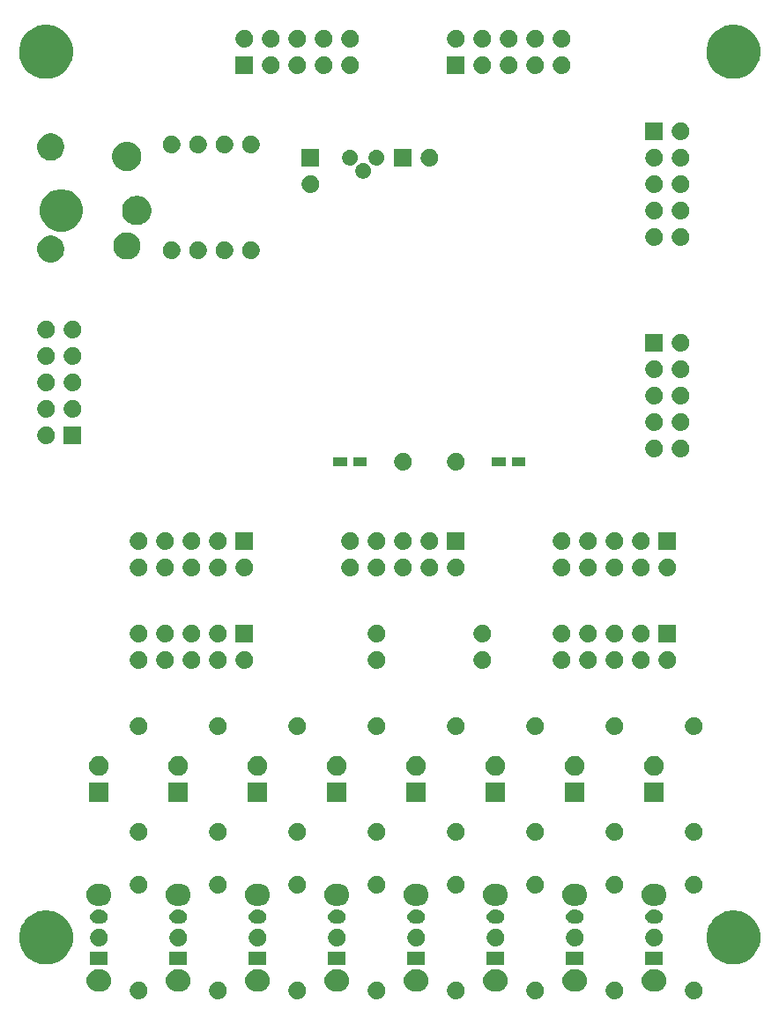
<source format=gbr>
G04 #@! TF.GenerationSoftware,KiCad,Pcbnew,(5.1.2)-2*
G04 #@! TF.CreationDate,2019-07-21T19:43:21-07:00*
G04 #@! TF.ProjectId,300-1004,3330302d-3130-4303-942e-6b696361645f,rev?*
G04 #@! TF.SameCoordinates,Original*
G04 #@! TF.FileFunction,Soldermask,Bot*
G04 #@! TF.FilePolarity,Negative*
%FSLAX46Y46*%
G04 Gerber Fmt 4.6, Leading zero omitted, Abs format (unit mm)*
G04 Created by KiCad (PCBNEW (5.1.2)-2) date 2019-07-21 19:43:21*
%MOMM*%
%LPD*%
G04 APERTURE LIST*
%ADD10C,0.100000*%
G04 APERTURE END LIST*
D10*
G36*
X179233563Y-141417709D02*
G01*
X179314552Y-141433819D01*
X179467131Y-141497019D01*
X179604449Y-141588772D01*
X179721228Y-141705551D01*
X179812981Y-141842869D01*
X179876181Y-141995448D01*
X179908400Y-142157425D01*
X179908400Y-142322575D01*
X179876181Y-142484552D01*
X179812981Y-142637131D01*
X179721228Y-142774449D01*
X179604449Y-142891228D01*
X179467131Y-142982981D01*
X179314552Y-143046181D01*
X179233563Y-143062291D01*
X179152576Y-143078400D01*
X178987424Y-143078400D01*
X178906437Y-143062291D01*
X178825448Y-143046181D01*
X178672869Y-142982981D01*
X178535551Y-142891228D01*
X178418772Y-142774449D01*
X178327019Y-142637131D01*
X178263819Y-142484552D01*
X178231600Y-142322575D01*
X178231600Y-142157425D01*
X178263819Y-141995448D01*
X178327019Y-141842869D01*
X178418772Y-141705551D01*
X178535551Y-141588772D01*
X178672869Y-141497019D01*
X178825448Y-141433819D01*
X178906437Y-141417709D01*
X178987424Y-141401600D01*
X179152576Y-141401600D01*
X179233563Y-141417709D01*
X179233563Y-141417709D01*
G37*
G36*
X163993563Y-141417709D02*
G01*
X164074552Y-141433819D01*
X164227131Y-141497019D01*
X164364449Y-141588772D01*
X164481228Y-141705551D01*
X164572981Y-141842869D01*
X164636181Y-141995448D01*
X164668400Y-142157425D01*
X164668400Y-142322575D01*
X164636181Y-142484552D01*
X164572981Y-142637131D01*
X164481228Y-142774449D01*
X164364449Y-142891228D01*
X164227131Y-142982981D01*
X164074552Y-143046181D01*
X163993563Y-143062291D01*
X163912576Y-143078400D01*
X163747424Y-143078400D01*
X163666437Y-143062291D01*
X163585448Y-143046181D01*
X163432869Y-142982981D01*
X163295551Y-142891228D01*
X163178772Y-142774449D01*
X163087019Y-142637131D01*
X163023819Y-142484552D01*
X162991600Y-142322575D01*
X162991600Y-142157425D01*
X163023819Y-141995448D01*
X163087019Y-141842869D01*
X163178772Y-141705551D01*
X163295551Y-141588772D01*
X163432869Y-141497019D01*
X163585448Y-141433819D01*
X163666437Y-141417709D01*
X163747424Y-141401600D01*
X163912576Y-141401600D01*
X163993563Y-141417709D01*
X163993563Y-141417709D01*
G37*
G36*
X156373563Y-141417709D02*
G01*
X156454552Y-141433819D01*
X156607131Y-141497019D01*
X156744449Y-141588772D01*
X156861228Y-141705551D01*
X156952981Y-141842869D01*
X157016181Y-141995448D01*
X157048400Y-142157425D01*
X157048400Y-142322575D01*
X157016181Y-142484552D01*
X156952981Y-142637131D01*
X156861228Y-142774449D01*
X156744449Y-142891228D01*
X156607131Y-142982981D01*
X156454552Y-143046181D01*
X156373563Y-143062291D01*
X156292576Y-143078400D01*
X156127424Y-143078400D01*
X156046437Y-143062291D01*
X155965448Y-143046181D01*
X155812869Y-142982981D01*
X155675551Y-142891228D01*
X155558772Y-142774449D01*
X155467019Y-142637131D01*
X155403819Y-142484552D01*
X155371600Y-142322575D01*
X155371600Y-142157425D01*
X155403819Y-141995448D01*
X155467019Y-141842869D01*
X155558772Y-141705551D01*
X155675551Y-141588772D01*
X155812869Y-141497019D01*
X155965448Y-141433819D01*
X156046437Y-141417709D01*
X156127424Y-141401600D01*
X156292576Y-141401600D01*
X156373563Y-141417709D01*
X156373563Y-141417709D01*
G37*
G36*
X148753563Y-141417709D02*
G01*
X148834552Y-141433819D01*
X148987131Y-141497019D01*
X149124449Y-141588772D01*
X149241228Y-141705551D01*
X149332981Y-141842869D01*
X149396181Y-141995448D01*
X149428400Y-142157425D01*
X149428400Y-142322575D01*
X149396181Y-142484552D01*
X149332981Y-142637131D01*
X149241228Y-142774449D01*
X149124449Y-142891228D01*
X148987131Y-142982981D01*
X148834552Y-143046181D01*
X148753563Y-143062291D01*
X148672576Y-143078400D01*
X148507424Y-143078400D01*
X148426437Y-143062291D01*
X148345448Y-143046181D01*
X148192869Y-142982981D01*
X148055551Y-142891228D01*
X147938772Y-142774449D01*
X147847019Y-142637131D01*
X147783819Y-142484552D01*
X147751600Y-142322575D01*
X147751600Y-142157425D01*
X147783819Y-141995448D01*
X147847019Y-141842869D01*
X147938772Y-141705551D01*
X148055551Y-141588772D01*
X148192869Y-141497019D01*
X148345448Y-141433819D01*
X148426437Y-141417709D01*
X148507424Y-141401600D01*
X148672576Y-141401600D01*
X148753563Y-141417709D01*
X148753563Y-141417709D01*
G37*
G36*
X141133563Y-141417709D02*
G01*
X141214552Y-141433819D01*
X141367131Y-141497019D01*
X141504449Y-141588772D01*
X141621228Y-141705551D01*
X141712981Y-141842869D01*
X141776181Y-141995448D01*
X141808400Y-142157425D01*
X141808400Y-142322575D01*
X141776181Y-142484552D01*
X141712981Y-142637131D01*
X141621228Y-142774449D01*
X141504449Y-142891228D01*
X141367131Y-142982981D01*
X141214552Y-143046181D01*
X141133563Y-143062291D01*
X141052576Y-143078400D01*
X140887424Y-143078400D01*
X140806437Y-143062291D01*
X140725448Y-143046181D01*
X140572869Y-142982981D01*
X140435551Y-142891228D01*
X140318772Y-142774449D01*
X140227019Y-142637131D01*
X140163819Y-142484552D01*
X140131600Y-142322575D01*
X140131600Y-142157425D01*
X140163819Y-141995448D01*
X140227019Y-141842869D01*
X140318772Y-141705551D01*
X140435551Y-141588772D01*
X140572869Y-141497019D01*
X140725448Y-141433819D01*
X140806437Y-141417709D01*
X140887424Y-141401600D01*
X141052576Y-141401600D01*
X141133563Y-141417709D01*
X141133563Y-141417709D01*
G37*
G36*
X133513563Y-141417709D02*
G01*
X133594552Y-141433819D01*
X133747131Y-141497019D01*
X133884449Y-141588772D01*
X134001228Y-141705551D01*
X134092981Y-141842869D01*
X134156181Y-141995448D01*
X134188400Y-142157425D01*
X134188400Y-142322575D01*
X134156181Y-142484552D01*
X134092981Y-142637131D01*
X134001228Y-142774449D01*
X133884449Y-142891228D01*
X133747131Y-142982981D01*
X133594552Y-143046181D01*
X133513563Y-143062291D01*
X133432576Y-143078400D01*
X133267424Y-143078400D01*
X133186437Y-143062291D01*
X133105448Y-143046181D01*
X132952869Y-142982981D01*
X132815551Y-142891228D01*
X132698772Y-142774449D01*
X132607019Y-142637131D01*
X132543819Y-142484552D01*
X132511600Y-142322575D01*
X132511600Y-142157425D01*
X132543819Y-141995448D01*
X132607019Y-141842869D01*
X132698772Y-141705551D01*
X132815551Y-141588772D01*
X132952869Y-141497019D01*
X133105448Y-141433819D01*
X133186437Y-141417709D01*
X133267424Y-141401600D01*
X133432576Y-141401600D01*
X133513563Y-141417709D01*
X133513563Y-141417709D01*
G37*
G36*
X125893563Y-141417709D02*
G01*
X125974552Y-141433819D01*
X126127131Y-141497019D01*
X126264449Y-141588772D01*
X126381228Y-141705551D01*
X126472981Y-141842869D01*
X126536181Y-141995448D01*
X126568400Y-142157425D01*
X126568400Y-142322575D01*
X126536181Y-142484552D01*
X126472981Y-142637131D01*
X126381228Y-142774449D01*
X126264449Y-142891228D01*
X126127131Y-142982981D01*
X125974552Y-143046181D01*
X125893563Y-143062291D01*
X125812576Y-143078400D01*
X125647424Y-143078400D01*
X125566437Y-143062291D01*
X125485448Y-143046181D01*
X125332869Y-142982981D01*
X125195551Y-142891228D01*
X125078772Y-142774449D01*
X124987019Y-142637131D01*
X124923819Y-142484552D01*
X124891600Y-142322575D01*
X124891600Y-142157425D01*
X124923819Y-141995448D01*
X124987019Y-141842869D01*
X125078772Y-141705551D01*
X125195551Y-141588772D01*
X125332869Y-141497019D01*
X125485448Y-141433819D01*
X125566437Y-141417709D01*
X125647424Y-141401600D01*
X125812576Y-141401600D01*
X125893563Y-141417709D01*
X125893563Y-141417709D01*
G37*
G36*
X171613563Y-141417709D02*
G01*
X171694552Y-141433819D01*
X171847131Y-141497019D01*
X171984449Y-141588772D01*
X172101228Y-141705551D01*
X172192981Y-141842869D01*
X172256181Y-141995448D01*
X172288400Y-142157425D01*
X172288400Y-142322575D01*
X172256181Y-142484552D01*
X172192981Y-142637131D01*
X172101228Y-142774449D01*
X171984449Y-142891228D01*
X171847131Y-142982981D01*
X171694552Y-143046181D01*
X171613563Y-143062291D01*
X171532576Y-143078400D01*
X171367424Y-143078400D01*
X171286437Y-143062291D01*
X171205448Y-143046181D01*
X171052869Y-142982981D01*
X170915551Y-142891228D01*
X170798772Y-142774449D01*
X170707019Y-142637131D01*
X170643819Y-142484552D01*
X170611600Y-142322575D01*
X170611600Y-142157425D01*
X170643819Y-141995448D01*
X170707019Y-141842869D01*
X170798772Y-141705551D01*
X170915551Y-141588772D01*
X171052869Y-141497019D01*
X171205448Y-141433819D01*
X171286437Y-141417709D01*
X171367424Y-141401600D01*
X171532576Y-141401600D01*
X171613563Y-141417709D01*
X171613563Y-141417709D01*
G37*
G36*
X175506097Y-140228869D02*
G01*
X175609032Y-140239007D01*
X175807146Y-140299105D01*
X175807149Y-140299106D01*
X175903975Y-140350861D01*
X175989729Y-140396697D01*
X176149765Y-140528035D01*
X176281103Y-140688071D01*
X176326939Y-140773825D01*
X176378694Y-140870651D01*
X176378695Y-140870654D01*
X176438793Y-141068768D01*
X176459085Y-141274800D01*
X176438793Y-141480832D01*
X176406049Y-141588772D01*
X176378694Y-141678949D01*
X176326939Y-141775775D01*
X176281103Y-141861529D01*
X176149765Y-142021565D01*
X175989729Y-142152903D01*
X175903975Y-142198739D01*
X175807149Y-142250494D01*
X175807146Y-142250495D01*
X175609032Y-142310593D01*
X175506097Y-142320731D01*
X175454631Y-142325800D01*
X175065369Y-142325800D01*
X175013903Y-142320731D01*
X174910968Y-142310593D01*
X174712854Y-142250495D01*
X174712851Y-142250494D01*
X174616025Y-142198739D01*
X174530271Y-142152903D01*
X174370235Y-142021565D01*
X174238897Y-141861529D01*
X174193061Y-141775775D01*
X174141306Y-141678949D01*
X174113951Y-141588772D01*
X174081207Y-141480832D01*
X174060915Y-141274800D01*
X174081207Y-141068768D01*
X174141305Y-140870654D01*
X174141306Y-140870651D01*
X174193061Y-140773825D01*
X174238897Y-140688071D01*
X174370235Y-140528035D01*
X174530271Y-140396697D01*
X174616025Y-140350861D01*
X174712851Y-140299106D01*
X174712854Y-140299105D01*
X174910968Y-140239007D01*
X175013903Y-140228869D01*
X175065369Y-140223800D01*
X175454631Y-140223800D01*
X175506097Y-140228869D01*
X175506097Y-140228869D01*
G37*
G36*
X122166097Y-140228869D02*
G01*
X122269032Y-140239007D01*
X122467146Y-140299105D01*
X122467149Y-140299106D01*
X122563975Y-140350861D01*
X122649729Y-140396697D01*
X122809765Y-140528035D01*
X122941103Y-140688071D01*
X122986939Y-140773825D01*
X123038694Y-140870651D01*
X123038695Y-140870654D01*
X123098793Y-141068768D01*
X123119085Y-141274800D01*
X123098793Y-141480832D01*
X123066049Y-141588772D01*
X123038694Y-141678949D01*
X122986939Y-141775775D01*
X122941103Y-141861529D01*
X122809765Y-142021565D01*
X122649729Y-142152903D01*
X122563975Y-142198739D01*
X122467149Y-142250494D01*
X122467146Y-142250495D01*
X122269032Y-142310593D01*
X122166097Y-142320731D01*
X122114631Y-142325800D01*
X121725369Y-142325800D01*
X121673903Y-142320731D01*
X121570968Y-142310593D01*
X121372854Y-142250495D01*
X121372851Y-142250494D01*
X121276025Y-142198739D01*
X121190271Y-142152903D01*
X121030235Y-142021565D01*
X120898897Y-141861529D01*
X120853061Y-141775775D01*
X120801306Y-141678949D01*
X120773951Y-141588772D01*
X120741207Y-141480832D01*
X120720915Y-141274800D01*
X120741207Y-141068768D01*
X120801305Y-140870654D01*
X120801306Y-140870651D01*
X120853061Y-140773825D01*
X120898897Y-140688071D01*
X121030235Y-140528035D01*
X121190271Y-140396697D01*
X121276025Y-140350861D01*
X121372851Y-140299106D01*
X121372854Y-140299105D01*
X121570968Y-140239007D01*
X121673903Y-140228869D01*
X121725369Y-140223800D01*
X122114631Y-140223800D01*
X122166097Y-140228869D01*
X122166097Y-140228869D01*
G37*
G36*
X129786097Y-140228869D02*
G01*
X129889032Y-140239007D01*
X130087146Y-140299105D01*
X130087149Y-140299106D01*
X130183975Y-140350861D01*
X130269729Y-140396697D01*
X130429765Y-140528035D01*
X130561103Y-140688071D01*
X130606939Y-140773825D01*
X130658694Y-140870651D01*
X130658695Y-140870654D01*
X130718793Y-141068768D01*
X130739085Y-141274800D01*
X130718793Y-141480832D01*
X130686049Y-141588772D01*
X130658694Y-141678949D01*
X130606939Y-141775775D01*
X130561103Y-141861529D01*
X130429765Y-142021565D01*
X130269729Y-142152903D01*
X130183975Y-142198739D01*
X130087149Y-142250494D01*
X130087146Y-142250495D01*
X129889032Y-142310593D01*
X129786097Y-142320731D01*
X129734631Y-142325800D01*
X129345369Y-142325800D01*
X129293903Y-142320731D01*
X129190968Y-142310593D01*
X128992854Y-142250495D01*
X128992851Y-142250494D01*
X128896025Y-142198739D01*
X128810271Y-142152903D01*
X128650235Y-142021565D01*
X128518897Y-141861529D01*
X128473061Y-141775775D01*
X128421306Y-141678949D01*
X128393951Y-141588772D01*
X128361207Y-141480832D01*
X128340915Y-141274800D01*
X128361207Y-141068768D01*
X128421305Y-140870654D01*
X128421306Y-140870651D01*
X128473061Y-140773825D01*
X128518897Y-140688071D01*
X128650235Y-140528035D01*
X128810271Y-140396697D01*
X128896025Y-140350861D01*
X128992851Y-140299106D01*
X128992854Y-140299105D01*
X129190968Y-140239007D01*
X129293903Y-140228869D01*
X129345369Y-140223800D01*
X129734631Y-140223800D01*
X129786097Y-140228869D01*
X129786097Y-140228869D01*
G37*
G36*
X137406097Y-140228869D02*
G01*
X137509032Y-140239007D01*
X137707146Y-140299105D01*
X137707149Y-140299106D01*
X137803975Y-140350861D01*
X137889729Y-140396697D01*
X138049765Y-140528035D01*
X138181103Y-140688071D01*
X138226939Y-140773825D01*
X138278694Y-140870651D01*
X138278695Y-140870654D01*
X138338793Y-141068768D01*
X138359085Y-141274800D01*
X138338793Y-141480832D01*
X138306049Y-141588772D01*
X138278694Y-141678949D01*
X138226939Y-141775775D01*
X138181103Y-141861529D01*
X138049765Y-142021565D01*
X137889729Y-142152903D01*
X137803975Y-142198739D01*
X137707149Y-142250494D01*
X137707146Y-142250495D01*
X137509032Y-142310593D01*
X137406097Y-142320731D01*
X137354631Y-142325800D01*
X136965369Y-142325800D01*
X136913903Y-142320731D01*
X136810968Y-142310593D01*
X136612854Y-142250495D01*
X136612851Y-142250494D01*
X136516025Y-142198739D01*
X136430271Y-142152903D01*
X136270235Y-142021565D01*
X136138897Y-141861529D01*
X136093061Y-141775775D01*
X136041306Y-141678949D01*
X136013951Y-141588772D01*
X135981207Y-141480832D01*
X135960915Y-141274800D01*
X135981207Y-141068768D01*
X136041305Y-140870654D01*
X136041306Y-140870651D01*
X136093061Y-140773825D01*
X136138897Y-140688071D01*
X136270235Y-140528035D01*
X136430271Y-140396697D01*
X136516025Y-140350861D01*
X136612851Y-140299106D01*
X136612854Y-140299105D01*
X136810968Y-140239007D01*
X136913903Y-140228869D01*
X136965369Y-140223800D01*
X137354631Y-140223800D01*
X137406097Y-140228869D01*
X137406097Y-140228869D01*
G37*
G36*
X145026097Y-140228869D02*
G01*
X145129032Y-140239007D01*
X145327146Y-140299105D01*
X145327149Y-140299106D01*
X145423975Y-140350861D01*
X145509729Y-140396697D01*
X145669765Y-140528035D01*
X145801103Y-140688071D01*
X145846939Y-140773825D01*
X145898694Y-140870651D01*
X145898695Y-140870654D01*
X145958793Y-141068768D01*
X145979085Y-141274800D01*
X145958793Y-141480832D01*
X145926049Y-141588772D01*
X145898694Y-141678949D01*
X145846939Y-141775775D01*
X145801103Y-141861529D01*
X145669765Y-142021565D01*
X145509729Y-142152903D01*
X145423975Y-142198739D01*
X145327149Y-142250494D01*
X145327146Y-142250495D01*
X145129032Y-142310593D01*
X145026097Y-142320731D01*
X144974631Y-142325800D01*
X144585369Y-142325800D01*
X144533903Y-142320731D01*
X144430968Y-142310593D01*
X144232854Y-142250495D01*
X144232851Y-142250494D01*
X144136025Y-142198739D01*
X144050271Y-142152903D01*
X143890235Y-142021565D01*
X143758897Y-141861529D01*
X143713061Y-141775775D01*
X143661306Y-141678949D01*
X143633951Y-141588772D01*
X143601207Y-141480832D01*
X143580915Y-141274800D01*
X143601207Y-141068768D01*
X143661305Y-140870654D01*
X143661306Y-140870651D01*
X143713061Y-140773825D01*
X143758897Y-140688071D01*
X143890235Y-140528035D01*
X144050271Y-140396697D01*
X144136025Y-140350861D01*
X144232851Y-140299106D01*
X144232854Y-140299105D01*
X144430968Y-140239007D01*
X144533903Y-140228869D01*
X144585369Y-140223800D01*
X144974631Y-140223800D01*
X145026097Y-140228869D01*
X145026097Y-140228869D01*
G37*
G36*
X152646097Y-140228869D02*
G01*
X152749032Y-140239007D01*
X152947146Y-140299105D01*
X152947149Y-140299106D01*
X153043975Y-140350861D01*
X153129729Y-140396697D01*
X153289765Y-140528035D01*
X153421103Y-140688071D01*
X153466939Y-140773825D01*
X153518694Y-140870651D01*
X153518695Y-140870654D01*
X153578793Y-141068768D01*
X153599085Y-141274800D01*
X153578793Y-141480832D01*
X153546049Y-141588772D01*
X153518694Y-141678949D01*
X153466939Y-141775775D01*
X153421103Y-141861529D01*
X153289765Y-142021565D01*
X153129729Y-142152903D01*
X153043975Y-142198739D01*
X152947149Y-142250494D01*
X152947146Y-142250495D01*
X152749032Y-142310593D01*
X152646097Y-142320731D01*
X152594631Y-142325800D01*
X152205369Y-142325800D01*
X152153903Y-142320731D01*
X152050968Y-142310593D01*
X151852854Y-142250495D01*
X151852851Y-142250494D01*
X151756025Y-142198739D01*
X151670271Y-142152903D01*
X151510235Y-142021565D01*
X151378897Y-141861529D01*
X151333061Y-141775775D01*
X151281306Y-141678949D01*
X151253951Y-141588772D01*
X151221207Y-141480832D01*
X151200915Y-141274800D01*
X151221207Y-141068768D01*
X151281305Y-140870654D01*
X151281306Y-140870651D01*
X151333061Y-140773825D01*
X151378897Y-140688071D01*
X151510235Y-140528035D01*
X151670271Y-140396697D01*
X151756025Y-140350861D01*
X151852851Y-140299106D01*
X151852854Y-140299105D01*
X152050968Y-140239007D01*
X152153903Y-140228869D01*
X152205369Y-140223800D01*
X152594631Y-140223800D01*
X152646097Y-140228869D01*
X152646097Y-140228869D01*
G37*
G36*
X167886097Y-140228869D02*
G01*
X167989032Y-140239007D01*
X168187146Y-140299105D01*
X168187149Y-140299106D01*
X168283975Y-140350861D01*
X168369729Y-140396697D01*
X168529765Y-140528035D01*
X168661103Y-140688071D01*
X168706939Y-140773825D01*
X168758694Y-140870651D01*
X168758695Y-140870654D01*
X168818793Y-141068768D01*
X168839085Y-141274800D01*
X168818793Y-141480832D01*
X168786049Y-141588772D01*
X168758694Y-141678949D01*
X168706939Y-141775775D01*
X168661103Y-141861529D01*
X168529765Y-142021565D01*
X168369729Y-142152903D01*
X168283975Y-142198739D01*
X168187149Y-142250494D01*
X168187146Y-142250495D01*
X167989032Y-142310593D01*
X167886097Y-142320731D01*
X167834631Y-142325800D01*
X167445369Y-142325800D01*
X167393903Y-142320731D01*
X167290968Y-142310593D01*
X167092854Y-142250495D01*
X167092851Y-142250494D01*
X166996025Y-142198739D01*
X166910271Y-142152903D01*
X166750235Y-142021565D01*
X166618897Y-141861529D01*
X166573061Y-141775775D01*
X166521306Y-141678949D01*
X166493951Y-141588772D01*
X166461207Y-141480832D01*
X166440915Y-141274800D01*
X166461207Y-141068768D01*
X166521305Y-140870654D01*
X166521306Y-140870651D01*
X166573061Y-140773825D01*
X166618897Y-140688071D01*
X166750235Y-140528035D01*
X166910271Y-140396697D01*
X166996025Y-140350861D01*
X167092851Y-140299106D01*
X167092854Y-140299105D01*
X167290968Y-140239007D01*
X167393903Y-140228869D01*
X167445369Y-140223800D01*
X167834631Y-140223800D01*
X167886097Y-140228869D01*
X167886097Y-140228869D01*
G37*
G36*
X160266097Y-140228869D02*
G01*
X160369032Y-140239007D01*
X160567146Y-140299105D01*
X160567149Y-140299106D01*
X160663975Y-140350861D01*
X160749729Y-140396697D01*
X160909765Y-140528035D01*
X161041103Y-140688071D01*
X161086939Y-140773825D01*
X161138694Y-140870651D01*
X161138695Y-140870654D01*
X161198793Y-141068768D01*
X161219085Y-141274800D01*
X161198793Y-141480832D01*
X161166049Y-141588772D01*
X161138694Y-141678949D01*
X161086939Y-141775775D01*
X161041103Y-141861529D01*
X160909765Y-142021565D01*
X160749729Y-142152903D01*
X160663975Y-142198739D01*
X160567149Y-142250494D01*
X160567146Y-142250495D01*
X160369032Y-142310593D01*
X160266097Y-142320731D01*
X160214631Y-142325800D01*
X159825369Y-142325800D01*
X159773903Y-142320731D01*
X159670968Y-142310593D01*
X159472854Y-142250495D01*
X159472851Y-142250494D01*
X159376025Y-142198739D01*
X159290271Y-142152903D01*
X159130235Y-142021565D01*
X158998897Y-141861529D01*
X158953061Y-141775775D01*
X158901306Y-141678949D01*
X158873951Y-141588772D01*
X158841207Y-141480832D01*
X158820915Y-141274800D01*
X158841207Y-141068768D01*
X158901305Y-140870654D01*
X158901306Y-140870651D01*
X158953061Y-140773825D01*
X158998897Y-140688071D01*
X159130235Y-140528035D01*
X159290271Y-140396697D01*
X159376025Y-140350861D01*
X159472851Y-140299106D01*
X159472854Y-140299105D01*
X159670968Y-140239007D01*
X159773903Y-140228869D01*
X159825369Y-140223800D01*
X160214631Y-140223800D01*
X160266097Y-140228869D01*
X160266097Y-140228869D01*
G37*
G36*
X176098400Y-139817600D02*
G01*
X174421600Y-139817600D01*
X174421600Y-138515600D01*
X176098400Y-138515600D01*
X176098400Y-139817600D01*
X176098400Y-139817600D01*
G37*
G36*
X122758400Y-139817600D02*
G01*
X121081600Y-139817600D01*
X121081600Y-138515600D01*
X122758400Y-138515600D01*
X122758400Y-139817600D01*
X122758400Y-139817600D01*
G37*
G36*
X130378400Y-139817600D02*
G01*
X128701600Y-139817600D01*
X128701600Y-138515600D01*
X130378400Y-138515600D01*
X130378400Y-139817600D01*
X130378400Y-139817600D01*
G37*
G36*
X137998400Y-139817600D02*
G01*
X136321600Y-139817600D01*
X136321600Y-138515600D01*
X137998400Y-138515600D01*
X137998400Y-139817600D01*
X137998400Y-139817600D01*
G37*
G36*
X145618400Y-139817600D02*
G01*
X143941600Y-139817600D01*
X143941600Y-138515600D01*
X145618400Y-138515600D01*
X145618400Y-139817600D01*
X145618400Y-139817600D01*
G37*
G36*
X153238400Y-139817600D02*
G01*
X151561600Y-139817600D01*
X151561600Y-138515600D01*
X153238400Y-138515600D01*
X153238400Y-139817600D01*
X153238400Y-139817600D01*
G37*
G36*
X160858400Y-139817600D02*
G01*
X159181600Y-139817600D01*
X159181600Y-138515600D01*
X160858400Y-138515600D01*
X160858400Y-139817600D01*
X160858400Y-139817600D01*
G37*
G36*
X168478400Y-139817600D02*
G01*
X166801600Y-139817600D01*
X166801600Y-138515600D01*
X168478400Y-138515600D01*
X168478400Y-139817600D01*
X168478400Y-139817600D01*
G37*
G36*
X183338770Y-134609494D02*
G01*
X183635767Y-134668570D01*
X184107299Y-134863885D01*
X184349594Y-135025782D01*
X184531666Y-135147438D01*
X184892562Y-135508334D01*
X184964470Y-135615953D01*
X185176115Y-135932701D01*
X185371430Y-136404233D01*
X185471000Y-136904809D01*
X185471000Y-137415191D01*
X185371430Y-137915767D01*
X185176115Y-138387299D01*
X185013927Y-138630029D01*
X184892562Y-138811666D01*
X184531666Y-139172562D01*
X184350029Y-139293927D01*
X184107299Y-139456115D01*
X183635767Y-139651430D01*
X183468908Y-139684620D01*
X183135193Y-139751000D01*
X182624807Y-139751000D01*
X182291092Y-139684620D01*
X182124233Y-139651430D01*
X181652701Y-139456115D01*
X181409971Y-139293927D01*
X181228334Y-139172562D01*
X180867438Y-138811666D01*
X180746073Y-138630029D01*
X180583885Y-138387299D01*
X180388570Y-137915767D01*
X180289000Y-137415191D01*
X180289000Y-136904809D01*
X180388570Y-136404233D01*
X180583885Y-135932701D01*
X180795530Y-135615953D01*
X180867438Y-135508334D01*
X181228334Y-135147438D01*
X181410406Y-135025782D01*
X181652701Y-134863885D01*
X182124233Y-134668570D01*
X182421230Y-134609494D01*
X182624807Y-134569000D01*
X183135193Y-134569000D01*
X183338770Y-134609494D01*
X183338770Y-134609494D01*
G37*
G36*
X117298770Y-134609494D02*
G01*
X117595767Y-134668570D01*
X118067299Y-134863885D01*
X118309594Y-135025782D01*
X118491666Y-135147438D01*
X118852562Y-135508334D01*
X118924470Y-135615953D01*
X119136115Y-135932701D01*
X119331430Y-136404233D01*
X119431000Y-136904809D01*
X119431000Y-137415191D01*
X119331430Y-137915767D01*
X119136115Y-138387299D01*
X118973927Y-138630029D01*
X118852562Y-138811666D01*
X118491666Y-139172562D01*
X118310029Y-139293927D01*
X118067299Y-139456115D01*
X117595767Y-139651430D01*
X117428908Y-139684620D01*
X117095193Y-139751000D01*
X116584807Y-139751000D01*
X116251092Y-139684620D01*
X116084233Y-139651430D01*
X115612701Y-139456115D01*
X115369971Y-139293927D01*
X115188334Y-139172562D01*
X114827438Y-138811666D01*
X114706073Y-138630029D01*
X114543885Y-138387299D01*
X114348570Y-137915767D01*
X114249000Y-137415191D01*
X114249000Y-136904809D01*
X114348570Y-136404233D01*
X114543885Y-135932701D01*
X114755530Y-135615953D01*
X114827438Y-135508334D01*
X115188334Y-135147438D01*
X115370406Y-135025782D01*
X115612701Y-134863885D01*
X116084233Y-134668570D01*
X116381230Y-134609494D01*
X116584807Y-134569000D01*
X117095193Y-134569000D01*
X117298770Y-134609494D01*
X117298770Y-134609494D01*
G37*
G36*
X160183563Y-136337709D02*
G01*
X160264552Y-136353819D01*
X160417131Y-136417019D01*
X160554449Y-136508772D01*
X160671228Y-136625551D01*
X160762981Y-136762869D01*
X160826181Y-136915448D01*
X160858400Y-137077425D01*
X160858400Y-137242575D01*
X160826181Y-137404552D01*
X160762981Y-137557131D01*
X160671228Y-137694449D01*
X160554449Y-137811228D01*
X160417131Y-137902981D01*
X160264552Y-137966181D01*
X160183563Y-137982291D01*
X160102576Y-137998400D01*
X159937424Y-137998400D01*
X159856437Y-137982291D01*
X159775448Y-137966181D01*
X159622869Y-137902981D01*
X159485551Y-137811228D01*
X159368772Y-137694449D01*
X159277019Y-137557131D01*
X159213819Y-137404552D01*
X159181600Y-137242575D01*
X159181600Y-137077425D01*
X159213819Y-136915448D01*
X159277019Y-136762869D01*
X159368772Y-136625551D01*
X159485551Y-136508772D01*
X159622869Y-136417019D01*
X159775448Y-136353819D01*
X159856437Y-136337709D01*
X159937424Y-136321600D01*
X160102576Y-136321600D01*
X160183563Y-136337709D01*
X160183563Y-136337709D01*
G37*
G36*
X175423563Y-136337709D02*
G01*
X175504552Y-136353819D01*
X175657131Y-136417019D01*
X175794449Y-136508772D01*
X175911228Y-136625551D01*
X176002981Y-136762869D01*
X176066181Y-136915448D01*
X176098400Y-137077425D01*
X176098400Y-137242575D01*
X176066181Y-137404552D01*
X176002981Y-137557131D01*
X175911228Y-137694449D01*
X175794449Y-137811228D01*
X175657131Y-137902981D01*
X175504552Y-137966181D01*
X175423563Y-137982291D01*
X175342576Y-137998400D01*
X175177424Y-137998400D01*
X175096437Y-137982291D01*
X175015448Y-137966181D01*
X174862869Y-137902981D01*
X174725551Y-137811228D01*
X174608772Y-137694449D01*
X174517019Y-137557131D01*
X174453819Y-137404552D01*
X174421600Y-137242575D01*
X174421600Y-137077425D01*
X174453819Y-136915448D01*
X174517019Y-136762869D01*
X174608772Y-136625551D01*
X174725551Y-136508772D01*
X174862869Y-136417019D01*
X175015448Y-136353819D01*
X175096437Y-136337709D01*
X175177424Y-136321600D01*
X175342576Y-136321600D01*
X175423563Y-136337709D01*
X175423563Y-136337709D01*
G37*
G36*
X122083563Y-136337709D02*
G01*
X122164552Y-136353819D01*
X122317131Y-136417019D01*
X122454449Y-136508772D01*
X122571228Y-136625551D01*
X122662981Y-136762869D01*
X122726181Y-136915448D01*
X122758400Y-137077425D01*
X122758400Y-137242575D01*
X122726181Y-137404552D01*
X122662981Y-137557131D01*
X122571228Y-137694449D01*
X122454449Y-137811228D01*
X122317131Y-137902981D01*
X122164552Y-137966181D01*
X122083563Y-137982291D01*
X122002576Y-137998400D01*
X121837424Y-137998400D01*
X121756437Y-137982291D01*
X121675448Y-137966181D01*
X121522869Y-137902981D01*
X121385551Y-137811228D01*
X121268772Y-137694449D01*
X121177019Y-137557131D01*
X121113819Y-137404552D01*
X121081600Y-137242575D01*
X121081600Y-137077425D01*
X121113819Y-136915448D01*
X121177019Y-136762869D01*
X121268772Y-136625551D01*
X121385551Y-136508772D01*
X121522869Y-136417019D01*
X121675448Y-136353819D01*
X121756437Y-136337709D01*
X121837424Y-136321600D01*
X122002576Y-136321600D01*
X122083563Y-136337709D01*
X122083563Y-136337709D01*
G37*
G36*
X129703563Y-136337709D02*
G01*
X129784552Y-136353819D01*
X129937131Y-136417019D01*
X130074449Y-136508772D01*
X130191228Y-136625551D01*
X130282981Y-136762869D01*
X130346181Y-136915448D01*
X130378400Y-137077425D01*
X130378400Y-137242575D01*
X130346181Y-137404552D01*
X130282981Y-137557131D01*
X130191228Y-137694449D01*
X130074449Y-137811228D01*
X129937131Y-137902981D01*
X129784552Y-137966181D01*
X129703563Y-137982291D01*
X129622576Y-137998400D01*
X129457424Y-137998400D01*
X129376437Y-137982291D01*
X129295448Y-137966181D01*
X129142869Y-137902981D01*
X129005551Y-137811228D01*
X128888772Y-137694449D01*
X128797019Y-137557131D01*
X128733819Y-137404552D01*
X128701600Y-137242575D01*
X128701600Y-137077425D01*
X128733819Y-136915448D01*
X128797019Y-136762869D01*
X128888772Y-136625551D01*
X129005551Y-136508772D01*
X129142869Y-136417019D01*
X129295448Y-136353819D01*
X129376437Y-136337709D01*
X129457424Y-136321600D01*
X129622576Y-136321600D01*
X129703563Y-136337709D01*
X129703563Y-136337709D01*
G37*
G36*
X137323563Y-136337709D02*
G01*
X137404552Y-136353819D01*
X137557131Y-136417019D01*
X137694449Y-136508772D01*
X137811228Y-136625551D01*
X137902981Y-136762869D01*
X137966181Y-136915448D01*
X137998400Y-137077425D01*
X137998400Y-137242575D01*
X137966181Y-137404552D01*
X137902981Y-137557131D01*
X137811228Y-137694449D01*
X137694449Y-137811228D01*
X137557131Y-137902981D01*
X137404552Y-137966181D01*
X137323563Y-137982291D01*
X137242576Y-137998400D01*
X137077424Y-137998400D01*
X136996437Y-137982291D01*
X136915448Y-137966181D01*
X136762869Y-137902981D01*
X136625551Y-137811228D01*
X136508772Y-137694449D01*
X136417019Y-137557131D01*
X136353819Y-137404552D01*
X136321600Y-137242575D01*
X136321600Y-137077425D01*
X136353819Y-136915448D01*
X136417019Y-136762869D01*
X136508772Y-136625551D01*
X136625551Y-136508772D01*
X136762869Y-136417019D01*
X136915448Y-136353819D01*
X136996437Y-136337709D01*
X137077424Y-136321600D01*
X137242576Y-136321600D01*
X137323563Y-136337709D01*
X137323563Y-136337709D01*
G37*
G36*
X144943563Y-136337709D02*
G01*
X145024552Y-136353819D01*
X145177131Y-136417019D01*
X145314449Y-136508772D01*
X145431228Y-136625551D01*
X145522981Y-136762869D01*
X145586181Y-136915448D01*
X145618400Y-137077425D01*
X145618400Y-137242575D01*
X145586181Y-137404552D01*
X145522981Y-137557131D01*
X145431228Y-137694449D01*
X145314449Y-137811228D01*
X145177131Y-137902981D01*
X145024552Y-137966181D01*
X144943563Y-137982291D01*
X144862576Y-137998400D01*
X144697424Y-137998400D01*
X144616437Y-137982291D01*
X144535448Y-137966181D01*
X144382869Y-137902981D01*
X144245551Y-137811228D01*
X144128772Y-137694449D01*
X144037019Y-137557131D01*
X143973819Y-137404552D01*
X143941600Y-137242575D01*
X143941600Y-137077425D01*
X143973819Y-136915448D01*
X144037019Y-136762869D01*
X144128772Y-136625551D01*
X144245551Y-136508772D01*
X144382869Y-136417019D01*
X144535448Y-136353819D01*
X144616437Y-136337709D01*
X144697424Y-136321600D01*
X144862576Y-136321600D01*
X144943563Y-136337709D01*
X144943563Y-136337709D01*
G37*
G36*
X152563563Y-136337709D02*
G01*
X152644552Y-136353819D01*
X152797131Y-136417019D01*
X152934449Y-136508772D01*
X153051228Y-136625551D01*
X153142981Y-136762869D01*
X153206181Y-136915448D01*
X153238400Y-137077425D01*
X153238400Y-137242575D01*
X153206181Y-137404552D01*
X153142981Y-137557131D01*
X153051228Y-137694449D01*
X152934449Y-137811228D01*
X152797131Y-137902981D01*
X152644552Y-137966181D01*
X152563563Y-137982291D01*
X152482576Y-137998400D01*
X152317424Y-137998400D01*
X152236437Y-137982291D01*
X152155448Y-137966181D01*
X152002869Y-137902981D01*
X151865551Y-137811228D01*
X151748772Y-137694449D01*
X151657019Y-137557131D01*
X151593819Y-137404552D01*
X151561600Y-137242575D01*
X151561600Y-137077425D01*
X151593819Y-136915448D01*
X151657019Y-136762869D01*
X151748772Y-136625551D01*
X151865551Y-136508772D01*
X152002869Y-136417019D01*
X152155448Y-136353819D01*
X152236437Y-136337709D01*
X152317424Y-136321600D01*
X152482576Y-136321600D01*
X152563563Y-136337709D01*
X152563563Y-136337709D01*
G37*
G36*
X167803563Y-136337709D02*
G01*
X167884552Y-136353819D01*
X168037131Y-136417019D01*
X168174449Y-136508772D01*
X168291228Y-136625551D01*
X168382981Y-136762869D01*
X168446181Y-136915448D01*
X168478400Y-137077425D01*
X168478400Y-137242575D01*
X168446181Y-137404552D01*
X168382981Y-137557131D01*
X168291228Y-137694449D01*
X168174449Y-137811228D01*
X168037131Y-137902981D01*
X167884552Y-137966181D01*
X167803563Y-137982291D01*
X167722576Y-137998400D01*
X167557424Y-137998400D01*
X167476437Y-137982291D01*
X167395448Y-137966181D01*
X167242869Y-137902981D01*
X167105551Y-137811228D01*
X166988772Y-137694449D01*
X166897019Y-137557131D01*
X166833819Y-137404552D01*
X166801600Y-137242575D01*
X166801600Y-137077425D01*
X166833819Y-136915448D01*
X166897019Y-136762869D01*
X166988772Y-136625551D01*
X167105551Y-136508772D01*
X167242869Y-136417019D01*
X167395448Y-136353819D01*
X167476437Y-136337709D01*
X167557424Y-136321600D01*
X167722576Y-136321600D01*
X167803563Y-136337709D01*
X167803563Y-136337709D01*
G37*
G36*
X129791255Y-134505540D02*
G01*
X129855018Y-134511820D01*
X129945804Y-134539360D01*
X129977736Y-134549046D01*
X130090825Y-134609494D01*
X130189954Y-134690846D01*
X130271306Y-134789975D01*
X130331754Y-134903064D01*
X130331755Y-134903068D01*
X130368980Y-135025782D01*
X130381549Y-135153400D01*
X130368980Y-135281018D01*
X130341440Y-135371804D01*
X130331754Y-135403736D01*
X130271306Y-135516825D01*
X130189954Y-135615954D01*
X130090825Y-135697306D01*
X129977736Y-135757754D01*
X129945804Y-135767440D01*
X129855018Y-135794980D01*
X129791255Y-135801260D01*
X129759374Y-135804400D01*
X129320626Y-135804400D01*
X129288745Y-135801260D01*
X129224982Y-135794980D01*
X129134196Y-135767440D01*
X129102264Y-135757754D01*
X128989175Y-135697306D01*
X128890046Y-135615954D01*
X128808694Y-135516825D01*
X128748246Y-135403736D01*
X128738560Y-135371804D01*
X128711020Y-135281018D01*
X128698451Y-135153400D01*
X128711020Y-135025782D01*
X128748245Y-134903068D01*
X128748246Y-134903064D01*
X128808694Y-134789975D01*
X128890046Y-134690846D01*
X128989175Y-134609494D01*
X129102264Y-134549046D01*
X129134196Y-134539360D01*
X129224982Y-134511820D01*
X129288745Y-134505540D01*
X129320626Y-134502400D01*
X129759374Y-134502400D01*
X129791255Y-134505540D01*
X129791255Y-134505540D01*
G37*
G36*
X175511255Y-134505540D02*
G01*
X175575018Y-134511820D01*
X175665804Y-134539360D01*
X175697736Y-134549046D01*
X175810825Y-134609494D01*
X175909954Y-134690846D01*
X175991306Y-134789975D01*
X176051754Y-134903064D01*
X176051755Y-134903068D01*
X176088980Y-135025782D01*
X176101549Y-135153400D01*
X176088980Y-135281018D01*
X176061440Y-135371804D01*
X176051754Y-135403736D01*
X175991306Y-135516825D01*
X175909954Y-135615954D01*
X175810825Y-135697306D01*
X175697736Y-135757754D01*
X175665804Y-135767440D01*
X175575018Y-135794980D01*
X175511255Y-135801260D01*
X175479374Y-135804400D01*
X175040626Y-135804400D01*
X175008745Y-135801260D01*
X174944982Y-135794980D01*
X174854196Y-135767440D01*
X174822264Y-135757754D01*
X174709175Y-135697306D01*
X174610046Y-135615954D01*
X174528694Y-135516825D01*
X174468246Y-135403736D01*
X174458560Y-135371804D01*
X174431020Y-135281018D01*
X174418451Y-135153400D01*
X174431020Y-135025782D01*
X174468245Y-134903068D01*
X174468246Y-134903064D01*
X174528694Y-134789975D01*
X174610046Y-134690846D01*
X174709175Y-134609494D01*
X174822264Y-134549046D01*
X174854196Y-134539360D01*
X174944982Y-134511820D01*
X175008745Y-134505540D01*
X175040626Y-134502400D01*
X175479374Y-134502400D01*
X175511255Y-134505540D01*
X175511255Y-134505540D01*
G37*
G36*
X122171255Y-134505540D02*
G01*
X122235018Y-134511820D01*
X122325804Y-134539360D01*
X122357736Y-134549046D01*
X122470825Y-134609494D01*
X122569954Y-134690846D01*
X122651306Y-134789975D01*
X122711754Y-134903064D01*
X122711755Y-134903068D01*
X122748980Y-135025782D01*
X122761549Y-135153400D01*
X122748980Y-135281018D01*
X122721440Y-135371804D01*
X122711754Y-135403736D01*
X122651306Y-135516825D01*
X122569954Y-135615954D01*
X122470825Y-135697306D01*
X122357736Y-135757754D01*
X122325804Y-135767440D01*
X122235018Y-135794980D01*
X122171255Y-135801260D01*
X122139374Y-135804400D01*
X121700626Y-135804400D01*
X121668745Y-135801260D01*
X121604982Y-135794980D01*
X121514196Y-135767440D01*
X121482264Y-135757754D01*
X121369175Y-135697306D01*
X121270046Y-135615954D01*
X121188694Y-135516825D01*
X121128246Y-135403736D01*
X121118560Y-135371804D01*
X121091020Y-135281018D01*
X121078451Y-135153400D01*
X121091020Y-135025782D01*
X121128245Y-134903068D01*
X121128246Y-134903064D01*
X121188694Y-134789975D01*
X121270046Y-134690846D01*
X121369175Y-134609494D01*
X121482264Y-134549046D01*
X121514196Y-134539360D01*
X121604982Y-134511820D01*
X121668745Y-134505540D01*
X121700626Y-134502400D01*
X122139374Y-134502400D01*
X122171255Y-134505540D01*
X122171255Y-134505540D01*
G37*
G36*
X167891255Y-134505540D02*
G01*
X167955018Y-134511820D01*
X168045804Y-134539360D01*
X168077736Y-134549046D01*
X168190825Y-134609494D01*
X168289954Y-134690846D01*
X168371306Y-134789975D01*
X168431754Y-134903064D01*
X168431755Y-134903068D01*
X168468980Y-135025782D01*
X168481549Y-135153400D01*
X168468980Y-135281018D01*
X168441440Y-135371804D01*
X168431754Y-135403736D01*
X168371306Y-135516825D01*
X168289954Y-135615954D01*
X168190825Y-135697306D01*
X168077736Y-135757754D01*
X168045804Y-135767440D01*
X167955018Y-135794980D01*
X167891255Y-135801260D01*
X167859374Y-135804400D01*
X167420626Y-135804400D01*
X167388745Y-135801260D01*
X167324982Y-135794980D01*
X167234196Y-135767440D01*
X167202264Y-135757754D01*
X167089175Y-135697306D01*
X166990046Y-135615954D01*
X166908694Y-135516825D01*
X166848246Y-135403736D01*
X166838560Y-135371804D01*
X166811020Y-135281018D01*
X166798451Y-135153400D01*
X166811020Y-135025782D01*
X166848245Y-134903068D01*
X166848246Y-134903064D01*
X166908694Y-134789975D01*
X166990046Y-134690846D01*
X167089175Y-134609494D01*
X167202264Y-134549046D01*
X167234196Y-134539360D01*
X167324982Y-134511820D01*
X167388745Y-134505540D01*
X167420626Y-134502400D01*
X167859374Y-134502400D01*
X167891255Y-134505540D01*
X167891255Y-134505540D01*
G37*
G36*
X137411255Y-134505540D02*
G01*
X137475018Y-134511820D01*
X137565804Y-134539360D01*
X137597736Y-134549046D01*
X137710825Y-134609494D01*
X137809954Y-134690846D01*
X137891306Y-134789975D01*
X137951754Y-134903064D01*
X137951755Y-134903068D01*
X137988980Y-135025782D01*
X138001549Y-135153400D01*
X137988980Y-135281018D01*
X137961440Y-135371804D01*
X137951754Y-135403736D01*
X137891306Y-135516825D01*
X137809954Y-135615954D01*
X137710825Y-135697306D01*
X137597736Y-135757754D01*
X137565804Y-135767440D01*
X137475018Y-135794980D01*
X137411255Y-135801260D01*
X137379374Y-135804400D01*
X136940626Y-135804400D01*
X136908745Y-135801260D01*
X136844982Y-135794980D01*
X136754196Y-135767440D01*
X136722264Y-135757754D01*
X136609175Y-135697306D01*
X136510046Y-135615954D01*
X136428694Y-135516825D01*
X136368246Y-135403736D01*
X136358560Y-135371804D01*
X136331020Y-135281018D01*
X136318451Y-135153400D01*
X136331020Y-135025782D01*
X136368245Y-134903068D01*
X136368246Y-134903064D01*
X136428694Y-134789975D01*
X136510046Y-134690846D01*
X136609175Y-134609494D01*
X136722264Y-134549046D01*
X136754196Y-134539360D01*
X136844982Y-134511820D01*
X136908745Y-134505540D01*
X136940626Y-134502400D01*
X137379374Y-134502400D01*
X137411255Y-134505540D01*
X137411255Y-134505540D01*
G37*
G36*
X160271255Y-134505540D02*
G01*
X160335018Y-134511820D01*
X160425804Y-134539360D01*
X160457736Y-134549046D01*
X160570825Y-134609494D01*
X160669954Y-134690846D01*
X160751306Y-134789975D01*
X160811754Y-134903064D01*
X160811755Y-134903068D01*
X160848980Y-135025782D01*
X160861549Y-135153400D01*
X160848980Y-135281018D01*
X160821440Y-135371804D01*
X160811754Y-135403736D01*
X160751306Y-135516825D01*
X160669954Y-135615954D01*
X160570825Y-135697306D01*
X160457736Y-135757754D01*
X160425804Y-135767440D01*
X160335018Y-135794980D01*
X160271255Y-135801260D01*
X160239374Y-135804400D01*
X159800626Y-135804400D01*
X159768745Y-135801260D01*
X159704982Y-135794980D01*
X159614196Y-135767440D01*
X159582264Y-135757754D01*
X159469175Y-135697306D01*
X159370046Y-135615954D01*
X159288694Y-135516825D01*
X159228246Y-135403736D01*
X159218560Y-135371804D01*
X159191020Y-135281018D01*
X159178451Y-135153400D01*
X159191020Y-135025782D01*
X159228245Y-134903068D01*
X159228246Y-134903064D01*
X159288694Y-134789975D01*
X159370046Y-134690846D01*
X159469175Y-134609494D01*
X159582264Y-134549046D01*
X159614196Y-134539360D01*
X159704982Y-134511820D01*
X159768745Y-134505540D01*
X159800626Y-134502400D01*
X160239374Y-134502400D01*
X160271255Y-134505540D01*
X160271255Y-134505540D01*
G37*
G36*
X145031255Y-134505540D02*
G01*
X145095018Y-134511820D01*
X145185804Y-134539360D01*
X145217736Y-134549046D01*
X145330825Y-134609494D01*
X145429954Y-134690846D01*
X145511306Y-134789975D01*
X145571754Y-134903064D01*
X145571755Y-134903068D01*
X145608980Y-135025782D01*
X145621549Y-135153400D01*
X145608980Y-135281018D01*
X145581440Y-135371804D01*
X145571754Y-135403736D01*
X145511306Y-135516825D01*
X145429954Y-135615954D01*
X145330825Y-135697306D01*
X145217736Y-135757754D01*
X145185804Y-135767440D01*
X145095018Y-135794980D01*
X145031255Y-135801260D01*
X144999374Y-135804400D01*
X144560626Y-135804400D01*
X144528745Y-135801260D01*
X144464982Y-135794980D01*
X144374196Y-135767440D01*
X144342264Y-135757754D01*
X144229175Y-135697306D01*
X144130046Y-135615954D01*
X144048694Y-135516825D01*
X143988246Y-135403736D01*
X143978560Y-135371804D01*
X143951020Y-135281018D01*
X143938451Y-135153400D01*
X143951020Y-135025782D01*
X143988245Y-134903068D01*
X143988246Y-134903064D01*
X144048694Y-134789975D01*
X144130046Y-134690846D01*
X144229175Y-134609494D01*
X144342264Y-134549046D01*
X144374196Y-134539360D01*
X144464982Y-134511820D01*
X144528745Y-134505540D01*
X144560626Y-134502400D01*
X144999374Y-134502400D01*
X145031255Y-134505540D01*
X145031255Y-134505540D01*
G37*
G36*
X152651255Y-134505540D02*
G01*
X152715018Y-134511820D01*
X152805804Y-134539360D01*
X152837736Y-134549046D01*
X152950825Y-134609494D01*
X153049954Y-134690846D01*
X153131306Y-134789975D01*
X153191754Y-134903064D01*
X153191755Y-134903068D01*
X153228980Y-135025782D01*
X153241549Y-135153400D01*
X153228980Y-135281018D01*
X153201440Y-135371804D01*
X153191754Y-135403736D01*
X153131306Y-135516825D01*
X153049954Y-135615954D01*
X152950825Y-135697306D01*
X152837736Y-135757754D01*
X152805804Y-135767440D01*
X152715018Y-135794980D01*
X152651255Y-135801260D01*
X152619374Y-135804400D01*
X152180626Y-135804400D01*
X152148745Y-135801260D01*
X152084982Y-135794980D01*
X151994196Y-135767440D01*
X151962264Y-135757754D01*
X151849175Y-135697306D01*
X151750046Y-135615954D01*
X151668694Y-135516825D01*
X151608246Y-135403736D01*
X151598560Y-135371804D01*
X151571020Y-135281018D01*
X151558451Y-135153400D01*
X151571020Y-135025782D01*
X151608245Y-134903068D01*
X151608246Y-134903064D01*
X151668694Y-134789975D01*
X151750046Y-134690846D01*
X151849175Y-134609494D01*
X151962264Y-134549046D01*
X151994196Y-134539360D01*
X152084982Y-134511820D01*
X152148745Y-134505540D01*
X152180626Y-134502400D01*
X152619374Y-134502400D01*
X152651255Y-134505540D01*
X152651255Y-134505540D01*
G37*
G36*
X137387375Y-131997425D02*
G01*
X137509032Y-132009407D01*
X137707146Y-132069505D01*
X137707149Y-132069506D01*
X137803975Y-132121261D01*
X137889729Y-132167097D01*
X138049765Y-132298435D01*
X138181103Y-132458471D01*
X138226939Y-132544225D01*
X138278694Y-132641051D01*
X138278695Y-132641054D01*
X138338793Y-132839168D01*
X138359085Y-133045200D01*
X138338793Y-133251232D01*
X138278695Y-133449346D01*
X138278694Y-133449349D01*
X138226939Y-133546175D01*
X138181103Y-133631929D01*
X138049765Y-133791965D01*
X137889729Y-133923303D01*
X137803975Y-133969139D01*
X137707149Y-134020894D01*
X137707146Y-134020895D01*
X137509032Y-134080993D01*
X137406097Y-134091131D01*
X137354631Y-134096200D01*
X136965369Y-134096200D01*
X136913903Y-134091131D01*
X136810968Y-134080993D01*
X136612854Y-134020895D01*
X136612851Y-134020894D01*
X136516025Y-133969139D01*
X136430271Y-133923303D01*
X136270235Y-133791965D01*
X136138897Y-133631929D01*
X136093061Y-133546175D01*
X136041306Y-133449349D01*
X136041305Y-133449346D01*
X135981207Y-133251232D01*
X135960915Y-133045200D01*
X135981207Y-132839168D01*
X136041305Y-132641054D01*
X136041306Y-132641051D01*
X136093061Y-132544225D01*
X136138897Y-132458471D01*
X136270235Y-132298435D01*
X136430271Y-132167097D01*
X136516025Y-132121261D01*
X136612851Y-132069506D01*
X136612854Y-132069505D01*
X136810968Y-132009407D01*
X136932625Y-131997425D01*
X136965369Y-131994200D01*
X137354631Y-131994200D01*
X137387375Y-131997425D01*
X137387375Y-131997425D01*
G37*
G36*
X129767375Y-131997425D02*
G01*
X129889032Y-132009407D01*
X130087146Y-132069505D01*
X130087149Y-132069506D01*
X130183975Y-132121261D01*
X130269729Y-132167097D01*
X130429765Y-132298435D01*
X130561103Y-132458471D01*
X130606939Y-132544225D01*
X130658694Y-132641051D01*
X130658695Y-132641054D01*
X130718793Y-132839168D01*
X130739085Y-133045200D01*
X130718793Y-133251232D01*
X130658695Y-133449346D01*
X130658694Y-133449349D01*
X130606939Y-133546175D01*
X130561103Y-133631929D01*
X130429765Y-133791965D01*
X130269729Y-133923303D01*
X130183975Y-133969139D01*
X130087149Y-134020894D01*
X130087146Y-134020895D01*
X129889032Y-134080993D01*
X129786097Y-134091131D01*
X129734631Y-134096200D01*
X129345369Y-134096200D01*
X129293903Y-134091131D01*
X129190968Y-134080993D01*
X128992854Y-134020895D01*
X128992851Y-134020894D01*
X128896025Y-133969139D01*
X128810271Y-133923303D01*
X128650235Y-133791965D01*
X128518897Y-133631929D01*
X128473061Y-133546175D01*
X128421306Y-133449349D01*
X128421305Y-133449346D01*
X128361207Y-133251232D01*
X128340915Y-133045200D01*
X128361207Y-132839168D01*
X128421305Y-132641054D01*
X128421306Y-132641051D01*
X128473061Y-132544225D01*
X128518897Y-132458471D01*
X128650235Y-132298435D01*
X128810271Y-132167097D01*
X128896025Y-132121261D01*
X128992851Y-132069506D01*
X128992854Y-132069505D01*
X129190968Y-132009407D01*
X129312625Y-131997425D01*
X129345369Y-131994200D01*
X129734631Y-131994200D01*
X129767375Y-131997425D01*
X129767375Y-131997425D01*
G37*
G36*
X175487375Y-131997425D02*
G01*
X175609032Y-132009407D01*
X175807146Y-132069505D01*
X175807149Y-132069506D01*
X175903975Y-132121261D01*
X175989729Y-132167097D01*
X176149765Y-132298435D01*
X176281103Y-132458471D01*
X176326939Y-132544225D01*
X176378694Y-132641051D01*
X176378695Y-132641054D01*
X176438793Y-132839168D01*
X176459085Y-133045200D01*
X176438793Y-133251232D01*
X176378695Y-133449346D01*
X176378694Y-133449349D01*
X176326939Y-133546175D01*
X176281103Y-133631929D01*
X176149765Y-133791965D01*
X175989729Y-133923303D01*
X175903975Y-133969139D01*
X175807149Y-134020894D01*
X175807146Y-134020895D01*
X175609032Y-134080993D01*
X175506097Y-134091131D01*
X175454631Y-134096200D01*
X175065369Y-134096200D01*
X175013903Y-134091131D01*
X174910968Y-134080993D01*
X174712854Y-134020895D01*
X174712851Y-134020894D01*
X174616025Y-133969139D01*
X174530271Y-133923303D01*
X174370235Y-133791965D01*
X174238897Y-133631929D01*
X174193061Y-133546175D01*
X174141306Y-133449349D01*
X174141305Y-133449346D01*
X174081207Y-133251232D01*
X174060915Y-133045200D01*
X174081207Y-132839168D01*
X174141305Y-132641054D01*
X174141306Y-132641051D01*
X174193061Y-132544225D01*
X174238897Y-132458471D01*
X174370235Y-132298435D01*
X174530271Y-132167097D01*
X174616025Y-132121261D01*
X174712851Y-132069506D01*
X174712854Y-132069505D01*
X174910968Y-132009407D01*
X175032625Y-131997425D01*
X175065369Y-131994200D01*
X175454631Y-131994200D01*
X175487375Y-131997425D01*
X175487375Y-131997425D01*
G37*
G36*
X167867375Y-131997425D02*
G01*
X167989032Y-132009407D01*
X168187146Y-132069505D01*
X168187149Y-132069506D01*
X168283975Y-132121261D01*
X168369729Y-132167097D01*
X168529765Y-132298435D01*
X168661103Y-132458471D01*
X168706939Y-132544225D01*
X168758694Y-132641051D01*
X168758695Y-132641054D01*
X168818793Y-132839168D01*
X168839085Y-133045200D01*
X168818793Y-133251232D01*
X168758695Y-133449346D01*
X168758694Y-133449349D01*
X168706939Y-133546175D01*
X168661103Y-133631929D01*
X168529765Y-133791965D01*
X168369729Y-133923303D01*
X168283975Y-133969139D01*
X168187149Y-134020894D01*
X168187146Y-134020895D01*
X167989032Y-134080993D01*
X167886097Y-134091131D01*
X167834631Y-134096200D01*
X167445369Y-134096200D01*
X167393903Y-134091131D01*
X167290968Y-134080993D01*
X167092854Y-134020895D01*
X167092851Y-134020894D01*
X166996025Y-133969139D01*
X166910271Y-133923303D01*
X166750235Y-133791965D01*
X166618897Y-133631929D01*
X166573061Y-133546175D01*
X166521306Y-133449349D01*
X166521305Y-133449346D01*
X166461207Y-133251232D01*
X166440915Y-133045200D01*
X166461207Y-132839168D01*
X166521305Y-132641054D01*
X166521306Y-132641051D01*
X166573061Y-132544225D01*
X166618897Y-132458471D01*
X166750235Y-132298435D01*
X166910271Y-132167097D01*
X166996025Y-132121261D01*
X167092851Y-132069506D01*
X167092854Y-132069505D01*
X167290968Y-132009407D01*
X167412625Y-131997425D01*
X167445369Y-131994200D01*
X167834631Y-131994200D01*
X167867375Y-131997425D01*
X167867375Y-131997425D01*
G37*
G36*
X160247375Y-131997425D02*
G01*
X160369032Y-132009407D01*
X160567146Y-132069505D01*
X160567149Y-132069506D01*
X160663975Y-132121261D01*
X160749729Y-132167097D01*
X160909765Y-132298435D01*
X161041103Y-132458471D01*
X161086939Y-132544225D01*
X161138694Y-132641051D01*
X161138695Y-132641054D01*
X161198793Y-132839168D01*
X161219085Y-133045200D01*
X161198793Y-133251232D01*
X161138695Y-133449346D01*
X161138694Y-133449349D01*
X161086939Y-133546175D01*
X161041103Y-133631929D01*
X160909765Y-133791965D01*
X160749729Y-133923303D01*
X160663975Y-133969139D01*
X160567149Y-134020894D01*
X160567146Y-134020895D01*
X160369032Y-134080993D01*
X160266097Y-134091131D01*
X160214631Y-134096200D01*
X159825369Y-134096200D01*
X159773903Y-134091131D01*
X159670968Y-134080993D01*
X159472854Y-134020895D01*
X159472851Y-134020894D01*
X159376025Y-133969139D01*
X159290271Y-133923303D01*
X159130235Y-133791965D01*
X158998897Y-133631929D01*
X158953061Y-133546175D01*
X158901306Y-133449349D01*
X158901305Y-133449346D01*
X158841207Y-133251232D01*
X158820915Y-133045200D01*
X158841207Y-132839168D01*
X158901305Y-132641054D01*
X158901306Y-132641051D01*
X158953061Y-132544225D01*
X158998897Y-132458471D01*
X159130235Y-132298435D01*
X159290271Y-132167097D01*
X159376025Y-132121261D01*
X159472851Y-132069506D01*
X159472854Y-132069505D01*
X159670968Y-132009407D01*
X159792625Y-131997425D01*
X159825369Y-131994200D01*
X160214631Y-131994200D01*
X160247375Y-131997425D01*
X160247375Y-131997425D01*
G37*
G36*
X152627375Y-131997425D02*
G01*
X152749032Y-132009407D01*
X152947146Y-132069505D01*
X152947149Y-132069506D01*
X153043975Y-132121261D01*
X153129729Y-132167097D01*
X153289765Y-132298435D01*
X153421103Y-132458471D01*
X153466939Y-132544225D01*
X153518694Y-132641051D01*
X153518695Y-132641054D01*
X153578793Y-132839168D01*
X153599085Y-133045200D01*
X153578793Y-133251232D01*
X153518695Y-133449346D01*
X153518694Y-133449349D01*
X153466939Y-133546175D01*
X153421103Y-133631929D01*
X153289765Y-133791965D01*
X153129729Y-133923303D01*
X153043975Y-133969139D01*
X152947149Y-134020894D01*
X152947146Y-134020895D01*
X152749032Y-134080993D01*
X152646097Y-134091131D01*
X152594631Y-134096200D01*
X152205369Y-134096200D01*
X152153903Y-134091131D01*
X152050968Y-134080993D01*
X151852854Y-134020895D01*
X151852851Y-134020894D01*
X151756025Y-133969139D01*
X151670271Y-133923303D01*
X151510235Y-133791965D01*
X151378897Y-133631929D01*
X151333061Y-133546175D01*
X151281306Y-133449349D01*
X151281305Y-133449346D01*
X151221207Y-133251232D01*
X151200915Y-133045200D01*
X151221207Y-132839168D01*
X151281305Y-132641054D01*
X151281306Y-132641051D01*
X151333061Y-132544225D01*
X151378897Y-132458471D01*
X151510235Y-132298435D01*
X151670271Y-132167097D01*
X151756025Y-132121261D01*
X151852851Y-132069506D01*
X151852854Y-132069505D01*
X152050968Y-132009407D01*
X152172625Y-131997425D01*
X152205369Y-131994200D01*
X152594631Y-131994200D01*
X152627375Y-131997425D01*
X152627375Y-131997425D01*
G37*
G36*
X145007375Y-131997425D02*
G01*
X145129032Y-132009407D01*
X145327146Y-132069505D01*
X145327149Y-132069506D01*
X145423975Y-132121261D01*
X145509729Y-132167097D01*
X145669765Y-132298435D01*
X145801103Y-132458471D01*
X145846939Y-132544225D01*
X145898694Y-132641051D01*
X145898695Y-132641054D01*
X145958793Y-132839168D01*
X145979085Y-133045200D01*
X145958793Y-133251232D01*
X145898695Y-133449346D01*
X145898694Y-133449349D01*
X145846939Y-133546175D01*
X145801103Y-133631929D01*
X145669765Y-133791965D01*
X145509729Y-133923303D01*
X145423975Y-133969139D01*
X145327149Y-134020894D01*
X145327146Y-134020895D01*
X145129032Y-134080993D01*
X145026097Y-134091131D01*
X144974631Y-134096200D01*
X144585369Y-134096200D01*
X144533903Y-134091131D01*
X144430968Y-134080993D01*
X144232854Y-134020895D01*
X144232851Y-134020894D01*
X144136025Y-133969139D01*
X144050271Y-133923303D01*
X143890235Y-133791965D01*
X143758897Y-133631929D01*
X143713061Y-133546175D01*
X143661306Y-133449349D01*
X143661305Y-133449346D01*
X143601207Y-133251232D01*
X143580915Y-133045200D01*
X143601207Y-132839168D01*
X143661305Y-132641054D01*
X143661306Y-132641051D01*
X143713061Y-132544225D01*
X143758897Y-132458471D01*
X143890235Y-132298435D01*
X144050271Y-132167097D01*
X144136025Y-132121261D01*
X144232851Y-132069506D01*
X144232854Y-132069505D01*
X144430968Y-132009407D01*
X144552625Y-131997425D01*
X144585369Y-131994200D01*
X144974631Y-131994200D01*
X145007375Y-131997425D01*
X145007375Y-131997425D01*
G37*
G36*
X122147375Y-131997425D02*
G01*
X122269032Y-132009407D01*
X122467146Y-132069505D01*
X122467149Y-132069506D01*
X122563975Y-132121261D01*
X122649729Y-132167097D01*
X122809765Y-132298435D01*
X122941103Y-132458471D01*
X122986939Y-132544225D01*
X123038694Y-132641051D01*
X123038695Y-132641054D01*
X123098793Y-132839168D01*
X123119085Y-133045200D01*
X123098793Y-133251232D01*
X123038695Y-133449346D01*
X123038694Y-133449349D01*
X122986939Y-133546175D01*
X122941103Y-133631929D01*
X122809765Y-133791965D01*
X122649729Y-133923303D01*
X122563975Y-133969139D01*
X122467149Y-134020894D01*
X122467146Y-134020895D01*
X122269032Y-134080993D01*
X122166097Y-134091131D01*
X122114631Y-134096200D01*
X121725369Y-134096200D01*
X121673903Y-134091131D01*
X121570968Y-134080993D01*
X121372854Y-134020895D01*
X121372851Y-134020894D01*
X121276025Y-133969139D01*
X121190271Y-133923303D01*
X121030235Y-133791965D01*
X120898897Y-133631929D01*
X120853061Y-133546175D01*
X120801306Y-133449349D01*
X120801305Y-133449346D01*
X120741207Y-133251232D01*
X120720915Y-133045200D01*
X120741207Y-132839168D01*
X120801305Y-132641054D01*
X120801306Y-132641051D01*
X120853061Y-132544225D01*
X120898897Y-132458471D01*
X121030235Y-132298435D01*
X121190271Y-132167097D01*
X121276025Y-132121261D01*
X121372851Y-132069506D01*
X121372854Y-132069505D01*
X121570968Y-132009407D01*
X121692625Y-131997425D01*
X121725369Y-131994200D01*
X122114631Y-131994200D01*
X122147375Y-131997425D01*
X122147375Y-131997425D01*
G37*
G36*
X133513564Y-131257710D02*
G01*
X133594552Y-131273819D01*
X133747131Y-131337019D01*
X133884449Y-131428772D01*
X134001228Y-131545551D01*
X134092981Y-131682869D01*
X134156181Y-131835448D01*
X134188400Y-131997425D01*
X134188400Y-132162575D01*
X134156181Y-132324552D01*
X134092981Y-132477131D01*
X134001228Y-132614449D01*
X133884449Y-132731228D01*
X133747131Y-132822981D01*
X133594552Y-132886181D01*
X133513563Y-132902291D01*
X133432576Y-132918400D01*
X133267424Y-132918400D01*
X133186437Y-132902291D01*
X133105448Y-132886181D01*
X132952869Y-132822981D01*
X132815551Y-132731228D01*
X132698772Y-132614449D01*
X132607019Y-132477131D01*
X132543819Y-132324552D01*
X132511600Y-132162575D01*
X132511600Y-131997425D01*
X132543819Y-131835448D01*
X132607019Y-131682869D01*
X132698772Y-131545551D01*
X132815551Y-131428772D01*
X132952869Y-131337019D01*
X133105448Y-131273819D01*
X133186436Y-131257710D01*
X133267424Y-131241600D01*
X133432576Y-131241600D01*
X133513564Y-131257710D01*
X133513564Y-131257710D01*
G37*
G36*
X163993564Y-131257710D02*
G01*
X164074552Y-131273819D01*
X164227131Y-131337019D01*
X164364449Y-131428772D01*
X164481228Y-131545551D01*
X164572981Y-131682869D01*
X164636181Y-131835448D01*
X164668400Y-131997425D01*
X164668400Y-132162575D01*
X164636181Y-132324552D01*
X164572981Y-132477131D01*
X164481228Y-132614449D01*
X164364449Y-132731228D01*
X164227131Y-132822981D01*
X164074552Y-132886181D01*
X163993563Y-132902291D01*
X163912576Y-132918400D01*
X163747424Y-132918400D01*
X163666437Y-132902291D01*
X163585448Y-132886181D01*
X163432869Y-132822981D01*
X163295551Y-132731228D01*
X163178772Y-132614449D01*
X163087019Y-132477131D01*
X163023819Y-132324552D01*
X162991600Y-132162575D01*
X162991600Y-131997425D01*
X163023819Y-131835448D01*
X163087019Y-131682869D01*
X163178772Y-131545551D01*
X163295551Y-131428772D01*
X163432869Y-131337019D01*
X163585448Y-131273819D01*
X163666436Y-131257710D01*
X163747424Y-131241600D01*
X163912576Y-131241600D01*
X163993564Y-131257710D01*
X163993564Y-131257710D01*
G37*
G36*
X156373564Y-131257710D02*
G01*
X156454552Y-131273819D01*
X156607131Y-131337019D01*
X156744449Y-131428772D01*
X156861228Y-131545551D01*
X156952981Y-131682869D01*
X157016181Y-131835448D01*
X157048400Y-131997425D01*
X157048400Y-132162575D01*
X157016181Y-132324552D01*
X156952981Y-132477131D01*
X156861228Y-132614449D01*
X156744449Y-132731228D01*
X156607131Y-132822981D01*
X156454552Y-132886181D01*
X156373563Y-132902291D01*
X156292576Y-132918400D01*
X156127424Y-132918400D01*
X156046437Y-132902291D01*
X155965448Y-132886181D01*
X155812869Y-132822981D01*
X155675551Y-132731228D01*
X155558772Y-132614449D01*
X155467019Y-132477131D01*
X155403819Y-132324552D01*
X155371600Y-132162575D01*
X155371600Y-131997425D01*
X155403819Y-131835448D01*
X155467019Y-131682869D01*
X155558772Y-131545551D01*
X155675551Y-131428772D01*
X155812869Y-131337019D01*
X155965448Y-131273819D01*
X156046436Y-131257710D01*
X156127424Y-131241600D01*
X156292576Y-131241600D01*
X156373564Y-131257710D01*
X156373564Y-131257710D01*
G37*
G36*
X148753564Y-131257710D02*
G01*
X148834552Y-131273819D01*
X148987131Y-131337019D01*
X149124449Y-131428772D01*
X149241228Y-131545551D01*
X149332981Y-131682869D01*
X149396181Y-131835448D01*
X149428400Y-131997425D01*
X149428400Y-132162575D01*
X149396181Y-132324552D01*
X149332981Y-132477131D01*
X149241228Y-132614449D01*
X149124449Y-132731228D01*
X148987131Y-132822981D01*
X148834552Y-132886181D01*
X148753563Y-132902291D01*
X148672576Y-132918400D01*
X148507424Y-132918400D01*
X148426437Y-132902291D01*
X148345448Y-132886181D01*
X148192869Y-132822981D01*
X148055551Y-132731228D01*
X147938772Y-132614449D01*
X147847019Y-132477131D01*
X147783819Y-132324552D01*
X147751600Y-132162575D01*
X147751600Y-131997425D01*
X147783819Y-131835448D01*
X147847019Y-131682869D01*
X147938772Y-131545551D01*
X148055551Y-131428772D01*
X148192869Y-131337019D01*
X148345448Y-131273819D01*
X148426436Y-131257710D01*
X148507424Y-131241600D01*
X148672576Y-131241600D01*
X148753564Y-131257710D01*
X148753564Y-131257710D01*
G37*
G36*
X125893564Y-131257710D02*
G01*
X125974552Y-131273819D01*
X126127131Y-131337019D01*
X126264449Y-131428772D01*
X126381228Y-131545551D01*
X126472981Y-131682869D01*
X126536181Y-131835448D01*
X126568400Y-131997425D01*
X126568400Y-132162575D01*
X126536181Y-132324552D01*
X126472981Y-132477131D01*
X126381228Y-132614449D01*
X126264449Y-132731228D01*
X126127131Y-132822981D01*
X125974552Y-132886181D01*
X125893563Y-132902291D01*
X125812576Y-132918400D01*
X125647424Y-132918400D01*
X125566437Y-132902291D01*
X125485448Y-132886181D01*
X125332869Y-132822981D01*
X125195551Y-132731228D01*
X125078772Y-132614449D01*
X124987019Y-132477131D01*
X124923819Y-132324552D01*
X124891600Y-132162575D01*
X124891600Y-131997425D01*
X124923819Y-131835448D01*
X124987019Y-131682869D01*
X125078772Y-131545551D01*
X125195551Y-131428772D01*
X125332869Y-131337019D01*
X125485448Y-131273819D01*
X125566436Y-131257710D01*
X125647424Y-131241600D01*
X125812576Y-131241600D01*
X125893564Y-131257710D01*
X125893564Y-131257710D01*
G37*
G36*
X171613564Y-131257710D02*
G01*
X171694552Y-131273819D01*
X171847131Y-131337019D01*
X171984449Y-131428772D01*
X172101228Y-131545551D01*
X172192981Y-131682869D01*
X172256181Y-131835448D01*
X172288400Y-131997425D01*
X172288400Y-132162575D01*
X172256181Y-132324552D01*
X172192981Y-132477131D01*
X172101228Y-132614449D01*
X171984449Y-132731228D01*
X171847131Y-132822981D01*
X171694552Y-132886181D01*
X171613563Y-132902291D01*
X171532576Y-132918400D01*
X171367424Y-132918400D01*
X171286437Y-132902291D01*
X171205448Y-132886181D01*
X171052869Y-132822981D01*
X170915551Y-132731228D01*
X170798772Y-132614449D01*
X170707019Y-132477131D01*
X170643819Y-132324552D01*
X170611600Y-132162575D01*
X170611600Y-131997425D01*
X170643819Y-131835448D01*
X170707019Y-131682869D01*
X170798772Y-131545551D01*
X170915551Y-131428772D01*
X171052869Y-131337019D01*
X171205448Y-131273819D01*
X171286436Y-131257710D01*
X171367424Y-131241600D01*
X171532576Y-131241600D01*
X171613564Y-131257710D01*
X171613564Y-131257710D01*
G37*
G36*
X179233564Y-131257710D02*
G01*
X179314552Y-131273819D01*
X179467131Y-131337019D01*
X179604449Y-131428772D01*
X179721228Y-131545551D01*
X179812981Y-131682869D01*
X179876181Y-131835448D01*
X179908400Y-131997425D01*
X179908400Y-132162575D01*
X179876181Y-132324552D01*
X179812981Y-132477131D01*
X179721228Y-132614449D01*
X179604449Y-132731228D01*
X179467131Y-132822981D01*
X179314552Y-132886181D01*
X179233563Y-132902291D01*
X179152576Y-132918400D01*
X178987424Y-132918400D01*
X178906437Y-132902291D01*
X178825448Y-132886181D01*
X178672869Y-132822981D01*
X178535551Y-132731228D01*
X178418772Y-132614449D01*
X178327019Y-132477131D01*
X178263819Y-132324552D01*
X178231600Y-132162575D01*
X178231600Y-131997425D01*
X178263819Y-131835448D01*
X178327019Y-131682869D01*
X178418772Y-131545551D01*
X178535551Y-131428772D01*
X178672869Y-131337019D01*
X178825448Y-131273819D01*
X178906436Y-131257710D01*
X178987424Y-131241600D01*
X179152576Y-131241600D01*
X179233564Y-131257710D01*
X179233564Y-131257710D01*
G37*
G36*
X141133564Y-131257710D02*
G01*
X141214552Y-131273819D01*
X141367131Y-131337019D01*
X141504449Y-131428772D01*
X141621228Y-131545551D01*
X141712981Y-131682869D01*
X141776181Y-131835448D01*
X141808400Y-131997425D01*
X141808400Y-132162575D01*
X141776181Y-132324552D01*
X141712981Y-132477131D01*
X141621228Y-132614449D01*
X141504449Y-132731228D01*
X141367131Y-132822981D01*
X141214552Y-132886181D01*
X141133563Y-132902291D01*
X141052576Y-132918400D01*
X140887424Y-132918400D01*
X140806437Y-132902291D01*
X140725448Y-132886181D01*
X140572869Y-132822981D01*
X140435551Y-132731228D01*
X140318772Y-132614449D01*
X140227019Y-132477131D01*
X140163819Y-132324552D01*
X140131600Y-132162575D01*
X140131600Y-131997425D01*
X140163819Y-131835448D01*
X140227019Y-131682869D01*
X140318772Y-131545551D01*
X140435551Y-131428772D01*
X140572869Y-131337019D01*
X140725448Y-131273819D01*
X140806436Y-131257710D01*
X140887424Y-131241600D01*
X141052576Y-131241600D01*
X141133564Y-131257710D01*
X141133564Y-131257710D01*
G37*
G36*
X156373564Y-126177710D02*
G01*
X156454552Y-126193819D01*
X156607131Y-126257019D01*
X156744449Y-126348772D01*
X156861228Y-126465551D01*
X156952981Y-126602869D01*
X157016181Y-126755448D01*
X157048400Y-126917425D01*
X157048400Y-127082575D01*
X157016181Y-127244552D01*
X156952981Y-127397131D01*
X156861228Y-127534449D01*
X156744449Y-127651228D01*
X156607131Y-127742981D01*
X156454552Y-127806181D01*
X156373563Y-127822291D01*
X156292576Y-127838400D01*
X156127424Y-127838400D01*
X156046437Y-127822291D01*
X155965448Y-127806181D01*
X155812869Y-127742981D01*
X155675551Y-127651228D01*
X155558772Y-127534449D01*
X155467019Y-127397131D01*
X155403819Y-127244552D01*
X155371600Y-127082575D01*
X155371600Y-126917425D01*
X155403819Y-126755448D01*
X155467019Y-126602869D01*
X155558772Y-126465551D01*
X155675551Y-126348772D01*
X155812869Y-126257019D01*
X155965448Y-126193819D01*
X156046436Y-126177710D01*
X156127424Y-126161600D01*
X156292576Y-126161600D01*
X156373564Y-126177710D01*
X156373564Y-126177710D01*
G37*
G36*
X179233564Y-126177710D02*
G01*
X179314552Y-126193819D01*
X179467131Y-126257019D01*
X179604449Y-126348772D01*
X179721228Y-126465551D01*
X179812981Y-126602869D01*
X179876181Y-126755448D01*
X179908400Y-126917425D01*
X179908400Y-127082575D01*
X179876181Y-127244552D01*
X179812981Y-127397131D01*
X179721228Y-127534449D01*
X179604449Y-127651228D01*
X179467131Y-127742981D01*
X179314552Y-127806181D01*
X179233563Y-127822291D01*
X179152576Y-127838400D01*
X178987424Y-127838400D01*
X178906437Y-127822291D01*
X178825448Y-127806181D01*
X178672869Y-127742981D01*
X178535551Y-127651228D01*
X178418772Y-127534449D01*
X178327019Y-127397131D01*
X178263819Y-127244552D01*
X178231600Y-127082575D01*
X178231600Y-126917425D01*
X178263819Y-126755448D01*
X178327019Y-126602869D01*
X178418772Y-126465551D01*
X178535551Y-126348772D01*
X178672869Y-126257019D01*
X178825448Y-126193819D01*
X178906436Y-126177710D01*
X178987424Y-126161600D01*
X179152576Y-126161600D01*
X179233564Y-126177710D01*
X179233564Y-126177710D01*
G37*
G36*
X171613564Y-126177710D02*
G01*
X171694552Y-126193819D01*
X171847131Y-126257019D01*
X171984449Y-126348772D01*
X172101228Y-126465551D01*
X172192981Y-126602869D01*
X172256181Y-126755448D01*
X172288400Y-126917425D01*
X172288400Y-127082575D01*
X172256181Y-127244552D01*
X172192981Y-127397131D01*
X172101228Y-127534449D01*
X171984449Y-127651228D01*
X171847131Y-127742981D01*
X171694552Y-127806181D01*
X171613563Y-127822291D01*
X171532576Y-127838400D01*
X171367424Y-127838400D01*
X171286437Y-127822291D01*
X171205448Y-127806181D01*
X171052869Y-127742981D01*
X170915551Y-127651228D01*
X170798772Y-127534449D01*
X170707019Y-127397131D01*
X170643819Y-127244552D01*
X170611600Y-127082575D01*
X170611600Y-126917425D01*
X170643819Y-126755448D01*
X170707019Y-126602869D01*
X170798772Y-126465551D01*
X170915551Y-126348772D01*
X171052869Y-126257019D01*
X171205448Y-126193819D01*
X171286436Y-126177710D01*
X171367424Y-126161600D01*
X171532576Y-126161600D01*
X171613564Y-126177710D01*
X171613564Y-126177710D01*
G37*
G36*
X163993564Y-126177710D02*
G01*
X164074552Y-126193819D01*
X164227131Y-126257019D01*
X164364449Y-126348772D01*
X164481228Y-126465551D01*
X164572981Y-126602869D01*
X164636181Y-126755448D01*
X164668400Y-126917425D01*
X164668400Y-127082575D01*
X164636181Y-127244552D01*
X164572981Y-127397131D01*
X164481228Y-127534449D01*
X164364449Y-127651228D01*
X164227131Y-127742981D01*
X164074552Y-127806181D01*
X163993563Y-127822291D01*
X163912576Y-127838400D01*
X163747424Y-127838400D01*
X163666437Y-127822291D01*
X163585448Y-127806181D01*
X163432869Y-127742981D01*
X163295551Y-127651228D01*
X163178772Y-127534449D01*
X163087019Y-127397131D01*
X163023819Y-127244552D01*
X162991600Y-127082575D01*
X162991600Y-126917425D01*
X163023819Y-126755448D01*
X163087019Y-126602869D01*
X163178772Y-126465551D01*
X163295551Y-126348772D01*
X163432869Y-126257019D01*
X163585448Y-126193819D01*
X163666436Y-126177710D01*
X163747424Y-126161600D01*
X163912576Y-126161600D01*
X163993564Y-126177710D01*
X163993564Y-126177710D01*
G37*
G36*
X148753564Y-126177710D02*
G01*
X148834552Y-126193819D01*
X148987131Y-126257019D01*
X149124449Y-126348772D01*
X149241228Y-126465551D01*
X149332981Y-126602869D01*
X149396181Y-126755448D01*
X149428400Y-126917425D01*
X149428400Y-127082575D01*
X149396181Y-127244552D01*
X149332981Y-127397131D01*
X149241228Y-127534449D01*
X149124449Y-127651228D01*
X148987131Y-127742981D01*
X148834552Y-127806181D01*
X148753563Y-127822291D01*
X148672576Y-127838400D01*
X148507424Y-127838400D01*
X148426437Y-127822291D01*
X148345448Y-127806181D01*
X148192869Y-127742981D01*
X148055551Y-127651228D01*
X147938772Y-127534449D01*
X147847019Y-127397131D01*
X147783819Y-127244552D01*
X147751600Y-127082575D01*
X147751600Y-126917425D01*
X147783819Y-126755448D01*
X147847019Y-126602869D01*
X147938772Y-126465551D01*
X148055551Y-126348772D01*
X148192869Y-126257019D01*
X148345448Y-126193819D01*
X148426436Y-126177710D01*
X148507424Y-126161600D01*
X148672576Y-126161600D01*
X148753564Y-126177710D01*
X148753564Y-126177710D01*
G37*
G36*
X141133564Y-126177710D02*
G01*
X141214552Y-126193819D01*
X141367131Y-126257019D01*
X141504449Y-126348772D01*
X141621228Y-126465551D01*
X141712981Y-126602869D01*
X141776181Y-126755448D01*
X141808400Y-126917425D01*
X141808400Y-127082575D01*
X141776181Y-127244552D01*
X141712981Y-127397131D01*
X141621228Y-127534449D01*
X141504449Y-127651228D01*
X141367131Y-127742981D01*
X141214552Y-127806181D01*
X141133563Y-127822291D01*
X141052576Y-127838400D01*
X140887424Y-127838400D01*
X140806437Y-127822291D01*
X140725448Y-127806181D01*
X140572869Y-127742981D01*
X140435551Y-127651228D01*
X140318772Y-127534449D01*
X140227019Y-127397131D01*
X140163819Y-127244552D01*
X140131600Y-127082575D01*
X140131600Y-126917425D01*
X140163819Y-126755448D01*
X140227019Y-126602869D01*
X140318772Y-126465551D01*
X140435551Y-126348772D01*
X140572869Y-126257019D01*
X140725448Y-126193819D01*
X140806436Y-126177710D01*
X140887424Y-126161600D01*
X141052576Y-126161600D01*
X141133564Y-126177710D01*
X141133564Y-126177710D01*
G37*
G36*
X133513564Y-126177710D02*
G01*
X133594552Y-126193819D01*
X133747131Y-126257019D01*
X133884449Y-126348772D01*
X134001228Y-126465551D01*
X134092981Y-126602869D01*
X134156181Y-126755448D01*
X134188400Y-126917425D01*
X134188400Y-127082575D01*
X134156181Y-127244552D01*
X134092981Y-127397131D01*
X134001228Y-127534449D01*
X133884449Y-127651228D01*
X133747131Y-127742981D01*
X133594552Y-127806181D01*
X133513563Y-127822291D01*
X133432576Y-127838400D01*
X133267424Y-127838400D01*
X133186437Y-127822291D01*
X133105448Y-127806181D01*
X132952869Y-127742981D01*
X132815551Y-127651228D01*
X132698772Y-127534449D01*
X132607019Y-127397131D01*
X132543819Y-127244552D01*
X132511600Y-127082575D01*
X132511600Y-126917425D01*
X132543819Y-126755448D01*
X132607019Y-126602869D01*
X132698772Y-126465551D01*
X132815551Y-126348772D01*
X132952869Y-126257019D01*
X133105448Y-126193819D01*
X133186436Y-126177710D01*
X133267424Y-126161600D01*
X133432576Y-126161600D01*
X133513564Y-126177710D01*
X133513564Y-126177710D01*
G37*
G36*
X125893564Y-126177710D02*
G01*
X125974552Y-126193819D01*
X126127131Y-126257019D01*
X126264449Y-126348772D01*
X126381228Y-126465551D01*
X126472981Y-126602869D01*
X126536181Y-126755448D01*
X126568400Y-126917425D01*
X126568400Y-127082575D01*
X126536181Y-127244552D01*
X126472981Y-127397131D01*
X126381228Y-127534449D01*
X126264449Y-127651228D01*
X126127131Y-127742981D01*
X125974552Y-127806181D01*
X125893563Y-127822291D01*
X125812576Y-127838400D01*
X125647424Y-127838400D01*
X125566437Y-127822291D01*
X125485448Y-127806181D01*
X125332869Y-127742981D01*
X125195551Y-127651228D01*
X125078772Y-127534449D01*
X124987019Y-127397131D01*
X124923819Y-127244552D01*
X124891600Y-127082575D01*
X124891600Y-126917425D01*
X124923819Y-126755448D01*
X124987019Y-126602869D01*
X125078772Y-126465551D01*
X125195551Y-126348772D01*
X125332869Y-126257019D01*
X125485448Y-126193819D01*
X125566436Y-126177710D01*
X125647424Y-126161600D01*
X125812576Y-126161600D01*
X125893564Y-126177710D01*
X125893564Y-126177710D01*
G37*
G36*
X130491000Y-124141000D02*
G01*
X128589000Y-124141000D01*
X128589000Y-122239000D01*
X130491000Y-122239000D01*
X130491000Y-124141000D01*
X130491000Y-124141000D01*
G37*
G36*
X122871000Y-124141000D02*
G01*
X120969000Y-124141000D01*
X120969000Y-122239000D01*
X122871000Y-122239000D01*
X122871000Y-124141000D01*
X122871000Y-124141000D01*
G37*
G36*
X138111000Y-124141000D02*
G01*
X136209000Y-124141000D01*
X136209000Y-122239000D01*
X138111000Y-122239000D01*
X138111000Y-124141000D01*
X138111000Y-124141000D01*
G37*
G36*
X145731000Y-124141000D02*
G01*
X143829000Y-124141000D01*
X143829000Y-122239000D01*
X145731000Y-122239000D01*
X145731000Y-124141000D01*
X145731000Y-124141000D01*
G37*
G36*
X153351000Y-124141000D02*
G01*
X151449000Y-124141000D01*
X151449000Y-122239000D01*
X153351000Y-122239000D01*
X153351000Y-124141000D01*
X153351000Y-124141000D01*
G37*
G36*
X160971000Y-124141000D02*
G01*
X159069000Y-124141000D01*
X159069000Y-122239000D01*
X160971000Y-122239000D01*
X160971000Y-124141000D01*
X160971000Y-124141000D01*
G37*
G36*
X168591000Y-124141000D02*
G01*
X166689000Y-124141000D01*
X166689000Y-122239000D01*
X168591000Y-122239000D01*
X168591000Y-124141000D01*
X168591000Y-124141000D01*
G37*
G36*
X176211000Y-124141000D02*
G01*
X174309000Y-124141000D01*
X174309000Y-122239000D01*
X176211000Y-122239000D01*
X176211000Y-124141000D01*
X176211000Y-124141000D01*
G37*
G36*
X167917395Y-119735546D02*
G01*
X168090466Y-119807234D01*
X168090467Y-119807235D01*
X168246227Y-119911310D01*
X168378690Y-120043773D01*
X168378691Y-120043775D01*
X168482766Y-120199534D01*
X168554454Y-120372605D01*
X168591000Y-120556333D01*
X168591000Y-120743667D01*
X168554454Y-120927395D01*
X168482766Y-121100466D01*
X168482765Y-121100467D01*
X168378690Y-121256227D01*
X168246227Y-121388690D01*
X168167818Y-121441081D01*
X168090466Y-121492766D01*
X167917395Y-121564454D01*
X167733667Y-121601000D01*
X167546333Y-121601000D01*
X167362605Y-121564454D01*
X167189534Y-121492766D01*
X167112182Y-121441081D01*
X167033773Y-121388690D01*
X166901310Y-121256227D01*
X166797235Y-121100467D01*
X166797234Y-121100466D01*
X166725546Y-120927395D01*
X166689000Y-120743667D01*
X166689000Y-120556333D01*
X166725546Y-120372605D01*
X166797234Y-120199534D01*
X166901309Y-120043775D01*
X166901310Y-120043773D01*
X167033773Y-119911310D01*
X167189533Y-119807235D01*
X167189534Y-119807234D01*
X167362605Y-119735546D01*
X167546333Y-119699000D01*
X167733667Y-119699000D01*
X167917395Y-119735546D01*
X167917395Y-119735546D01*
G37*
G36*
X152677395Y-119735546D02*
G01*
X152850466Y-119807234D01*
X152850467Y-119807235D01*
X153006227Y-119911310D01*
X153138690Y-120043773D01*
X153138691Y-120043775D01*
X153242766Y-120199534D01*
X153314454Y-120372605D01*
X153351000Y-120556333D01*
X153351000Y-120743667D01*
X153314454Y-120927395D01*
X153242766Y-121100466D01*
X153242765Y-121100467D01*
X153138690Y-121256227D01*
X153006227Y-121388690D01*
X152927818Y-121441081D01*
X152850466Y-121492766D01*
X152677395Y-121564454D01*
X152493667Y-121601000D01*
X152306333Y-121601000D01*
X152122605Y-121564454D01*
X151949534Y-121492766D01*
X151872182Y-121441081D01*
X151793773Y-121388690D01*
X151661310Y-121256227D01*
X151557235Y-121100467D01*
X151557234Y-121100466D01*
X151485546Y-120927395D01*
X151449000Y-120743667D01*
X151449000Y-120556333D01*
X151485546Y-120372605D01*
X151557234Y-120199534D01*
X151661309Y-120043775D01*
X151661310Y-120043773D01*
X151793773Y-119911310D01*
X151949533Y-119807235D01*
X151949534Y-119807234D01*
X152122605Y-119735546D01*
X152306333Y-119699000D01*
X152493667Y-119699000D01*
X152677395Y-119735546D01*
X152677395Y-119735546D01*
G37*
G36*
X145057395Y-119735546D02*
G01*
X145230466Y-119807234D01*
X145230467Y-119807235D01*
X145386227Y-119911310D01*
X145518690Y-120043773D01*
X145518691Y-120043775D01*
X145622766Y-120199534D01*
X145694454Y-120372605D01*
X145731000Y-120556333D01*
X145731000Y-120743667D01*
X145694454Y-120927395D01*
X145622766Y-121100466D01*
X145622765Y-121100467D01*
X145518690Y-121256227D01*
X145386227Y-121388690D01*
X145307818Y-121441081D01*
X145230466Y-121492766D01*
X145057395Y-121564454D01*
X144873667Y-121601000D01*
X144686333Y-121601000D01*
X144502605Y-121564454D01*
X144329534Y-121492766D01*
X144252182Y-121441081D01*
X144173773Y-121388690D01*
X144041310Y-121256227D01*
X143937235Y-121100467D01*
X143937234Y-121100466D01*
X143865546Y-120927395D01*
X143829000Y-120743667D01*
X143829000Y-120556333D01*
X143865546Y-120372605D01*
X143937234Y-120199534D01*
X144041309Y-120043775D01*
X144041310Y-120043773D01*
X144173773Y-119911310D01*
X144329533Y-119807235D01*
X144329534Y-119807234D01*
X144502605Y-119735546D01*
X144686333Y-119699000D01*
X144873667Y-119699000D01*
X145057395Y-119735546D01*
X145057395Y-119735546D01*
G37*
G36*
X137437395Y-119735546D02*
G01*
X137610466Y-119807234D01*
X137610467Y-119807235D01*
X137766227Y-119911310D01*
X137898690Y-120043773D01*
X137898691Y-120043775D01*
X138002766Y-120199534D01*
X138074454Y-120372605D01*
X138111000Y-120556333D01*
X138111000Y-120743667D01*
X138074454Y-120927395D01*
X138002766Y-121100466D01*
X138002765Y-121100467D01*
X137898690Y-121256227D01*
X137766227Y-121388690D01*
X137687818Y-121441081D01*
X137610466Y-121492766D01*
X137437395Y-121564454D01*
X137253667Y-121601000D01*
X137066333Y-121601000D01*
X136882605Y-121564454D01*
X136709534Y-121492766D01*
X136632182Y-121441081D01*
X136553773Y-121388690D01*
X136421310Y-121256227D01*
X136317235Y-121100467D01*
X136317234Y-121100466D01*
X136245546Y-120927395D01*
X136209000Y-120743667D01*
X136209000Y-120556333D01*
X136245546Y-120372605D01*
X136317234Y-120199534D01*
X136421309Y-120043775D01*
X136421310Y-120043773D01*
X136553773Y-119911310D01*
X136709533Y-119807235D01*
X136709534Y-119807234D01*
X136882605Y-119735546D01*
X137066333Y-119699000D01*
X137253667Y-119699000D01*
X137437395Y-119735546D01*
X137437395Y-119735546D01*
G37*
G36*
X129817395Y-119735546D02*
G01*
X129990466Y-119807234D01*
X129990467Y-119807235D01*
X130146227Y-119911310D01*
X130278690Y-120043773D01*
X130278691Y-120043775D01*
X130382766Y-120199534D01*
X130454454Y-120372605D01*
X130491000Y-120556333D01*
X130491000Y-120743667D01*
X130454454Y-120927395D01*
X130382766Y-121100466D01*
X130382765Y-121100467D01*
X130278690Y-121256227D01*
X130146227Y-121388690D01*
X130067818Y-121441081D01*
X129990466Y-121492766D01*
X129817395Y-121564454D01*
X129633667Y-121601000D01*
X129446333Y-121601000D01*
X129262605Y-121564454D01*
X129089534Y-121492766D01*
X129012182Y-121441081D01*
X128933773Y-121388690D01*
X128801310Y-121256227D01*
X128697235Y-121100467D01*
X128697234Y-121100466D01*
X128625546Y-120927395D01*
X128589000Y-120743667D01*
X128589000Y-120556333D01*
X128625546Y-120372605D01*
X128697234Y-120199534D01*
X128801309Y-120043775D01*
X128801310Y-120043773D01*
X128933773Y-119911310D01*
X129089533Y-119807235D01*
X129089534Y-119807234D01*
X129262605Y-119735546D01*
X129446333Y-119699000D01*
X129633667Y-119699000D01*
X129817395Y-119735546D01*
X129817395Y-119735546D01*
G37*
G36*
X175537395Y-119735546D02*
G01*
X175710466Y-119807234D01*
X175710467Y-119807235D01*
X175866227Y-119911310D01*
X175998690Y-120043773D01*
X175998691Y-120043775D01*
X176102766Y-120199534D01*
X176174454Y-120372605D01*
X176211000Y-120556333D01*
X176211000Y-120743667D01*
X176174454Y-120927395D01*
X176102766Y-121100466D01*
X176102765Y-121100467D01*
X175998690Y-121256227D01*
X175866227Y-121388690D01*
X175787818Y-121441081D01*
X175710466Y-121492766D01*
X175537395Y-121564454D01*
X175353667Y-121601000D01*
X175166333Y-121601000D01*
X174982605Y-121564454D01*
X174809534Y-121492766D01*
X174732182Y-121441081D01*
X174653773Y-121388690D01*
X174521310Y-121256227D01*
X174417235Y-121100467D01*
X174417234Y-121100466D01*
X174345546Y-120927395D01*
X174309000Y-120743667D01*
X174309000Y-120556333D01*
X174345546Y-120372605D01*
X174417234Y-120199534D01*
X174521309Y-120043775D01*
X174521310Y-120043773D01*
X174653773Y-119911310D01*
X174809533Y-119807235D01*
X174809534Y-119807234D01*
X174982605Y-119735546D01*
X175166333Y-119699000D01*
X175353667Y-119699000D01*
X175537395Y-119735546D01*
X175537395Y-119735546D01*
G37*
G36*
X160297395Y-119735546D02*
G01*
X160470466Y-119807234D01*
X160470467Y-119807235D01*
X160626227Y-119911310D01*
X160758690Y-120043773D01*
X160758691Y-120043775D01*
X160862766Y-120199534D01*
X160934454Y-120372605D01*
X160971000Y-120556333D01*
X160971000Y-120743667D01*
X160934454Y-120927395D01*
X160862766Y-121100466D01*
X160862765Y-121100467D01*
X160758690Y-121256227D01*
X160626227Y-121388690D01*
X160547818Y-121441081D01*
X160470466Y-121492766D01*
X160297395Y-121564454D01*
X160113667Y-121601000D01*
X159926333Y-121601000D01*
X159742605Y-121564454D01*
X159569534Y-121492766D01*
X159492182Y-121441081D01*
X159413773Y-121388690D01*
X159281310Y-121256227D01*
X159177235Y-121100467D01*
X159177234Y-121100466D01*
X159105546Y-120927395D01*
X159069000Y-120743667D01*
X159069000Y-120556333D01*
X159105546Y-120372605D01*
X159177234Y-120199534D01*
X159281309Y-120043775D01*
X159281310Y-120043773D01*
X159413773Y-119911310D01*
X159569533Y-119807235D01*
X159569534Y-119807234D01*
X159742605Y-119735546D01*
X159926333Y-119699000D01*
X160113667Y-119699000D01*
X160297395Y-119735546D01*
X160297395Y-119735546D01*
G37*
G36*
X122197395Y-119735546D02*
G01*
X122370466Y-119807234D01*
X122370467Y-119807235D01*
X122526227Y-119911310D01*
X122658690Y-120043773D01*
X122658691Y-120043775D01*
X122762766Y-120199534D01*
X122834454Y-120372605D01*
X122871000Y-120556333D01*
X122871000Y-120743667D01*
X122834454Y-120927395D01*
X122762766Y-121100466D01*
X122762765Y-121100467D01*
X122658690Y-121256227D01*
X122526227Y-121388690D01*
X122447818Y-121441081D01*
X122370466Y-121492766D01*
X122197395Y-121564454D01*
X122013667Y-121601000D01*
X121826333Y-121601000D01*
X121642605Y-121564454D01*
X121469534Y-121492766D01*
X121392182Y-121441081D01*
X121313773Y-121388690D01*
X121181310Y-121256227D01*
X121077235Y-121100467D01*
X121077234Y-121100466D01*
X121005546Y-120927395D01*
X120969000Y-120743667D01*
X120969000Y-120556333D01*
X121005546Y-120372605D01*
X121077234Y-120199534D01*
X121181309Y-120043775D01*
X121181310Y-120043773D01*
X121313773Y-119911310D01*
X121469533Y-119807235D01*
X121469534Y-119807234D01*
X121642605Y-119735546D01*
X121826333Y-119699000D01*
X122013667Y-119699000D01*
X122197395Y-119735546D01*
X122197395Y-119735546D01*
G37*
G36*
X156373563Y-116017709D02*
G01*
X156454552Y-116033819D01*
X156607131Y-116097019D01*
X156744449Y-116188772D01*
X156861228Y-116305551D01*
X156952981Y-116442869D01*
X157016181Y-116595448D01*
X157048400Y-116757425D01*
X157048400Y-116922575D01*
X157016181Y-117084552D01*
X156952981Y-117237131D01*
X156861228Y-117374449D01*
X156744449Y-117491228D01*
X156607131Y-117582981D01*
X156454552Y-117646181D01*
X156373563Y-117662291D01*
X156292576Y-117678400D01*
X156127424Y-117678400D01*
X156046437Y-117662291D01*
X155965448Y-117646181D01*
X155812869Y-117582981D01*
X155675551Y-117491228D01*
X155558772Y-117374449D01*
X155467019Y-117237131D01*
X155403819Y-117084552D01*
X155371600Y-116922575D01*
X155371600Y-116757425D01*
X155403819Y-116595448D01*
X155467019Y-116442869D01*
X155558772Y-116305551D01*
X155675551Y-116188772D01*
X155812869Y-116097019D01*
X155965448Y-116033819D01*
X156046437Y-116017709D01*
X156127424Y-116001600D01*
X156292576Y-116001600D01*
X156373563Y-116017709D01*
X156373563Y-116017709D01*
G37*
G36*
X179233563Y-116017709D02*
G01*
X179314552Y-116033819D01*
X179467131Y-116097019D01*
X179604449Y-116188772D01*
X179721228Y-116305551D01*
X179812981Y-116442869D01*
X179876181Y-116595448D01*
X179908400Y-116757425D01*
X179908400Y-116922575D01*
X179876181Y-117084552D01*
X179812981Y-117237131D01*
X179721228Y-117374449D01*
X179604449Y-117491228D01*
X179467131Y-117582981D01*
X179314552Y-117646181D01*
X179233563Y-117662291D01*
X179152576Y-117678400D01*
X178987424Y-117678400D01*
X178906437Y-117662291D01*
X178825448Y-117646181D01*
X178672869Y-117582981D01*
X178535551Y-117491228D01*
X178418772Y-117374449D01*
X178327019Y-117237131D01*
X178263819Y-117084552D01*
X178231600Y-116922575D01*
X178231600Y-116757425D01*
X178263819Y-116595448D01*
X178327019Y-116442869D01*
X178418772Y-116305551D01*
X178535551Y-116188772D01*
X178672869Y-116097019D01*
X178825448Y-116033819D01*
X178906437Y-116017709D01*
X178987424Y-116001600D01*
X179152576Y-116001600D01*
X179233563Y-116017709D01*
X179233563Y-116017709D01*
G37*
G36*
X171613563Y-116017709D02*
G01*
X171694552Y-116033819D01*
X171847131Y-116097019D01*
X171984449Y-116188772D01*
X172101228Y-116305551D01*
X172192981Y-116442869D01*
X172256181Y-116595448D01*
X172288400Y-116757425D01*
X172288400Y-116922575D01*
X172256181Y-117084552D01*
X172192981Y-117237131D01*
X172101228Y-117374449D01*
X171984449Y-117491228D01*
X171847131Y-117582981D01*
X171694552Y-117646181D01*
X171613563Y-117662291D01*
X171532576Y-117678400D01*
X171367424Y-117678400D01*
X171286437Y-117662291D01*
X171205448Y-117646181D01*
X171052869Y-117582981D01*
X170915551Y-117491228D01*
X170798772Y-117374449D01*
X170707019Y-117237131D01*
X170643819Y-117084552D01*
X170611600Y-116922575D01*
X170611600Y-116757425D01*
X170643819Y-116595448D01*
X170707019Y-116442869D01*
X170798772Y-116305551D01*
X170915551Y-116188772D01*
X171052869Y-116097019D01*
X171205448Y-116033819D01*
X171286437Y-116017709D01*
X171367424Y-116001600D01*
X171532576Y-116001600D01*
X171613563Y-116017709D01*
X171613563Y-116017709D01*
G37*
G36*
X148753563Y-116017709D02*
G01*
X148834552Y-116033819D01*
X148987131Y-116097019D01*
X149124449Y-116188772D01*
X149241228Y-116305551D01*
X149332981Y-116442869D01*
X149396181Y-116595448D01*
X149428400Y-116757425D01*
X149428400Y-116922575D01*
X149396181Y-117084552D01*
X149332981Y-117237131D01*
X149241228Y-117374449D01*
X149124449Y-117491228D01*
X148987131Y-117582981D01*
X148834552Y-117646181D01*
X148753563Y-117662291D01*
X148672576Y-117678400D01*
X148507424Y-117678400D01*
X148426437Y-117662291D01*
X148345448Y-117646181D01*
X148192869Y-117582981D01*
X148055551Y-117491228D01*
X147938772Y-117374449D01*
X147847019Y-117237131D01*
X147783819Y-117084552D01*
X147751600Y-116922575D01*
X147751600Y-116757425D01*
X147783819Y-116595448D01*
X147847019Y-116442869D01*
X147938772Y-116305551D01*
X148055551Y-116188772D01*
X148192869Y-116097019D01*
X148345448Y-116033819D01*
X148426437Y-116017709D01*
X148507424Y-116001600D01*
X148672576Y-116001600D01*
X148753563Y-116017709D01*
X148753563Y-116017709D01*
G37*
G36*
X141133563Y-116017709D02*
G01*
X141214552Y-116033819D01*
X141367131Y-116097019D01*
X141504449Y-116188772D01*
X141621228Y-116305551D01*
X141712981Y-116442869D01*
X141776181Y-116595448D01*
X141808400Y-116757425D01*
X141808400Y-116922575D01*
X141776181Y-117084552D01*
X141712981Y-117237131D01*
X141621228Y-117374449D01*
X141504449Y-117491228D01*
X141367131Y-117582981D01*
X141214552Y-117646181D01*
X141133563Y-117662291D01*
X141052576Y-117678400D01*
X140887424Y-117678400D01*
X140806437Y-117662291D01*
X140725448Y-117646181D01*
X140572869Y-117582981D01*
X140435551Y-117491228D01*
X140318772Y-117374449D01*
X140227019Y-117237131D01*
X140163819Y-117084552D01*
X140131600Y-116922575D01*
X140131600Y-116757425D01*
X140163819Y-116595448D01*
X140227019Y-116442869D01*
X140318772Y-116305551D01*
X140435551Y-116188772D01*
X140572869Y-116097019D01*
X140725448Y-116033819D01*
X140806437Y-116017709D01*
X140887424Y-116001600D01*
X141052576Y-116001600D01*
X141133563Y-116017709D01*
X141133563Y-116017709D01*
G37*
G36*
X133513563Y-116017709D02*
G01*
X133594552Y-116033819D01*
X133747131Y-116097019D01*
X133884449Y-116188772D01*
X134001228Y-116305551D01*
X134092981Y-116442869D01*
X134156181Y-116595448D01*
X134188400Y-116757425D01*
X134188400Y-116922575D01*
X134156181Y-117084552D01*
X134092981Y-117237131D01*
X134001228Y-117374449D01*
X133884449Y-117491228D01*
X133747131Y-117582981D01*
X133594552Y-117646181D01*
X133513563Y-117662291D01*
X133432576Y-117678400D01*
X133267424Y-117678400D01*
X133186437Y-117662291D01*
X133105448Y-117646181D01*
X132952869Y-117582981D01*
X132815551Y-117491228D01*
X132698772Y-117374449D01*
X132607019Y-117237131D01*
X132543819Y-117084552D01*
X132511600Y-116922575D01*
X132511600Y-116757425D01*
X132543819Y-116595448D01*
X132607019Y-116442869D01*
X132698772Y-116305551D01*
X132815551Y-116188772D01*
X132952869Y-116097019D01*
X133105448Y-116033819D01*
X133186437Y-116017709D01*
X133267424Y-116001600D01*
X133432576Y-116001600D01*
X133513563Y-116017709D01*
X133513563Y-116017709D01*
G37*
G36*
X125893563Y-116017709D02*
G01*
X125974552Y-116033819D01*
X126127131Y-116097019D01*
X126264449Y-116188772D01*
X126381228Y-116305551D01*
X126472981Y-116442869D01*
X126536181Y-116595448D01*
X126568400Y-116757425D01*
X126568400Y-116922575D01*
X126536181Y-117084552D01*
X126472981Y-117237131D01*
X126381228Y-117374449D01*
X126264449Y-117491228D01*
X126127131Y-117582981D01*
X125974552Y-117646181D01*
X125893563Y-117662291D01*
X125812576Y-117678400D01*
X125647424Y-117678400D01*
X125566437Y-117662291D01*
X125485448Y-117646181D01*
X125332869Y-117582981D01*
X125195551Y-117491228D01*
X125078772Y-117374449D01*
X124987019Y-117237131D01*
X124923819Y-117084552D01*
X124891600Y-116922575D01*
X124891600Y-116757425D01*
X124923819Y-116595448D01*
X124987019Y-116442869D01*
X125078772Y-116305551D01*
X125195551Y-116188772D01*
X125332869Y-116097019D01*
X125485448Y-116033819D01*
X125566437Y-116017709D01*
X125647424Y-116001600D01*
X125812576Y-116001600D01*
X125893563Y-116017709D01*
X125893563Y-116017709D01*
G37*
G36*
X163993563Y-116017709D02*
G01*
X164074552Y-116033819D01*
X164227131Y-116097019D01*
X164364449Y-116188772D01*
X164481228Y-116305551D01*
X164572981Y-116442869D01*
X164636181Y-116595448D01*
X164668400Y-116757425D01*
X164668400Y-116922575D01*
X164636181Y-117084552D01*
X164572981Y-117237131D01*
X164481228Y-117374449D01*
X164364449Y-117491228D01*
X164227131Y-117582981D01*
X164074552Y-117646181D01*
X163993563Y-117662291D01*
X163912576Y-117678400D01*
X163747424Y-117678400D01*
X163666437Y-117662291D01*
X163585448Y-117646181D01*
X163432869Y-117582981D01*
X163295551Y-117491228D01*
X163178772Y-117374449D01*
X163087019Y-117237131D01*
X163023819Y-117084552D01*
X162991600Y-116922575D01*
X162991600Y-116757425D01*
X163023819Y-116595448D01*
X163087019Y-116442869D01*
X163178772Y-116305551D01*
X163295551Y-116188772D01*
X163432869Y-116097019D01*
X163585448Y-116033819D01*
X163666437Y-116017709D01*
X163747424Y-116001600D01*
X163912576Y-116001600D01*
X163993563Y-116017709D01*
X163993563Y-116017709D01*
G37*
G36*
X174153564Y-109667710D02*
G01*
X174234552Y-109683819D01*
X174387131Y-109747019D01*
X174524449Y-109838772D01*
X174641228Y-109955551D01*
X174732981Y-110092869D01*
X174796181Y-110245448D01*
X174828400Y-110407425D01*
X174828400Y-110572575D01*
X174796181Y-110734552D01*
X174732981Y-110887131D01*
X174641228Y-111024449D01*
X174524449Y-111141228D01*
X174387131Y-111232981D01*
X174234552Y-111296181D01*
X174153564Y-111312290D01*
X174072576Y-111328400D01*
X173907424Y-111328400D01*
X173826436Y-111312290D01*
X173745448Y-111296181D01*
X173592869Y-111232981D01*
X173455551Y-111141228D01*
X173338772Y-111024449D01*
X173247019Y-110887131D01*
X173183819Y-110734552D01*
X173151600Y-110572575D01*
X173151600Y-110407425D01*
X173183819Y-110245448D01*
X173247019Y-110092869D01*
X173338772Y-109955551D01*
X173455551Y-109838772D01*
X173592869Y-109747019D01*
X173745448Y-109683819D01*
X173826436Y-109667710D01*
X173907424Y-109651600D01*
X174072576Y-109651600D01*
X174153564Y-109667710D01*
X174153564Y-109667710D01*
G37*
G36*
X130973564Y-109667710D02*
G01*
X131054552Y-109683819D01*
X131207131Y-109747019D01*
X131344449Y-109838772D01*
X131461228Y-109955551D01*
X131552981Y-110092869D01*
X131616181Y-110245448D01*
X131648400Y-110407425D01*
X131648400Y-110572575D01*
X131616181Y-110734552D01*
X131552981Y-110887131D01*
X131461228Y-111024449D01*
X131344449Y-111141228D01*
X131207131Y-111232981D01*
X131054552Y-111296181D01*
X130973564Y-111312290D01*
X130892576Y-111328400D01*
X130727424Y-111328400D01*
X130646436Y-111312290D01*
X130565448Y-111296181D01*
X130412869Y-111232981D01*
X130275551Y-111141228D01*
X130158772Y-111024449D01*
X130067019Y-110887131D01*
X130003819Y-110734552D01*
X129971600Y-110572575D01*
X129971600Y-110407425D01*
X130003819Y-110245448D01*
X130067019Y-110092869D01*
X130158772Y-109955551D01*
X130275551Y-109838772D01*
X130412869Y-109747019D01*
X130565448Y-109683819D01*
X130646436Y-109667710D01*
X130727424Y-109651600D01*
X130892576Y-109651600D01*
X130973564Y-109667710D01*
X130973564Y-109667710D01*
G37*
G36*
X136053564Y-109667710D02*
G01*
X136134552Y-109683819D01*
X136287131Y-109747019D01*
X136424449Y-109838772D01*
X136541228Y-109955551D01*
X136632981Y-110092869D01*
X136696181Y-110245448D01*
X136728400Y-110407425D01*
X136728400Y-110572575D01*
X136696181Y-110734552D01*
X136632981Y-110887131D01*
X136541228Y-111024449D01*
X136424449Y-111141228D01*
X136287131Y-111232981D01*
X136134552Y-111296181D01*
X136053564Y-111312290D01*
X135972576Y-111328400D01*
X135807424Y-111328400D01*
X135726436Y-111312290D01*
X135645448Y-111296181D01*
X135492869Y-111232981D01*
X135355551Y-111141228D01*
X135238772Y-111024449D01*
X135147019Y-110887131D01*
X135083819Y-110734552D01*
X135051600Y-110572575D01*
X135051600Y-110407425D01*
X135083819Y-110245448D01*
X135147019Y-110092869D01*
X135238772Y-109955551D01*
X135355551Y-109838772D01*
X135492869Y-109747019D01*
X135645448Y-109683819D01*
X135726436Y-109667710D01*
X135807424Y-109651600D01*
X135972576Y-109651600D01*
X136053564Y-109667710D01*
X136053564Y-109667710D01*
G37*
G36*
X133513564Y-109667710D02*
G01*
X133594552Y-109683819D01*
X133747131Y-109747019D01*
X133884449Y-109838772D01*
X134001228Y-109955551D01*
X134092981Y-110092869D01*
X134156181Y-110245448D01*
X134188400Y-110407425D01*
X134188400Y-110572575D01*
X134156181Y-110734552D01*
X134092981Y-110887131D01*
X134001228Y-111024449D01*
X133884449Y-111141228D01*
X133747131Y-111232981D01*
X133594552Y-111296181D01*
X133513564Y-111312290D01*
X133432576Y-111328400D01*
X133267424Y-111328400D01*
X133186436Y-111312290D01*
X133105448Y-111296181D01*
X132952869Y-111232981D01*
X132815551Y-111141228D01*
X132698772Y-111024449D01*
X132607019Y-110887131D01*
X132543819Y-110734552D01*
X132511600Y-110572575D01*
X132511600Y-110407425D01*
X132543819Y-110245448D01*
X132607019Y-110092869D01*
X132698772Y-109955551D01*
X132815551Y-109838772D01*
X132952869Y-109747019D01*
X133105448Y-109683819D01*
X133186436Y-109667710D01*
X133267424Y-109651600D01*
X133432576Y-109651600D01*
X133513564Y-109667710D01*
X133513564Y-109667710D01*
G37*
G36*
X148753564Y-109667710D02*
G01*
X148834552Y-109683819D01*
X148987131Y-109747019D01*
X149124449Y-109838772D01*
X149241228Y-109955551D01*
X149332981Y-110092869D01*
X149396181Y-110245448D01*
X149428400Y-110407425D01*
X149428400Y-110572575D01*
X149396181Y-110734552D01*
X149332981Y-110887131D01*
X149241228Y-111024449D01*
X149124449Y-111141228D01*
X148987131Y-111232981D01*
X148834552Y-111296181D01*
X148753564Y-111312290D01*
X148672576Y-111328400D01*
X148507424Y-111328400D01*
X148426436Y-111312290D01*
X148345448Y-111296181D01*
X148192869Y-111232981D01*
X148055551Y-111141228D01*
X147938772Y-111024449D01*
X147847019Y-110887131D01*
X147783819Y-110734552D01*
X147751600Y-110572575D01*
X147751600Y-110407425D01*
X147783819Y-110245448D01*
X147847019Y-110092869D01*
X147938772Y-109955551D01*
X148055551Y-109838772D01*
X148192869Y-109747019D01*
X148345448Y-109683819D01*
X148426436Y-109667710D01*
X148507424Y-109651600D01*
X148672576Y-109651600D01*
X148753564Y-109667710D01*
X148753564Y-109667710D01*
G37*
G36*
X158913564Y-109667710D02*
G01*
X158994552Y-109683819D01*
X159147131Y-109747019D01*
X159284449Y-109838772D01*
X159401228Y-109955551D01*
X159492981Y-110092869D01*
X159556181Y-110245448D01*
X159588400Y-110407425D01*
X159588400Y-110572575D01*
X159556181Y-110734552D01*
X159492981Y-110887131D01*
X159401228Y-111024449D01*
X159284449Y-111141228D01*
X159147131Y-111232981D01*
X158994552Y-111296181D01*
X158913564Y-111312290D01*
X158832576Y-111328400D01*
X158667424Y-111328400D01*
X158586436Y-111312290D01*
X158505448Y-111296181D01*
X158352869Y-111232981D01*
X158215551Y-111141228D01*
X158098772Y-111024449D01*
X158007019Y-110887131D01*
X157943819Y-110734552D01*
X157911600Y-110572575D01*
X157911600Y-110407425D01*
X157943819Y-110245448D01*
X158007019Y-110092869D01*
X158098772Y-109955551D01*
X158215551Y-109838772D01*
X158352869Y-109747019D01*
X158505448Y-109683819D01*
X158586436Y-109667710D01*
X158667424Y-109651600D01*
X158832576Y-109651600D01*
X158913564Y-109667710D01*
X158913564Y-109667710D01*
G37*
G36*
X166533564Y-109667710D02*
G01*
X166614552Y-109683819D01*
X166767131Y-109747019D01*
X166904449Y-109838772D01*
X167021228Y-109955551D01*
X167112981Y-110092869D01*
X167176181Y-110245448D01*
X167208400Y-110407425D01*
X167208400Y-110572575D01*
X167176181Y-110734552D01*
X167112981Y-110887131D01*
X167021228Y-111024449D01*
X166904449Y-111141228D01*
X166767131Y-111232981D01*
X166614552Y-111296181D01*
X166533564Y-111312290D01*
X166452576Y-111328400D01*
X166287424Y-111328400D01*
X166206436Y-111312290D01*
X166125448Y-111296181D01*
X165972869Y-111232981D01*
X165835551Y-111141228D01*
X165718772Y-111024449D01*
X165627019Y-110887131D01*
X165563819Y-110734552D01*
X165531600Y-110572575D01*
X165531600Y-110407425D01*
X165563819Y-110245448D01*
X165627019Y-110092869D01*
X165718772Y-109955551D01*
X165835551Y-109838772D01*
X165972869Y-109747019D01*
X166125448Y-109683819D01*
X166206436Y-109667710D01*
X166287424Y-109651600D01*
X166452576Y-109651600D01*
X166533564Y-109667710D01*
X166533564Y-109667710D01*
G37*
G36*
X169073564Y-109667710D02*
G01*
X169154552Y-109683819D01*
X169307131Y-109747019D01*
X169444449Y-109838772D01*
X169561228Y-109955551D01*
X169652981Y-110092869D01*
X169716181Y-110245448D01*
X169748400Y-110407425D01*
X169748400Y-110572575D01*
X169716181Y-110734552D01*
X169652981Y-110887131D01*
X169561228Y-111024449D01*
X169444449Y-111141228D01*
X169307131Y-111232981D01*
X169154552Y-111296181D01*
X169073564Y-111312290D01*
X168992576Y-111328400D01*
X168827424Y-111328400D01*
X168746436Y-111312290D01*
X168665448Y-111296181D01*
X168512869Y-111232981D01*
X168375551Y-111141228D01*
X168258772Y-111024449D01*
X168167019Y-110887131D01*
X168103819Y-110734552D01*
X168071600Y-110572575D01*
X168071600Y-110407425D01*
X168103819Y-110245448D01*
X168167019Y-110092869D01*
X168258772Y-109955551D01*
X168375551Y-109838772D01*
X168512869Y-109747019D01*
X168665448Y-109683819D01*
X168746436Y-109667710D01*
X168827424Y-109651600D01*
X168992576Y-109651600D01*
X169073564Y-109667710D01*
X169073564Y-109667710D01*
G37*
G36*
X171613564Y-109667710D02*
G01*
X171694552Y-109683819D01*
X171847131Y-109747019D01*
X171984449Y-109838772D01*
X172101228Y-109955551D01*
X172192981Y-110092869D01*
X172256181Y-110245448D01*
X172288400Y-110407425D01*
X172288400Y-110572575D01*
X172256181Y-110734552D01*
X172192981Y-110887131D01*
X172101228Y-111024449D01*
X171984449Y-111141228D01*
X171847131Y-111232981D01*
X171694552Y-111296181D01*
X171613564Y-111312290D01*
X171532576Y-111328400D01*
X171367424Y-111328400D01*
X171286436Y-111312290D01*
X171205448Y-111296181D01*
X171052869Y-111232981D01*
X170915551Y-111141228D01*
X170798772Y-111024449D01*
X170707019Y-110887131D01*
X170643819Y-110734552D01*
X170611600Y-110572575D01*
X170611600Y-110407425D01*
X170643819Y-110245448D01*
X170707019Y-110092869D01*
X170798772Y-109955551D01*
X170915551Y-109838772D01*
X171052869Y-109747019D01*
X171205448Y-109683819D01*
X171286436Y-109667710D01*
X171367424Y-109651600D01*
X171532576Y-109651600D01*
X171613564Y-109667710D01*
X171613564Y-109667710D01*
G37*
G36*
X176693564Y-109667710D02*
G01*
X176774552Y-109683819D01*
X176927131Y-109747019D01*
X177064449Y-109838772D01*
X177181228Y-109955551D01*
X177272981Y-110092869D01*
X177336181Y-110245448D01*
X177368400Y-110407425D01*
X177368400Y-110572575D01*
X177336181Y-110734552D01*
X177272981Y-110887131D01*
X177181228Y-111024449D01*
X177064449Y-111141228D01*
X176927131Y-111232981D01*
X176774552Y-111296181D01*
X176693564Y-111312290D01*
X176612576Y-111328400D01*
X176447424Y-111328400D01*
X176366436Y-111312290D01*
X176285448Y-111296181D01*
X176132869Y-111232981D01*
X175995551Y-111141228D01*
X175878772Y-111024449D01*
X175787019Y-110887131D01*
X175723819Y-110734552D01*
X175691600Y-110572575D01*
X175691600Y-110407425D01*
X175723819Y-110245448D01*
X175787019Y-110092869D01*
X175878772Y-109955551D01*
X175995551Y-109838772D01*
X176132869Y-109747019D01*
X176285448Y-109683819D01*
X176366436Y-109667710D01*
X176447424Y-109651600D01*
X176612576Y-109651600D01*
X176693564Y-109667710D01*
X176693564Y-109667710D01*
G37*
G36*
X125893564Y-109667710D02*
G01*
X125974552Y-109683819D01*
X126127131Y-109747019D01*
X126264449Y-109838772D01*
X126381228Y-109955551D01*
X126472981Y-110092869D01*
X126536181Y-110245448D01*
X126568400Y-110407425D01*
X126568400Y-110572575D01*
X126536181Y-110734552D01*
X126472981Y-110887131D01*
X126381228Y-111024449D01*
X126264449Y-111141228D01*
X126127131Y-111232981D01*
X125974552Y-111296181D01*
X125893564Y-111312290D01*
X125812576Y-111328400D01*
X125647424Y-111328400D01*
X125566436Y-111312290D01*
X125485448Y-111296181D01*
X125332869Y-111232981D01*
X125195551Y-111141228D01*
X125078772Y-111024449D01*
X124987019Y-110887131D01*
X124923819Y-110734552D01*
X124891600Y-110572575D01*
X124891600Y-110407425D01*
X124923819Y-110245448D01*
X124987019Y-110092869D01*
X125078772Y-109955551D01*
X125195551Y-109838772D01*
X125332869Y-109747019D01*
X125485448Y-109683819D01*
X125566436Y-109667710D01*
X125647424Y-109651600D01*
X125812576Y-109651600D01*
X125893564Y-109667710D01*
X125893564Y-109667710D01*
G37*
G36*
X128433564Y-109667710D02*
G01*
X128514552Y-109683819D01*
X128667131Y-109747019D01*
X128804449Y-109838772D01*
X128921228Y-109955551D01*
X129012981Y-110092869D01*
X129076181Y-110245448D01*
X129108400Y-110407425D01*
X129108400Y-110572575D01*
X129076181Y-110734552D01*
X129012981Y-110887131D01*
X128921228Y-111024449D01*
X128804449Y-111141228D01*
X128667131Y-111232981D01*
X128514552Y-111296181D01*
X128433564Y-111312290D01*
X128352576Y-111328400D01*
X128187424Y-111328400D01*
X128106436Y-111312290D01*
X128025448Y-111296181D01*
X127872869Y-111232981D01*
X127735551Y-111141228D01*
X127618772Y-111024449D01*
X127527019Y-110887131D01*
X127463819Y-110734552D01*
X127431600Y-110572575D01*
X127431600Y-110407425D01*
X127463819Y-110245448D01*
X127527019Y-110092869D01*
X127618772Y-109955551D01*
X127735551Y-109838772D01*
X127872869Y-109747019D01*
X128025448Y-109683819D01*
X128106436Y-109667710D01*
X128187424Y-109651600D01*
X128352576Y-109651600D01*
X128433564Y-109667710D01*
X128433564Y-109667710D01*
G37*
G36*
X125893564Y-107127710D02*
G01*
X125974552Y-107143819D01*
X126127131Y-107207019D01*
X126264449Y-107298772D01*
X126381228Y-107415551D01*
X126472981Y-107552869D01*
X126536181Y-107705448D01*
X126568400Y-107867425D01*
X126568400Y-108032575D01*
X126536181Y-108194552D01*
X126472981Y-108347131D01*
X126381228Y-108484449D01*
X126264449Y-108601228D01*
X126127131Y-108692981D01*
X125974552Y-108756181D01*
X125893563Y-108772291D01*
X125812576Y-108788400D01*
X125647424Y-108788400D01*
X125566437Y-108772291D01*
X125485448Y-108756181D01*
X125332869Y-108692981D01*
X125195551Y-108601228D01*
X125078772Y-108484449D01*
X124987019Y-108347131D01*
X124923819Y-108194552D01*
X124891600Y-108032575D01*
X124891600Y-107867425D01*
X124923819Y-107705448D01*
X124987019Y-107552869D01*
X125078772Y-107415551D01*
X125195551Y-107298772D01*
X125332869Y-107207019D01*
X125485448Y-107143819D01*
X125566436Y-107127710D01*
X125647424Y-107111600D01*
X125812576Y-107111600D01*
X125893564Y-107127710D01*
X125893564Y-107127710D01*
G37*
G36*
X128433564Y-107127710D02*
G01*
X128514552Y-107143819D01*
X128667131Y-107207019D01*
X128804449Y-107298772D01*
X128921228Y-107415551D01*
X129012981Y-107552869D01*
X129076181Y-107705448D01*
X129108400Y-107867425D01*
X129108400Y-108032575D01*
X129076181Y-108194552D01*
X129012981Y-108347131D01*
X128921228Y-108484449D01*
X128804449Y-108601228D01*
X128667131Y-108692981D01*
X128514552Y-108756181D01*
X128433563Y-108772291D01*
X128352576Y-108788400D01*
X128187424Y-108788400D01*
X128106437Y-108772291D01*
X128025448Y-108756181D01*
X127872869Y-108692981D01*
X127735551Y-108601228D01*
X127618772Y-108484449D01*
X127527019Y-108347131D01*
X127463819Y-108194552D01*
X127431600Y-108032575D01*
X127431600Y-107867425D01*
X127463819Y-107705448D01*
X127527019Y-107552869D01*
X127618772Y-107415551D01*
X127735551Y-107298772D01*
X127872869Y-107207019D01*
X128025448Y-107143819D01*
X128106436Y-107127710D01*
X128187424Y-107111600D01*
X128352576Y-107111600D01*
X128433564Y-107127710D01*
X128433564Y-107127710D01*
G37*
G36*
X130973564Y-107127710D02*
G01*
X131054552Y-107143819D01*
X131207131Y-107207019D01*
X131344449Y-107298772D01*
X131461228Y-107415551D01*
X131552981Y-107552869D01*
X131616181Y-107705448D01*
X131648400Y-107867425D01*
X131648400Y-108032575D01*
X131616181Y-108194552D01*
X131552981Y-108347131D01*
X131461228Y-108484449D01*
X131344449Y-108601228D01*
X131207131Y-108692981D01*
X131054552Y-108756181D01*
X130973563Y-108772291D01*
X130892576Y-108788400D01*
X130727424Y-108788400D01*
X130646437Y-108772291D01*
X130565448Y-108756181D01*
X130412869Y-108692981D01*
X130275551Y-108601228D01*
X130158772Y-108484449D01*
X130067019Y-108347131D01*
X130003819Y-108194552D01*
X129971600Y-108032575D01*
X129971600Y-107867425D01*
X130003819Y-107705448D01*
X130067019Y-107552869D01*
X130158772Y-107415551D01*
X130275551Y-107298772D01*
X130412869Y-107207019D01*
X130565448Y-107143819D01*
X130646436Y-107127710D01*
X130727424Y-107111600D01*
X130892576Y-107111600D01*
X130973564Y-107127710D01*
X130973564Y-107127710D01*
G37*
G36*
X133513564Y-107127710D02*
G01*
X133594552Y-107143819D01*
X133747131Y-107207019D01*
X133884449Y-107298772D01*
X134001228Y-107415551D01*
X134092981Y-107552869D01*
X134156181Y-107705448D01*
X134188400Y-107867425D01*
X134188400Y-108032575D01*
X134156181Y-108194552D01*
X134092981Y-108347131D01*
X134001228Y-108484449D01*
X133884449Y-108601228D01*
X133747131Y-108692981D01*
X133594552Y-108756181D01*
X133513563Y-108772291D01*
X133432576Y-108788400D01*
X133267424Y-108788400D01*
X133186437Y-108772291D01*
X133105448Y-108756181D01*
X132952869Y-108692981D01*
X132815551Y-108601228D01*
X132698772Y-108484449D01*
X132607019Y-108347131D01*
X132543819Y-108194552D01*
X132511600Y-108032575D01*
X132511600Y-107867425D01*
X132543819Y-107705448D01*
X132607019Y-107552869D01*
X132698772Y-107415551D01*
X132815551Y-107298772D01*
X132952869Y-107207019D01*
X133105448Y-107143819D01*
X133186436Y-107127710D01*
X133267424Y-107111600D01*
X133432576Y-107111600D01*
X133513564Y-107127710D01*
X133513564Y-107127710D01*
G37*
G36*
X136728400Y-108788400D02*
G01*
X135051600Y-108788400D01*
X135051600Y-107111600D01*
X136728400Y-107111600D01*
X136728400Y-108788400D01*
X136728400Y-108788400D01*
G37*
G36*
X166533564Y-107127710D02*
G01*
X166614552Y-107143819D01*
X166767131Y-107207019D01*
X166904449Y-107298772D01*
X167021228Y-107415551D01*
X167112981Y-107552869D01*
X167176181Y-107705448D01*
X167208400Y-107867425D01*
X167208400Y-108032575D01*
X167176181Y-108194552D01*
X167112981Y-108347131D01*
X167021228Y-108484449D01*
X166904449Y-108601228D01*
X166767131Y-108692981D01*
X166614552Y-108756181D01*
X166533563Y-108772291D01*
X166452576Y-108788400D01*
X166287424Y-108788400D01*
X166206437Y-108772291D01*
X166125448Y-108756181D01*
X165972869Y-108692981D01*
X165835551Y-108601228D01*
X165718772Y-108484449D01*
X165627019Y-108347131D01*
X165563819Y-108194552D01*
X165531600Y-108032575D01*
X165531600Y-107867425D01*
X165563819Y-107705448D01*
X165627019Y-107552869D01*
X165718772Y-107415551D01*
X165835551Y-107298772D01*
X165972869Y-107207019D01*
X166125448Y-107143819D01*
X166206436Y-107127710D01*
X166287424Y-107111600D01*
X166452576Y-107111600D01*
X166533564Y-107127710D01*
X166533564Y-107127710D01*
G37*
G36*
X171613564Y-107127710D02*
G01*
X171694552Y-107143819D01*
X171847131Y-107207019D01*
X171984449Y-107298772D01*
X172101228Y-107415551D01*
X172192981Y-107552869D01*
X172256181Y-107705448D01*
X172288400Y-107867425D01*
X172288400Y-108032575D01*
X172256181Y-108194552D01*
X172192981Y-108347131D01*
X172101228Y-108484449D01*
X171984449Y-108601228D01*
X171847131Y-108692981D01*
X171694552Y-108756181D01*
X171613563Y-108772291D01*
X171532576Y-108788400D01*
X171367424Y-108788400D01*
X171286437Y-108772291D01*
X171205448Y-108756181D01*
X171052869Y-108692981D01*
X170915551Y-108601228D01*
X170798772Y-108484449D01*
X170707019Y-108347131D01*
X170643819Y-108194552D01*
X170611600Y-108032575D01*
X170611600Y-107867425D01*
X170643819Y-107705448D01*
X170707019Y-107552869D01*
X170798772Y-107415551D01*
X170915551Y-107298772D01*
X171052869Y-107207019D01*
X171205448Y-107143819D01*
X171286436Y-107127710D01*
X171367424Y-107111600D01*
X171532576Y-107111600D01*
X171613564Y-107127710D01*
X171613564Y-107127710D01*
G37*
G36*
X169073564Y-107127710D02*
G01*
X169154552Y-107143819D01*
X169307131Y-107207019D01*
X169444449Y-107298772D01*
X169561228Y-107415551D01*
X169652981Y-107552869D01*
X169716181Y-107705448D01*
X169748400Y-107867425D01*
X169748400Y-108032575D01*
X169716181Y-108194552D01*
X169652981Y-108347131D01*
X169561228Y-108484449D01*
X169444449Y-108601228D01*
X169307131Y-108692981D01*
X169154552Y-108756181D01*
X169073563Y-108772291D01*
X168992576Y-108788400D01*
X168827424Y-108788400D01*
X168746437Y-108772291D01*
X168665448Y-108756181D01*
X168512869Y-108692981D01*
X168375551Y-108601228D01*
X168258772Y-108484449D01*
X168167019Y-108347131D01*
X168103819Y-108194552D01*
X168071600Y-108032575D01*
X168071600Y-107867425D01*
X168103819Y-107705448D01*
X168167019Y-107552869D01*
X168258772Y-107415551D01*
X168375551Y-107298772D01*
X168512869Y-107207019D01*
X168665448Y-107143819D01*
X168746436Y-107127710D01*
X168827424Y-107111600D01*
X168992576Y-107111600D01*
X169073564Y-107127710D01*
X169073564Y-107127710D01*
G37*
G36*
X158913564Y-107127710D02*
G01*
X158994552Y-107143819D01*
X159147131Y-107207019D01*
X159284449Y-107298772D01*
X159401228Y-107415551D01*
X159492981Y-107552869D01*
X159556181Y-107705448D01*
X159588400Y-107867425D01*
X159588400Y-108032575D01*
X159556181Y-108194552D01*
X159492981Y-108347131D01*
X159401228Y-108484449D01*
X159284449Y-108601228D01*
X159147131Y-108692981D01*
X158994552Y-108756181D01*
X158913563Y-108772291D01*
X158832576Y-108788400D01*
X158667424Y-108788400D01*
X158586437Y-108772291D01*
X158505448Y-108756181D01*
X158352869Y-108692981D01*
X158215551Y-108601228D01*
X158098772Y-108484449D01*
X158007019Y-108347131D01*
X157943819Y-108194552D01*
X157911600Y-108032575D01*
X157911600Y-107867425D01*
X157943819Y-107705448D01*
X158007019Y-107552869D01*
X158098772Y-107415551D01*
X158215551Y-107298772D01*
X158352869Y-107207019D01*
X158505448Y-107143819D01*
X158586436Y-107127710D01*
X158667424Y-107111600D01*
X158832576Y-107111600D01*
X158913564Y-107127710D01*
X158913564Y-107127710D01*
G37*
G36*
X148753564Y-107127710D02*
G01*
X148834552Y-107143819D01*
X148987131Y-107207019D01*
X149124449Y-107298772D01*
X149241228Y-107415551D01*
X149332981Y-107552869D01*
X149396181Y-107705448D01*
X149428400Y-107867425D01*
X149428400Y-108032575D01*
X149396181Y-108194552D01*
X149332981Y-108347131D01*
X149241228Y-108484449D01*
X149124449Y-108601228D01*
X148987131Y-108692981D01*
X148834552Y-108756181D01*
X148753563Y-108772291D01*
X148672576Y-108788400D01*
X148507424Y-108788400D01*
X148426437Y-108772291D01*
X148345448Y-108756181D01*
X148192869Y-108692981D01*
X148055551Y-108601228D01*
X147938772Y-108484449D01*
X147847019Y-108347131D01*
X147783819Y-108194552D01*
X147751600Y-108032575D01*
X147751600Y-107867425D01*
X147783819Y-107705448D01*
X147847019Y-107552869D01*
X147938772Y-107415551D01*
X148055551Y-107298772D01*
X148192869Y-107207019D01*
X148345448Y-107143819D01*
X148426436Y-107127710D01*
X148507424Y-107111600D01*
X148672576Y-107111600D01*
X148753564Y-107127710D01*
X148753564Y-107127710D01*
G37*
G36*
X174153564Y-107127710D02*
G01*
X174234552Y-107143819D01*
X174387131Y-107207019D01*
X174524449Y-107298772D01*
X174641228Y-107415551D01*
X174732981Y-107552869D01*
X174796181Y-107705448D01*
X174828400Y-107867425D01*
X174828400Y-108032575D01*
X174796181Y-108194552D01*
X174732981Y-108347131D01*
X174641228Y-108484449D01*
X174524449Y-108601228D01*
X174387131Y-108692981D01*
X174234552Y-108756181D01*
X174153563Y-108772291D01*
X174072576Y-108788400D01*
X173907424Y-108788400D01*
X173826437Y-108772291D01*
X173745448Y-108756181D01*
X173592869Y-108692981D01*
X173455551Y-108601228D01*
X173338772Y-108484449D01*
X173247019Y-108347131D01*
X173183819Y-108194552D01*
X173151600Y-108032575D01*
X173151600Y-107867425D01*
X173183819Y-107705448D01*
X173247019Y-107552869D01*
X173338772Y-107415551D01*
X173455551Y-107298772D01*
X173592869Y-107207019D01*
X173745448Y-107143819D01*
X173826436Y-107127710D01*
X173907424Y-107111600D01*
X174072576Y-107111600D01*
X174153564Y-107127710D01*
X174153564Y-107127710D01*
G37*
G36*
X177368400Y-108788400D02*
G01*
X175691600Y-108788400D01*
X175691600Y-107111600D01*
X177368400Y-107111600D01*
X177368400Y-108788400D01*
X177368400Y-108788400D01*
G37*
G36*
X153833563Y-100777709D02*
G01*
X153914552Y-100793819D01*
X154067131Y-100857019D01*
X154204449Y-100948772D01*
X154321228Y-101065551D01*
X154412981Y-101202869D01*
X154476181Y-101355448D01*
X154508400Y-101517425D01*
X154508400Y-101682575D01*
X154476181Y-101844552D01*
X154412981Y-101997131D01*
X154321228Y-102134449D01*
X154204449Y-102251228D01*
X154067131Y-102342981D01*
X153914552Y-102406181D01*
X153833564Y-102422290D01*
X153752576Y-102438400D01*
X153587424Y-102438400D01*
X153506436Y-102422290D01*
X153425448Y-102406181D01*
X153272869Y-102342981D01*
X153135551Y-102251228D01*
X153018772Y-102134449D01*
X152927019Y-101997131D01*
X152863819Y-101844552D01*
X152831600Y-101682575D01*
X152831600Y-101517425D01*
X152863819Y-101355448D01*
X152927019Y-101202869D01*
X153018772Y-101065551D01*
X153135551Y-100948772D01*
X153272869Y-100857019D01*
X153425448Y-100793819D01*
X153506436Y-100777710D01*
X153587424Y-100761600D01*
X153752576Y-100761600D01*
X153833563Y-100777709D01*
X153833563Y-100777709D01*
G37*
G36*
X136053563Y-100777709D02*
G01*
X136134552Y-100793819D01*
X136287131Y-100857019D01*
X136424449Y-100948772D01*
X136541228Y-101065551D01*
X136632981Y-101202869D01*
X136696181Y-101355448D01*
X136728400Y-101517425D01*
X136728400Y-101682575D01*
X136696181Y-101844552D01*
X136632981Y-101997131D01*
X136541228Y-102134449D01*
X136424449Y-102251228D01*
X136287131Y-102342981D01*
X136134552Y-102406181D01*
X136053564Y-102422290D01*
X135972576Y-102438400D01*
X135807424Y-102438400D01*
X135726436Y-102422290D01*
X135645448Y-102406181D01*
X135492869Y-102342981D01*
X135355551Y-102251228D01*
X135238772Y-102134449D01*
X135147019Y-101997131D01*
X135083819Y-101844552D01*
X135051600Y-101682575D01*
X135051600Y-101517425D01*
X135083819Y-101355448D01*
X135147019Y-101202869D01*
X135238772Y-101065551D01*
X135355551Y-100948772D01*
X135492869Y-100857019D01*
X135645448Y-100793819D01*
X135726436Y-100777710D01*
X135807424Y-100761600D01*
X135972576Y-100761600D01*
X136053563Y-100777709D01*
X136053563Y-100777709D01*
G37*
G36*
X146213563Y-100777709D02*
G01*
X146294552Y-100793819D01*
X146447131Y-100857019D01*
X146584449Y-100948772D01*
X146701228Y-101065551D01*
X146792981Y-101202869D01*
X146856181Y-101355448D01*
X146888400Y-101517425D01*
X146888400Y-101682575D01*
X146856181Y-101844552D01*
X146792981Y-101997131D01*
X146701228Y-102134449D01*
X146584449Y-102251228D01*
X146447131Y-102342981D01*
X146294552Y-102406181D01*
X146213564Y-102422290D01*
X146132576Y-102438400D01*
X145967424Y-102438400D01*
X145886436Y-102422290D01*
X145805448Y-102406181D01*
X145652869Y-102342981D01*
X145515551Y-102251228D01*
X145398772Y-102134449D01*
X145307019Y-101997131D01*
X145243819Y-101844552D01*
X145211600Y-101682575D01*
X145211600Y-101517425D01*
X145243819Y-101355448D01*
X145307019Y-101202869D01*
X145398772Y-101065551D01*
X145515551Y-100948772D01*
X145652869Y-100857019D01*
X145805448Y-100793819D01*
X145886436Y-100777710D01*
X145967424Y-100761600D01*
X146132576Y-100761600D01*
X146213563Y-100777709D01*
X146213563Y-100777709D01*
G37*
G36*
X148753563Y-100777709D02*
G01*
X148834552Y-100793819D01*
X148987131Y-100857019D01*
X149124449Y-100948772D01*
X149241228Y-101065551D01*
X149332981Y-101202869D01*
X149396181Y-101355448D01*
X149428400Y-101517425D01*
X149428400Y-101682575D01*
X149396181Y-101844552D01*
X149332981Y-101997131D01*
X149241228Y-102134449D01*
X149124449Y-102251228D01*
X148987131Y-102342981D01*
X148834552Y-102406181D01*
X148753564Y-102422290D01*
X148672576Y-102438400D01*
X148507424Y-102438400D01*
X148426436Y-102422290D01*
X148345448Y-102406181D01*
X148192869Y-102342981D01*
X148055551Y-102251228D01*
X147938772Y-102134449D01*
X147847019Y-101997131D01*
X147783819Y-101844552D01*
X147751600Y-101682575D01*
X147751600Y-101517425D01*
X147783819Y-101355448D01*
X147847019Y-101202869D01*
X147938772Y-101065551D01*
X148055551Y-100948772D01*
X148192869Y-100857019D01*
X148345448Y-100793819D01*
X148426436Y-100777710D01*
X148507424Y-100761600D01*
X148672576Y-100761600D01*
X148753563Y-100777709D01*
X148753563Y-100777709D01*
G37*
G36*
X151293563Y-100777709D02*
G01*
X151374552Y-100793819D01*
X151527131Y-100857019D01*
X151664449Y-100948772D01*
X151781228Y-101065551D01*
X151872981Y-101202869D01*
X151936181Y-101355448D01*
X151968400Y-101517425D01*
X151968400Y-101682575D01*
X151936181Y-101844552D01*
X151872981Y-101997131D01*
X151781228Y-102134449D01*
X151664449Y-102251228D01*
X151527131Y-102342981D01*
X151374552Y-102406181D01*
X151293564Y-102422290D01*
X151212576Y-102438400D01*
X151047424Y-102438400D01*
X150966436Y-102422290D01*
X150885448Y-102406181D01*
X150732869Y-102342981D01*
X150595551Y-102251228D01*
X150478772Y-102134449D01*
X150387019Y-101997131D01*
X150323819Y-101844552D01*
X150291600Y-101682575D01*
X150291600Y-101517425D01*
X150323819Y-101355448D01*
X150387019Y-101202869D01*
X150478772Y-101065551D01*
X150595551Y-100948772D01*
X150732869Y-100857019D01*
X150885448Y-100793819D01*
X150966436Y-100777710D01*
X151047424Y-100761600D01*
X151212576Y-100761600D01*
X151293563Y-100777709D01*
X151293563Y-100777709D01*
G37*
G36*
X166533563Y-100777709D02*
G01*
X166614552Y-100793819D01*
X166767131Y-100857019D01*
X166904449Y-100948772D01*
X167021228Y-101065551D01*
X167112981Y-101202869D01*
X167176181Y-101355448D01*
X167208400Y-101517425D01*
X167208400Y-101682575D01*
X167176181Y-101844552D01*
X167112981Y-101997131D01*
X167021228Y-102134449D01*
X166904449Y-102251228D01*
X166767131Y-102342981D01*
X166614552Y-102406181D01*
X166533564Y-102422290D01*
X166452576Y-102438400D01*
X166287424Y-102438400D01*
X166206436Y-102422290D01*
X166125448Y-102406181D01*
X165972869Y-102342981D01*
X165835551Y-102251228D01*
X165718772Y-102134449D01*
X165627019Y-101997131D01*
X165563819Y-101844552D01*
X165531600Y-101682575D01*
X165531600Y-101517425D01*
X165563819Y-101355448D01*
X165627019Y-101202869D01*
X165718772Y-101065551D01*
X165835551Y-100948772D01*
X165972869Y-100857019D01*
X166125448Y-100793819D01*
X166206436Y-100777710D01*
X166287424Y-100761600D01*
X166452576Y-100761600D01*
X166533563Y-100777709D01*
X166533563Y-100777709D01*
G37*
G36*
X169073563Y-100777709D02*
G01*
X169154552Y-100793819D01*
X169307131Y-100857019D01*
X169444449Y-100948772D01*
X169561228Y-101065551D01*
X169652981Y-101202869D01*
X169716181Y-101355448D01*
X169748400Y-101517425D01*
X169748400Y-101682575D01*
X169716181Y-101844552D01*
X169652981Y-101997131D01*
X169561228Y-102134449D01*
X169444449Y-102251228D01*
X169307131Y-102342981D01*
X169154552Y-102406181D01*
X169073564Y-102422290D01*
X168992576Y-102438400D01*
X168827424Y-102438400D01*
X168746436Y-102422290D01*
X168665448Y-102406181D01*
X168512869Y-102342981D01*
X168375551Y-102251228D01*
X168258772Y-102134449D01*
X168167019Y-101997131D01*
X168103819Y-101844552D01*
X168071600Y-101682575D01*
X168071600Y-101517425D01*
X168103819Y-101355448D01*
X168167019Y-101202869D01*
X168258772Y-101065551D01*
X168375551Y-100948772D01*
X168512869Y-100857019D01*
X168665448Y-100793819D01*
X168746436Y-100777710D01*
X168827424Y-100761600D01*
X168992576Y-100761600D01*
X169073563Y-100777709D01*
X169073563Y-100777709D01*
G37*
G36*
X174153563Y-100777709D02*
G01*
X174234552Y-100793819D01*
X174387131Y-100857019D01*
X174524449Y-100948772D01*
X174641228Y-101065551D01*
X174732981Y-101202869D01*
X174796181Y-101355448D01*
X174828400Y-101517425D01*
X174828400Y-101682575D01*
X174796181Y-101844552D01*
X174732981Y-101997131D01*
X174641228Y-102134449D01*
X174524449Y-102251228D01*
X174387131Y-102342981D01*
X174234552Y-102406181D01*
X174153564Y-102422290D01*
X174072576Y-102438400D01*
X173907424Y-102438400D01*
X173826436Y-102422290D01*
X173745448Y-102406181D01*
X173592869Y-102342981D01*
X173455551Y-102251228D01*
X173338772Y-102134449D01*
X173247019Y-101997131D01*
X173183819Y-101844552D01*
X173151600Y-101682575D01*
X173151600Y-101517425D01*
X173183819Y-101355448D01*
X173247019Y-101202869D01*
X173338772Y-101065551D01*
X173455551Y-100948772D01*
X173592869Y-100857019D01*
X173745448Y-100793819D01*
X173826436Y-100777710D01*
X173907424Y-100761600D01*
X174072576Y-100761600D01*
X174153563Y-100777709D01*
X174153563Y-100777709D01*
G37*
G36*
X176693563Y-100777709D02*
G01*
X176774552Y-100793819D01*
X176927131Y-100857019D01*
X177064449Y-100948772D01*
X177181228Y-101065551D01*
X177272981Y-101202869D01*
X177336181Y-101355448D01*
X177368400Y-101517425D01*
X177368400Y-101682575D01*
X177336181Y-101844552D01*
X177272981Y-101997131D01*
X177181228Y-102134449D01*
X177064449Y-102251228D01*
X176927131Y-102342981D01*
X176774552Y-102406181D01*
X176693564Y-102422290D01*
X176612576Y-102438400D01*
X176447424Y-102438400D01*
X176366436Y-102422290D01*
X176285448Y-102406181D01*
X176132869Y-102342981D01*
X175995551Y-102251228D01*
X175878772Y-102134449D01*
X175787019Y-101997131D01*
X175723819Y-101844552D01*
X175691600Y-101682575D01*
X175691600Y-101517425D01*
X175723819Y-101355448D01*
X175787019Y-101202869D01*
X175878772Y-101065551D01*
X175995551Y-100948772D01*
X176132869Y-100857019D01*
X176285448Y-100793819D01*
X176366436Y-100777710D01*
X176447424Y-100761600D01*
X176612576Y-100761600D01*
X176693563Y-100777709D01*
X176693563Y-100777709D01*
G37*
G36*
X171613563Y-100777709D02*
G01*
X171694552Y-100793819D01*
X171847131Y-100857019D01*
X171984449Y-100948772D01*
X172101228Y-101065551D01*
X172192981Y-101202869D01*
X172256181Y-101355448D01*
X172288400Y-101517425D01*
X172288400Y-101682575D01*
X172256181Y-101844552D01*
X172192981Y-101997131D01*
X172101228Y-102134449D01*
X171984449Y-102251228D01*
X171847131Y-102342981D01*
X171694552Y-102406181D01*
X171613564Y-102422290D01*
X171532576Y-102438400D01*
X171367424Y-102438400D01*
X171286436Y-102422290D01*
X171205448Y-102406181D01*
X171052869Y-102342981D01*
X170915551Y-102251228D01*
X170798772Y-102134449D01*
X170707019Y-101997131D01*
X170643819Y-101844552D01*
X170611600Y-101682575D01*
X170611600Y-101517425D01*
X170643819Y-101355448D01*
X170707019Y-101202869D01*
X170798772Y-101065551D01*
X170915551Y-100948772D01*
X171052869Y-100857019D01*
X171205448Y-100793819D01*
X171286436Y-100777710D01*
X171367424Y-100761600D01*
X171532576Y-100761600D01*
X171613563Y-100777709D01*
X171613563Y-100777709D01*
G37*
G36*
X130973563Y-100777709D02*
G01*
X131054552Y-100793819D01*
X131207131Y-100857019D01*
X131344449Y-100948772D01*
X131461228Y-101065551D01*
X131552981Y-101202869D01*
X131616181Y-101355448D01*
X131648400Y-101517425D01*
X131648400Y-101682575D01*
X131616181Y-101844552D01*
X131552981Y-101997131D01*
X131461228Y-102134449D01*
X131344449Y-102251228D01*
X131207131Y-102342981D01*
X131054552Y-102406181D01*
X130973564Y-102422290D01*
X130892576Y-102438400D01*
X130727424Y-102438400D01*
X130646436Y-102422290D01*
X130565448Y-102406181D01*
X130412869Y-102342981D01*
X130275551Y-102251228D01*
X130158772Y-102134449D01*
X130067019Y-101997131D01*
X130003819Y-101844552D01*
X129971600Y-101682575D01*
X129971600Y-101517425D01*
X130003819Y-101355448D01*
X130067019Y-101202869D01*
X130158772Y-101065551D01*
X130275551Y-100948772D01*
X130412869Y-100857019D01*
X130565448Y-100793819D01*
X130646436Y-100777710D01*
X130727424Y-100761600D01*
X130892576Y-100761600D01*
X130973563Y-100777709D01*
X130973563Y-100777709D01*
G37*
G36*
X128433563Y-100777709D02*
G01*
X128514552Y-100793819D01*
X128667131Y-100857019D01*
X128804449Y-100948772D01*
X128921228Y-101065551D01*
X129012981Y-101202869D01*
X129076181Y-101355448D01*
X129108400Y-101517425D01*
X129108400Y-101682575D01*
X129076181Y-101844552D01*
X129012981Y-101997131D01*
X128921228Y-102134449D01*
X128804449Y-102251228D01*
X128667131Y-102342981D01*
X128514552Y-102406181D01*
X128433564Y-102422290D01*
X128352576Y-102438400D01*
X128187424Y-102438400D01*
X128106436Y-102422290D01*
X128025448Y-102406181D01*
X127872869Y-102342981D01*
X127735551Y-102251228D01*
X127618772Y-102134449D01*
X127527019Y-101997131D01*
X127463819Y-101844552D01*
X127431600Y-101682575D01*
X127431600Y-101517425D01*
X127463819Y-101355448D01*
X127527019Y-101202869D01*
X127618772Y-101065551D01*
X127735551Y-100948772D01*
X127872869Y-100857019D01*
X128025448Y-100793819D01*
X128106436Y-100777710D01*
X128187424Y-100761600D01*
X128352576Y-100761600D01*
X128433563Y-100777709D01*
X128433563Y-100777709D01*
G37*
G36*
X156373563Y-100777709D02*
G01*
X156454552Y-100793819D01*
X156607131Y-100857019D01*
X156744449Y-100948772D01*
X156861228Y-101065551D01*
X156952981Y-101202869D01*
X157016181Y-101355448D01*
X157048400Y-101517425D01*
X157048400Y-101682575D01*
X157016181Y-101844552D01*
X156952981Y-101997131D01*
X156861228Y-102134449D01*
X156744449Y-102251228D01*
X156607131Y-102342981D01*
X156454552Y-102406181D01*
X156373564Y-102422290D01*
X156292576Y-102438400D01*
X156127424Y-102438400D01*
X156046436Y-102422290D01*
X155965448Y-102406181D01*
X155812869Y-102342981D01*
X155675551Y-102251228D01*
X155558772Y-102134449D01*
X155467019Y-101997131D01*
X155403819Y-101844552D01*
X155371600Y-101682575D01*
X155371600Y-101517425D01*
X155403819Y-101355448D01*
X155467019Y-101202869D01*
X155558772Y-101065551D01*
X155675551Y-100948772D01*
X155812869Y-100857019D01*
X155965448Y-100793819D01*
X156046436Y-100777710D01*
X156127424Y-100761600D01*
X156292576Y-100761600D01*
X156373563Y-100777709D01*
X156373563Y-100777709D01*
G37*
G36*
X125893563Y-100777709D02*
G01*
X125974552Y-100793819D01*
X126127131Y-100857019D01*
X126264449Y-100948772D01*
X126381228Y-101065551D01*
X126472981Y-101202869D01*
X126536181Y-101355448D01*
X126568400Y-101517425D01*
X126568400Y-101682575D01*
X126536181Y-101844552D01*
X126472981Y-101997131D01*
X126381228Y-102134449D01*
X126264449Y-102251228D01*
X126127131Y-102342981D01*
X125974552Y-102406181D01*
X125893564Y-102422290D01*
X125812576Y-102438400D01*
X125647424Y-102438400D01*
X125566436Y-102422290D01*
X125485448Y-102406181D01*
X125332869Y-102342981D01*
X125195551Y-102251228D01*
X125078772Y-102134449D01*
X124987019Y-101997131D01*
X124923819Y-101844552D01*
X124891600Y-101682575D01*
X124891600Y-101517425D01*
X124923819Y-101355448D01*
X124987019Y-101202869D01*
X125078772Y-101065551D01*
X125195551Y-100948772D01*
X125332869Y-100857019D01*
X125485448Y-100793819D01*
X125566436Y-100777710D01*
X125647424Y-100761600D01*
X125812576Y-100761600D01*
X125893563Y-100777709D01*
X125893563Y-100777709D01*
G37*
G36*
X133513563Y-100777709D02*
G01*
X133594552Y-100793819D01*
X133747131Y-100857019D01*
X133884449Y-100948772D01*
X134001228Y-101065551D01*
X134092981Y-101202869D01*
X134156181Y-101355448D01*
X134188400Y-101517425D01*
X134188400Y-101682575D01*
X134156181Y-101844552D01*
X134092981Y-101997131D01*
X134001228Y-102134449D01*
X133884449Y-102251228D01*
X133747131Y-102342981D01*
X133594552Y-102406181D01*
X133513564Y-102422290D01*
X133432576Y-102438400D01*
X133267424Y-102438400D01*
X133186436Y-102422290D01*
X133105448Y-102406181D01*
X132952869Y-102342981D01*
X132815551Y-102251228D01*
X132698772Y-102134449D01*
X132607019Y-101997131D01*
X132543819Y-101844552D01*
X132511600Y-101682575D01*
X132511600Y-101517425D01*
X132543819Y-101355448D01*
X132607019Y-101202869D01*
X132698772Y-101065551D01*
X132815551Y-100948772D01*
X132952869Y-100857019D01*
X133105448Y-100793819D01*
X133186436Y-100777710D01*
X133267424Y-100761600D01*
X133432576Y-100761600D01*
X133513563Y-100777709D01*
X133513563Y-100777709D01*
G37*
G36*
X166533564Y-98237710D02*
G01*
X166614552Y-98253819D01*
X166767131Y-98317019D01*
X166904449Y-98408772D01*
X167021228Y-98525551D01*
X167112981Y-98662869D01*
X167176181Y-98815448D01*
X167208400Y-98977425D01*
X167208400Y-99142575D01*
X167176181Y-99304552D01*
X167112981Y-99457131D01*
X167021228Y-99594449D01*
X166904449Y-99711228D01*
X166767131Y-99802981D01*
X166614552Y-99866181D01*
X166533563Y-99882291D01*
X166452576Y-99898400D01*
X166287424Y-99898400D01*
X166206437Y-99882291D01*
X166125448Y-99866181D01*
X165972869Y-99802981D01*
X165835551Y-99711228D01*
X165718772Y-99594449D01*
X165627019Y-99457131D01*
X165563819Y-99304552D01*
X165531600Y-99142575D01*
X165531600Y-98977425D01*
X165563819Y-98815448D01*
X165627019Y-98662869D01*
X165718772Y-98525551D01*
X165835551Y-98408772D01*
X165972869Y-98317019D01*
X166125448Y-98253819D01*
X166206436Y-98237710D01*
X166287424Y-98221600D01*
X166452576Y-98221600D01*
X166533564Y-98237710D01*
X166533564Y-98237710D01*
G37*
G36*
X151293564Y-98237710D02*
G01*
X151374552Y-98253819D01*
X151527131Y-98317019D01*
X151664449Y-98408772D01*
X151781228Y-98525551D01*
X151872981Y-98662869D01*
X151936181Y-98815448D01*
X151968400Y-98977425D01*
X151968400Y-99142575D01*
X151936181Y-99304552D01*
X151872981Y-99457131D01*
X151781228Y-99594449D01*
X151664449Y-99711228D01*
X151527131Y-99802981D01*
X151374552Y-99866181D01*
X151293563Y-99882291D01*
X151212576Y-99898400D01*
X151047424Y-99898400D01*
X150966437Y-99882291D01*
X150885448Y-99866181D01*
X150732869Y-99802981D01*
X150595551Y-99711228D01*
X150478772Y-99594449D01*
X150387019Y-99457131D01*
X150323819Y-99304552D01*
X150291600Y-99142575D01*
X150291600Y-98977425D01*
X150323819Y-98815448D01*
X150387019Y-98662869D01*
X150478772Y-98525551D01*
X150595551Y-98408772D01*
X150732869Y-98317019D01*
X150885448Y-98253819D01*
X150966436Y-98237710D01*
X151047424Y-98221600D01*
X151212576Y-98221600D01*
X151293564Y-98237710D01*
X151293564Y-98237710D01*
G37*
G36*
X146213564Y-98237710D02*
G01*
X146294552Y-98253819D01*
X146447131Y-98317019D01*
X146584449Y-98408772D01*
X146701228Y-98525551D01*
X146792981Y-98662869D01*
X146856181Y-98815448D01*
X146888400Y-98977425D01*
X146888400Y-99142575D01*
X146856181Y-99304552D01*
X146792981Y-99457131D01*
X146701228Y-99594449D01*
X146584449Y-99711228D01*
X146447131Y-99802981D01*
X146294552Y-99866181D01*
X146213563Y-99882291D01*
X146132576Y-99898400D01*
X145967424Y-99898400D01*
X145886437Y-99882291D01*
X145805448Y-99866181D01*
X145652869Y-99802981D01*
X145515551Y-99711228D01*
X145398772Y-99594449D01*
X145307019Y-99457131D01*
X145243819Y-99304552D01*
X145211600Y-99142575D01*
X145211600Y-98977425D01*
X145243819Y-98815448D01*
X145307019Y-98662869D01*
X145398772Y-98525551D01*
X145515551Y-98408772D01*
X145652869Y-98317019D01*
X145805448Y-98253819D01*
X145886436Y-98237710D01*
X145967424Y-98221600D01*
X146132576Y-98221600D01*
X146213564Y-98237710D01*
X146213564Y-98237710D01*
G37*
G36*
X153833564Y-98237710D02*
G01*
X153914552Y-98253819D01*
X154067131Y-98317019D01*
X154204449Y-98408772D01*
X154321228Y-98525551D01*
X154412981Y-98662869D01*
X154476181Y-98815448D01*
X154508400Y-98977425D01*
X154508400Y-99142575D01*
X154476181Y-99304552D01*
X154412981Y-99457131D01*
X154321228Y-99594449D01*
X154204449Y-99711228D01*
X154067131Y-99802981D01*
X153914552Y-99866181D01*
X153833563Y-99882291D01*
X153752576Y-99898400D01*
X153587424Y-99898400D01*
X153506437Y-99882291D01*
X153425448Y-99866181D01*
X153272869Y-99802981D01*
X153135551Y-99711228D01*
X153018772Y-99594449D01*
X152927019Y-99457131D01*
X152863819Y-99304552D01*
X152831600Y-99142575D01*
X152831600Y-98977425D01*
X152863819Y-98815448D01*
X152927019Y-98662869D01*
X153018772Y-98525551D01*
X153135551Y-98408772D01*
X153272869Y-98317019D01*
X153425448Y-98253819D01*
X153506436Y-98237710D01*
X153587424Y-98221600D01*
X153752576Y-98221600D01*
X153833564Y-98237710D01*
X153833564Y-98237710D01*
G37*
G36*
X157048400Y-99898400D02*
G01*
X155371600Y-99898400D01*
X155371600Y-98221600D01*
X157048400Y-98221600D01*
X157048400Y-99898400D01*
X157048400Y-99898400D01*
G37*
G36*
X136728400Y-99898400D02*
G01*
X135051600Y-99898400D01*
X135051600Y-98221600D01*
X136728400Y-98221600D01*
X136728400Y-99898400D01*
X136728400Y-99898400D01*
G37*
G36*
X148753564Y-98237710D02*
G01*
X148834552Y-98253819D01*
X148987131Y-98317019D01*
X149124449Y-98408772D01*
X149241228Y-98525551D01*
X149332981Y-98662869D01*
X149396181Y-98815448D01*
X149428400Y-98977425D01*
X149428400Y-99142575D01*
X149396181Y-99304552D01*
X149332981Y-99457131D01*
X149241228Y-99594449D01*
X149124449Y-99711228D01*
X148987131Y-99802981D01*
X148834552Y-99866181D01*
X148753563Y-99882291D01*
X148672576Y-99898400D01*
X148507424Y-99898400D01*
X148426437Y-99882291D01*
X148345448Y-99866181D01*
X148192869Y-99802981D01*
X148055551Y-99711228D01*
X147938772Y-99594449D01*
X147847019Y-99457131D01*
X147783819Y-99304552D01*
X147751600Y-99142575D01*
X147751600Y-98977425D01*
X147783819Y-98815448D01*
X147847019Y-98662869D01*
X147938772Y-98525551D01*
X148055551Y-98408772D01*
X148192869Y-98317019D01*
X148345448Y-98253819D01*
X148426436Y-98237710D01*
X148507424Y-98221600D01*
X148672576Y-98221600D01*
X148753564Y-98237710D01*
X148753564Y-98237710D01*
G37*
G36*
X130973564Y-98237710D02*
G01*
X131054552Y-98253819D01*
X131207131Y-98317019D01*
X131344449Y-98408772D01*
X131461228Y-98525551D01*
X131552981Y-98662869D01*
X131616181Y-98815448D01*
X131648400Y-98977425D01*
X131648400Y-99142575D01*
X131616181Y-99304552D01*
X131552981Y-99457131D01*
X131461228Y-99594449D01*
X131344449Y-99711228D01*
X131207131Y-99802981D01*
X131054552Y-99866181D01*
X130973563Y-99882291D01*
X130892576Y-99898400D01*
X130727424Y-99898400D01*
X130646437Y-99882291D01*
X130565448Y-99866181D01*
X130412869Y-99802981D01*
X130275551Y-99711228D01*
X130158772Y-99594449D01*
X130067019Y-99457131D01*
X130003819Y-99304552D01*
X129971600Y-99142575D01*
X129971600Y-98977425D01*
X130003819Y-98815448D01*
X130067019Y-98662869D01*
X130158772Y-98525551D01*
X130275551Y-98408772D01*
X130412869Y-98317019D01*
X130565448Y-98253819D01*
X130646436Y-98237710D01*
X130727424Y-98221600D01*
X130892576Y-98221600D01*
X130973564Y-98237710D01*
X130973564Y-98237710D01*
G37*
G36*
X171613564Y-98237710D02*
G01*
X171694552Y-98253819D01*
X171847131Y-98317019D01*
X171984449Y-98408772D01*
X172101228Y-98525551D01*
X172192981Y-98662869D01*
X172256181Y-98815448D01*
X172288400Y-98977425D01*
X172288400Y-99142575D01*
X172256181Y-99304552D01*
X172192981Y-99457131D01*
X172101228Y-99594449D01*
X171984449Y-99711228D01*
X171847131Y-99802981D01*
X171694552Y-99866181D01*
X171613563Y-99882291D01*
X171532576Y-99898400D01*
X171367424Y-99898400D01*
X171286437Y-99882291D01*
X171205448Y-99866181D01*
X171052869Y-99802981D01*
X170915551Y-99711228D01*
X170798772Y-99594449D01*
X170707019Y-99457131D01*
X170643819Y-99304552D01*
X170611600Y-99142575D01*
X170611600Y-98977425D01*
X170643819Y-98815448D01*
X170707019Y-98662869D01*
X170798772Y-98525551D01*
X170915551Y-98408772D01*
X171052869Y-98317019D01*
X171205448Y-98253819D01*
X171286436Y-98237710D01*
X171367424Y-98221600D01*
X171532576Y-98221600D01*
X171613564Y-98237710D01*
X171613564Y-98237710D01*
G37*
G36*
X128433564Y-98237710D02*
G01*
X128514552Y-98253819D01*
X128667131Y-98317019D01*
X128804449Y-98408772D01*
X128921228Y-98525551D01*
X129012981Y-98662869D01*
X129076181Y-98815448D01*
X129108400Y-98977425D01*
X129108400Y-99142575D01*
X129076181Y-99304552D01*
X129012981Y-99457131D01*
X128921228Y-99594449D01*
X128804449Y-99711228D01*
X128667131Y-99802981D01*
X128514552Y-99866181D01*
X128433563Y-99882291D01*
X128352576Y-99898400D01*
X128187424Y-99898400D01*
X128106437Y-99882291D01*
X128025448Y-99866181D01*
X127872869Y-99802981D01*
X127735551Y-99711228D01*
X127618772Y-99594449D01*
X127527019Y-99457131D01*
X127463819Y-99304552D01*
X127431600Y-99142575D01*
X127431600Y-98977425D01*
X127463819Y-98815448D01*
X127527019Y-98662869D01*
X127618772Y-98525551D01*
X127735551Y-98408772D01*
X127872869Y-98317019D01*
X128025448Y-98253819D01*
X128106436Y-98237710D01*
X128187424Y-98221600D01*
X128352576Y-98221600D01*
X128433564Y-98237710D01*
X128433564Y-98237710D01*
G37*
G36*
X174153564Y-98237710D02*
G01*
X174234552Y-98253819D01*
X174387131Y-98317019D01*
X174524449Y-98408772D01*
X174641228Y-98525551D01*
X174732981Y-98662869D01*
X174796181Y-98815448D01*
X174828400Y-98977425D01*
X174828400Y-99142575D01*
X174796181Y-99304552D01*
X174732981Y-99457131D01*
X174641228Y-99594449D01*
X174524449Y-99711228D01*
X174387131Y-99802981D01*
X174234552Y-99866181D01*
X174153563Y-99882291D01*
X174072576Y-99898400D01*
X173907424Y-99898400D01*
X173826437Y-99882291D01*
X173745448Y-99866181D01*
X173592869Y-99802981D01*
X173455551Y-99711228D01*
X173338772Y-99594449D01*
X173247019Y-99457131D01*
X173183819Y-99304552D01*
X173151600Y-99142575D01*
X173151600Y-98977425D01*
X173183819Y-98815448D01*
X173247019Y-98662869D01*
X173338772Y-98525551D01*
X173455551Y-98408772D01*
X173592869Y-98317019D01*
X173745448Y-98253819D01*
X173826436Y-98237710D01*
X173907424Y-98221600D01*
X174072576Y-98221600D01*
X174153564Y-98237710D01*
X174153564Y-98237710D01*
G37*
G36*
X177368400Y-99898400D02*
G01*
X175691600Y-99898400D01*
X175691600Y-98221600D01*
X177368400Y-98221600D01*
X177368400Y-99898400D01*
X177368400Y-99898400D01*
G37*
G36*
X125893564Y-98237710D02*
G01*
X125974552Y-98253819D01*
X126127131Y-98317019D01*
X126264449Y-98408772D01*
X126381228Y-98525551D01*
X126472981Y-98662869D01*
X126536181Y-98815448D01*
X126568400Y-98977425D01*
X126568400Y-99142575D01*
X126536181Y-99304552D01*
X126472981Y-99457131D01*
X126381228Y-99594449D01*
X126264449Y-99711228D01*
X126127131Y-99802981D01*
X125974552Y-99866181D01*
X125893563Y-99882291D01*
X125812576Y-99898400D01*
X125647424Y-99898400D01*
X125566437Y-99882291D01*
X125485448Y-99866181D01*
X125332869Y-99802981D01*
X125195551Y-99711228D01*
X125078772Y-99594449D01*
X124987019Y-99457131D01*
X124923819Y-99304552D01*
X124891600Y-99142575D01*
X124891600Y-98977425D01*
X124923819Y-98815448D01*
X124987019Y-98662869D01*
X125078772Y-98525551D01*
X125195551Y-98408772D01*
X125332869Y-98317019D01*
X125485448Y-98253819D01*
X125566436Y-98237710D01*
X125647424Y-98221600D01*
X125812576Y-98221600D01*
X125893564Y-98237710D01*
X125893564Y-98237710D01*
G37*
G36*
X133513564Y-98237710D02*
G01*
X133594552Y-98253819D01*
X133747131Y-98317019D01*
X133884449Y-98408772D01*
X134001228Y-98525551D01*
X134092981Y-98662869D01*
X134156181Y-98815448D01*
X134188400Y-98977425D01*
X134188400Y-99142575D01*
X134156181Y-99304552D01*
X134092981Y-99457131D01*
X134001228Y-99594449D01*
X133884449Y-99711228D01*
X133747131Y-99802981D01*
X133594552Y-99866181D01*
X133513563Y-99882291D01*
X133432576Y-99898400D01*
X133267424Y-99898400D01*
X133186437Y-99882291D01*
X133105448Y-99866181D01*
X132952869Y-99802981D01*
X132815551Y-99711228D01*
X132698772Y-99594449D01*
X132607019Y-99457131D01*
X132543819Y-99304552D01*
X132511600Y-99142575D01*
X132511600Y-98977425D01*
X132543819Y-98815448D01*
X132607019Y-98662869D01*
X132698772Y-98525551D01*
X132815551Y-98408772D01*
X132952869Y-98317019D01*
X133105448Y-98253819D01*
X133186436Y-98237710D01*
X133267424Y-98221600D01*
X133432576Y-98221600D01*
X133513564Y-98237710D01*
X133513564Y-98237710D01*
G37*
G36*
X169073564Y-98237710D02*
G01*
X169154552Y-98253819D01*
X169307131Y-98317019D01*
X169444449Y-98408772D01*
X169561228Y-98525551D01*
X169652981Y-98662869D01*
X169716181Y-98815448D01*
X169748400Y-98977425D01*
X169748400Y-99142575D01*
X169716181Y-99304552D01*
X169652981Y-99457131D01*
X169561228Y-99594449D01*
X169444449Y-99711228D01*
X169307131Y-99802981D01*
X169154552Y-99866181D01*
X169073563Y-99882291D01*
X168992576Y-99898400D01*
X168827424Y-99898400D01*
X168746437Y-99882291D01*
X168665448Y-99866181D01*
X168512869Y-99802981D01*
X168375551Y-99711228D01*
X168258772Y-99594449D01*
X168167019Y-99457131D01*
X168103819Y-99304552D01*
X168071600Y-99142575D01*
X168071600Y-98977425D01*
X168103819Y-98815448D01*
X168167019Y-98662869D01*
X168258772Y-98525551D01*
X168375551Y-98408772D01*
X168512869Y-98317019D01*
X168665448Y-98253819D01*
X168746436Y-98237710D01*
X168827424Y-98221600D01*
X168992576Y-98221600D01*
X169073564Y-98237710D01*
X169073564Y-98237710D01*
G37*
G36*
X151293563Y-90617709D02*
G01*
X151374552Y-90633819D01*
X151527131Y-90697019D01*
X151664449Y-90788772D01*
X151781228Y-90905551D01*
X151872981Y-91042869D01*
X151936181Y-91195448D01*
X151968400Y-91357425D01*
X151968400Y-91522575D01*
X151936181Y-91684552D01*
X151872981Y-91837131D01*
X151781228Y-91974449D01*
X151664449Y-92091228D01*
X151527131Y-92182981D01*
X151374552Y-92246181D01*
X151293564Y-92262290D01*
X151212576Y-92278400D01*
X151047424Y-92278400D01*
X150966436Y-92262290D01*
X150885448Y-92246181D01*
X150732869Y-92182981D01*
X150595551Y-92091228D01*
X150478772Y-91974449D01*
X150387019Y-91837131D01*
X150323819Y-91684552D01*
X150291600Y-91522575D01*
X150291600Y-91357425D01*
X150323819Y-91195448D01*
X150387019Y-91042869D01*
X150478772Y-90905551D01*
X150595551Y-90788772D01*
X150732869Y-90697019D01*
X150885448Y-90633819D01*
X150966437Y-90617709D01*
X151047424Y-90601600D01*
X151212576Y-90601600D01*
X151293563Y-90617709D01*
X151293563Y-90617709D01*
G37*
G36*
X156373563Y-90617709D02*
G01*
X156454552Y-90633819D01*
X156607131Y-90697019D01*
X156744449Y-90788772D01*
X156861228Y-90905551D01*
X156952981Y-91042869D01*
X157016181Y-91195448D01*
X157048400Y-91357425D01*
X157048400Y-91522575D01*
X157016181Y-91684552D01*
X156952981Y-91837131D01*
X156861228Y-91974449D01*
X156744449Y-92091228D01*
X156607131Y-92182981D01*
X156454552Y-92246181D01*
X156373564Y-92262290D01*
X156292576Y-92278400D01*
X156127424Y-92278400D01*
X156046436Y-92262290D01*
X155965448Y-92246181D01*
X155812869Y-92182981D01*
X155675551Y-92091228D01*
X155558772Y-91974449D01*
X155467019Y-91837131D01*
X155403819Y-91684552D01*
X155371600Y-91522575D01*
X155371600Y-91357425D01*
X155403819Y-91195448D01*
X155467019Y-91042869D01*
X155558772Y-90905551D01*
X155675551Y-90788772D01*
X155812869Y-90697019D01*
X155965448Y-90633819D01*
X156046437Y-90617709D01*
X156127424Y-90601600D01*
X156292576Y-90601600D01*
X156373563Y-90617709D01*
X156373563Y-90617709D01*
G37*
G36*
X147651000Y-91866000D02*
G01*
X146349000Y-91866000D01*
X146349000Y-91014000D01*
X147651000Y-91014000D01*
X147651000Y-91866000D01*
X147651000Y-91866000D01*
G37*
G36*
X162891000Y-91866000D02*
G01*
X161589000Y-91866000D01*
X161589000Y-91014000D01*
X162891000Y-91014000D01*
X162891000Y-91866000D01*
X162891000Y-91866000D01*
G37*
G36*
X160991000Y-91866000D02*
G01*
X159689000Y-91866000D01*
X159689000Y-91014000D01*
X160991000Y-91014000D01*
X160991000Y-91866000D01*
X160991000Y-91866000D01*
G37*
G36*
X145751000Y-91866000D02*
G01*
X144449000Y-91866000D01*
X144449000Y-91014000D01*
X145751000Y-91014000D01*
X145751000Y-91866000D01*
X145751000Y-91866000D01*
G37*
G36*
X175423564Y-89347710D02*
G01*
X175504552Y-89363819D01*
X175657131Y-89427019D01*
X175794449Y-89518772D01*
X175911228Y-89635551D01*
X176002981Y-89772869D01*
X176066181Y-89925448D01*
X176098400Y-90087425D01*
X176098400Y-90252575D01*
X176066181Y-90414552D01*
X176002981Y-90567131D01*
X175911228Y-90704449D01*
X175794449Y-90821228D01*
X175657131Y-90912981D01*
X175504552Y-90976181D01*
X175423564Y-90992290D01*
X175342576Y-91008400D01*
X175177424Y-91008400D01*
X175096436Y-90992290D01*
X175015448Y-90976181D01*
X174862869Y-90912981D01*
X174725551Y-90821228D01*
X174608772Y-90704449D01*
X174517019Y-90567131D01*
X174453819Y-90414552D01*
X174421600Y-90252575D01*
X174421600Y-90087425D01*
X174453819Y-89925448D01*
X174517019Y-89772869D01*
X174608772Y-89635551D01*
X174725551Y-89518772D01*
X174862869Y-89427019D01*
X175015448Y-89363819D01*
X175096436Y-89347710D01*
X175177424Y-89331600D01*
X175342576Y-89331600D01*
X175423564Y-89347710D01*
X175423564Y-89347710D01*
G37*
G36*
X177963564Y-89347710D02*
G01*
X178044552Y-89363819D01*
X178197131Y-89427019D01*
X178334449Y-89518772D01*
X178451228Y-89635551D01*
X178542981Y-89772869D01*
X178606181Y-89925448D01*
X178638400Y-90087425D01*
X178638400Y-90252575D01*
X178606181Y-90414552D01*
X178542981Y-90567131D01*
X178451228Y-90704449D01*
X178334449Y-90821228D01*
X178197131Y-90912981D01*
X178044552Y-90976181D01*
X177963564Y-90992290D01*
X177882576Y-91008400D01*
X177717424Y-91008400D01*
X177636436Y-90992290D01*
X177555448Y-90976181D01*
X177402869Y-90912981D01*
X177265551Y-90821228D01*
X177148772Y-90704449D01*
X177057019Y-90567131D01*
X176993819Y-90414552D01*
X176961600Y-90252575D01*
X176961600Y-90087425D01*
X176993819Y-89925448D01*
X177057019Y-89772869D01*
X177148772Y-89635551D01*
X177265551Y-89518772D01*
X177402869Y-89427019D01*
X177555448Y-89363819D01*
X177636436Y-89347710D01*
X177717424Y-89331600D01*
X177882576Y-89331600D01*
X177963564Y-89347710D01*
X177963564Y-89347710D01*
G37*
G36*
X120218400Y-89738400D02*
G01*
X118541600Y-89738400D01*
X118541600Y-88061600D01*
X120218400Y-88061600D01*
X120218400Y-89738400D01*
X120218400Y-89738400D01*
G37*
G36*
X117003563Y-88077709D02*
G01*
X117084552Y-88093819D01*
X117237131Y-88157019D01*
X117374449Y-88248772D01*
X117491228Y-88365551D01*
X117582981Y-88502869D01*
X117646181Y-88655448D01*
X117678400Y-88817425D01*
X117678400Y-88982575D01*
X117646181Y-89144552D01*
X117582981Y-89297131D01*
X117491228Y-89434449D01*
X117374449Y-89551228D01*
X117237131Y-89642981D01*
X117084552Y-89706181D01*
X117003563Y-89722291D01*
X116922576Y-89738400D01*
X116757424Y-89738400D01*
X116676437Y-89722291D01*
X116595448Y-89706181D01*
X116442869Y-89642981D01*
X116305551Y-89551228D01*
X116188772Y-89434449D01*
X116097019Y-89297131D01*
X116033819Y-89144552D01*
X116001600Y-88982575D01*
X116001600Y-88817425D01*
X116033819Y-88655448D01*
X116097019Y-88502869D01*
X116188772Y-88365551D01*
X116305551Y-88248772D01*
X116442869Y-88157019D01*
X116595448Y-88093819D01*
X116676437Y-88077709D01*
X116757424Y-88061600D01*
X116922576Y-88061600D01*
X117003563Y-88077709D01*
X117003563Y-88077709D01*
G37*
G36*
X177963563Y-86807709D02*
G01*
X178044552Y-86823819D01*
X178197131Y-86887019D01*
X178334449Y-86978772D01*
X178451228Y-87095551D01*
X178542981Y-87232869D01*
X178606181Y-87385448D01*
X178638400Y-87547425D01*
X178638400Y-87712575D01*
X178606181Y-87874552D01*
X178542981Y-88027131D01*
X178451228Y-88164449D01*
X178334449Y-88281228D01*
X178197131Y-88372981D01*
X178044552Y-88436181D01*
X177963564Y-88452290D01*
X177882576Y-88468400D01*
X177717424Y-88468400D01*
X177636437Y-88452291D01*
X177555448Y-88436181D01*
X177402869Y-88372981D01*
X177265551Y-88281228D01*
X177148772Y-88164449D01*
X177057019Y-88027131D01*
X176993819Y-87874552D01*
X176961600Y-87712575D01*
X176961600Y-87547425D01*
X176993819Y-87385448D01*
X177057019Y-87232869D01*
X177148772Y-87095551D01*
X177265551Y-86978772D01*
X177402869Y-86887019D01*
X177555448Y-86823819D01*
X177636436Y-86807710D01*
X177717424Y-86791600D01*
X177882576Y-86791600D01*
X177963563Y-86807709D01*
X177963563Y-86807709D01*
G37*
G36*
X175423563Y-86807709D02*
G01*
X175504552Y-86823819D01*
X175657131Y-86887019D01*
X175794449Y-86978772D01*
X175911228Y-87095551D01*
X176002981Y-87232869D01*
X176066181Y-87385448D01*
X176098400Y-87547425D01*
X176098400Y-87712575D01*
X176066181Y-87874552D01*
X176002981Y-88027131D01*
X175911228Y-88164449D01*
X175794449Y-88281228D01*
X175657131Y-88372981D01*
X175504552Y-88436181D01*
X175423564Y-88452290D01*
X175342576Y-88468400D01*
X175177424Y-88468400D01*
X175096437Y-88452291D01*
X175015448Y-88436181D01*
X174862869Y-88372981D01*
X174725551Y-88281228D01*
X174608772Y-88164449D01*
X174517019Y-88027131D01*
X174453819Y-87874552D01*
X174421600Y-87712575D01*
X174421600Y-87547425D01*
X174453819Y-87385448D01*
X174517019Y-87232869D01*
X174608772Y-87095551D01*
X174725551Y-86978772D01*
X174862869Y-86887019D01*
X175015448Y-86823819D01*
X175096436Y-86807710D01*
X175177424Y-86791600D01*
X175342576Y-86791600D01*
X175423563Y-86807709D01*
X175423563Y-86807709D01*
G37*
G36*
X119543563Y-85537709D02*
G01*
X119624552Y-85553819D01*
X119777131Y-85617019D01*
X119914449Y-85708772D01*
X120031228Y-85825551D01*
X120122981Y-85962869D01*
X120186181Y-86115448D01*
X120218400Y-86277425D01*
X120218400Y-86442575D01*
X120186181Y-86604552D01*
X120122981Y-86757131D01*
X120031228Y-86894449D01*
X119914449Y-87011228D01*
X119777131Y-87102981D01*
X119624552Y-87166181D01*
X119543563Y-87182291D01*
X119462576Y-87198400D01*
X119297424Y-87198400D01*
X119216436Y-87182290D01*
X119135448Y-87166181D01*
X118982869Y-87102981D01*
X118845551Y-87011228D01*
X118728772Y-86894449D01*
X118637019Y-86757131D01*
X118573819Y-86604552D01*
X118541600Y-86442575D01*
X118541600Y-86277425D01*
X118573819Y-86115448D01*
X118637019Y-85962869D01*
X118728772Y-85825551D01*
X118845551Y-85708772D01*
X118982869Y-85617019D01*
X119135448Y-85553819D01*
X119216437Y-85537709D01*
X119297424Y-85521600D01*
X119462576Y-85521600D01*
X119543563Y-85537709D01*
X119543563Y-85537709D01*
G37*
G36*
X117003563Y-85537709D02*
G01*
X117084552Y-85553819D01*
X117237131Y-85617019D01*
X117374449Y-85708772D01*
X117491228Y-85825551D01*
X117582981Y-85962869D01*
X117646181Y-86115448D01*
X117678400Y-86277425D01*
X117678400Y-86442575D01*
X117646181Y-86604552D01*
X117582981Y-86757131D01*
X117491228Y-86894449D01*
X117374449Y-87011228D01*
X117237131Y-87102981D01*
X117084552Y-87166181D01*
X117003563Y-87182291D01*
X116922576Y-87198400D01*
X116757424Y-87198400D01*
X116676436Y-87182290D01*
X116595448Y-87166181D01*
X116442869Y-87102981D01*
X116305551Y-87011228D01*
X116188772Y-86894449D01*
X116097019Y-86757131D01*
X116033819Y-86604552D01*
X116001600Y-86442575D01*
X116001600Y-86277425D01*
X116033819Y-86115448D01*
X116097019Y-85962869D01*
X116188772Y-85825551D01*
X116305551Y-85708772D01*
X116442869Y-85617019D01*
X116595448Y-85553819D01*
X116676437Y-85537709D01*
X116757424Y-85521600D01*
X116922576Y-85521600D01*
X117003563Y-85537709D01*
X117003563Y-85537709D01*
G37*
G36*
X177963564Y-84267710D02*
G01*
X178044552Y-84283819D01*
X178197131Y-84347019D01*
X178334449Y-84438772D01*
X178451228Y-84555551D01*
X178542981Y-84692869D01*
X178606181Y-84845448D01*
X178638400Y-85007425D01*
X178638400Y-85172575D01*
X178606181Y-85334552D01*
X178542981Y-85487131D01*
X178451228Y-85624449D01*
X178334449Y-85741228D01*
X178197131Y-85832981D01*
X178044552Y-85896181D01*
X177963564Y-85912290D01*
X177882576Y-85928400D01*
X177717424Y-85928400D01*
X177636437Y-85912291D01*
X177555448Y-85896181D01*
X177402869Y-85832981D01*
X177265551Y-85741228D01*
X177148772Y-85624449D01*
X177057019Y-85487131D01*
X176993819Y-85334552D01*
X176961600Y-85172575D01*
X176961600Y-85007425D01*
X176993819Y-84845448D01*
X177057019Y-84692869D01*
X177148772Y-84555551D01*
X177265551Y-84438772D01*
X177402869Y-84347019D01*
X177555448Y-84283819D01*
X177636436Y-84267710D01*
X177717424Y-84251600D01*
X177882576Y-84251600D01*
X177963564Y-84267710D01*
X177963564Y-84267710D01*
G37*
G36*
X175423564Y-84267710D02*
G01*
X175504552Y-84283819D01*
X175657131Y-84347019D01*
X175794449Y-84438772D01*
X175911228Y-84555551D01*
X176002981Y-84692869D01*
X176066181Y-84845448D01*
X176098400Y-85007425D01*
X176098400Y-85172575D01*
X176066181Y-85334552D01*
X176002981Y-85487131D01*
X175911228Y-85624449D01*
X175794449Y-85741228D01*
X175657131Y-85832981D01*
X175504552Y-85896181D01*
X175423564Y-85912290D01*
X175342576Y-85928400D01*
X175177424Y-85928400D01*
X175096437Y-85912291D01*
X175015448Y-85896181D01*
X174862869Y-85832981D01*
X174725551Y-85741228D01*
X174608772Y-85624449D01*
X174517019Y-85487131D01*
X174453819Y-85334552D01*
X174421600Y-85172575D01*
X174421600Y-85007425D01*
X174453819Y-84845448D01*
X174517019Y-84692869D01*
X174608772Y-84555551D01*
X174725551Y-84438772D01*
X174862869Y-84347019D01*
X175015448Y-84283819D01*
X175096436Y-84267710D01*
X175177424Y-84251600D01*
X175342576Y-84251600D01*
X175423564Y-84267710D01*
X175423564Y-84267710D01*
G37*
G36*
X119543564Y-82997710D02*
G01*
X119624552Y-83013819D01*
X119777131Y-83077019D01*
X119914449Y-83168772D01*
X120031228Y-83285551D01*
X120122981Y-83422869D01*
X120186181Y-83575448D01*
X120218400Y-83737425D01*
X120218400Y-83902575D01*
X120186181Y-84064552D01*
X120122981Y-84217131D01*
X120031228Y-84354449D01*
X119914449Y-84471228D01*
X119777131Y-84562981D01*
X119624552Y-84626181D01*
X119543563Y-84642291D01*
X119462576Y-84658400D01*
X119297424Y-84658400D01*
X119216436Y-84642290D01*
X119135448Y-84626181D01*
X118982869Y-84562981D01*
X118845551Y-84471228D01*
X118728772Y-84354449D01*
X118637019Y-84217131D01*
X118573819Y-84064552D01*
X118541600Y-83902575D01*
X118541600Y-83737425D01*
X118573819Y-83575448D01*
X118637019Y-83422869D01*
X118728772Y-83285551D01*
X118845551Y-83168772D01*
X118982869Y-83077019D01*
X119135448Y-83013819D01*
X119216436Y-82997710D01*
X119297424Y-82981600D01*
X119462576Y-82981600D01*
X119543564Y-82997710D01*
X119543564Y-82997710D01*
G37*
G36*
X117003564Y-82997710D02*
G01*
X117084552Y-83013819D01*
X117237131Y-83077019D01*
X117374449Y-83168772D01*
X117491228Y-83285551D01*
X117582981Y-83422869D01*
X117646181Y-83575448D01*
X117678400Y-83737425D01*
X117678400Y-83902575D01*
X117646181Y-84064552D01*
X117582981Y-84217131D01*
X117491228Y-84354449D01*
X117374449Y-84471228D01*
X117237131Y-84562981D01*
X117084552Y-84626181D01*
X117003563Y-84642291D01*
X116922576Y-84658400D01*
X116757424Y-84658400D01*
X116676436Y-84642290D01*
X116595448Y-84626181D01*
X116442869Y-84562981D01*
X116305551Y-84471228D01*
X116188772Y-84354449D01*
X116097019Y-84217131D01*
X116033819Y-84064552D01*
X116001600Y-83902575D01*
X116001600Y-83737425D01*
X116033819Y-83575448D01*
X116097019Y-83422869D01*
X116188772Y-83285551D01*
X116305551Y-83168772D01*
X116442869Y-83077019D01*
X116595448Y-83013819D01*
X116676436Y-82997710D01*
X116757424Y-82981600D01*
X116922576Y-82981600D01*
X117003564Y-82997710D01*
X117003564Y-82997710D01*
G37*
G36*
X177963563Y-81727709D02*
G01*
X178044552Y-81743819D01*
X178197131Y-81807019D01*
X178334449Y-81898772D01*
X178451228Y-82015551D01*
X178542981Y-82152869D01*
X178606181Y-82305448D01*
X178638400Y-82467425D01*
X178638400Y-82632575D01*
X178606181Y-82794552D01*
X178542981Y-82947131D01*
X178451228Y-83084449D01*
X178334449Y-83201228D01*
X178197131Y-83292981D01*
X178044552Y-83356181D01*
X177963564Y-83372290D01*
X177882576Y-83388400D01*
X177717424Y-83388400D01*
X177636437Y-83372291D01*
X177555448Y-83356181D01*
X177402869Y-83292981D01*
X177265551Y-83201228D01*
X177148772Y-83084449D01*
X177057019Y-82947131D01*
X176993819Y-82794552D01*
X176961600Y-82632575D01*
X176961600Y-82467425D01*
X176993819Y-82305448D01*
X177057019Y-82152869D01*
X177148772Y-82015551D01*
X177265551Y-81898772D01*
X177402869Y-81807019D01*
X177555448Y-81743819D01*
X177636437Y-81727709D01*
X177717424Y-81711600D01*
X177882576Y-81711600D01*
X177963563Y-81727709D01*
X177963563Y-81727709D01*
G37*
G36*
X175423563Y-81727709D02*
G01*
X175504552Y-81743819D01*
X175657131Y-81807019D01*
X175794449Y-81898772D01*
X175911228Y-82015551D01*
X176002981Y-82152869D01*
X176066181Y-82305448D01*
X176098400Y-82467425D01*
X176098400Y-82632575D01*
X176066181Y-82794552D01*
X176002981Y-82947131D01*
X175911228Y-83084449D01*
X175794449Y-83201228D01*
X175657131Y-83292981D01*
X175504552Y-83356181D01*
X175423564Y-83372290D01*
X175342576Y-83388400D01*
X175177424Y-83388400D01*
X175096437Y-83372291D01*
X175015448Y-83356181D01*
X174862869Y-83292981D01*
X174725551Y-83201228D01*
X174608772Y-83084449D01*
X174517019Y-82947131D01*
X174453819Y-82794552D01*
X174421600Y-82632575D01*
X174421600Y-82467425D01*
X174453819Y-82305448D01*
X174517019Y-82152869D01*
X174608772Y-82015551D01*
X174725551Y-81898772D01*
X174862869Y-81807019D01*
X175015448Y-81743819D01*
X175096437Y-81727709D01*
X175177424Y-81711600D01*
X175342576Y-81711600D01*
X175423563Y-81727709D01*
X175423563Y-81727709D01*
G37*
G36*
X119543564Y-80457710D02*
G01*
X119624552Y-80473819D01*
X119777131Y-80537019D01*
X119914449Y-80628772D01*
X120031228Y-80745551D01*
X120122981Y-80882869D01*
X120186181Y-81035448D01*
X120218400Y-81197425D01*
X120218400Y-81362575D01*
X120186181Y-81524552D01*
X120122981Y-81677131D01*
X120031228Y-81814449D01*
X119914449Y-81931228D01*
X119777131Y-82022981D01*
X119624552Y-82086181D01*
X119543563Y-82102291D01*
X119462576Y-82118400D01*
X119297424Y-82118400D01*
X119216437Y-82102291D01*
X119135448Y-82086181D01*
X118982869Y-82022981D01*
X118845551Y-81931228D01*
X118728772Y-81814449D01*
X118637019Y-81677131D01*
X118573819Y-81524552D01*
X118541600Y-81362575D01*
X118541600Y-81197425D01*
X118573819Y-81035448D01*
X118637019Y-80882869D01*
X118728772Y-80745551D01*
X118845551Y-80628772D01*
X118982869Y-80537019D01*
X119135448Y-80473819D01*
X119216436Y-80457710D01*
X119297424Y-80441600D01*
X119462576Y-80441600D01*
X119543564Y-80457710D01*
X119543564Y-80457710D01*
G37*
G36*
X117003564Y-80457710D02*
G01*
X117084552Y-80473819D01*
X117237131Y-80537019D01*
X117374449Y-80628772D01*
X117491228Y-80745551D01*
X117582981Y-80882869D01*
X117646181Y-81035448D01*
X117678400Y-81197425D01*
X117678400Y-81362575D01*
X117646181Y-81524552D01*
X117582981Y-81677131D01*
X117491228Y-81814449D01*
X117374449Y-81931228D01*
X117237131Y-82022981D01*
X117084552Y-82086181D01*
X117003563Y-82102291D01*
X116922576Y-82118400D01*
X116757424Y-82118400D01*
X116676437Y-82102291D01*
X116595448Y-82086181D01*
X116442869Y-82022981D01*
X116305551Y-81931228D01*
X116188772Y-81814449D01*
X116097019Y-81677131D01*
X116033819Y-81524552D01*
X116001600Y-81362575D01*
X116001600Y-81197425D01*
X116033819Y-81035448D01*
X116097019Y-80882869D01*
X116188772Y-80745551D01*
X116305551Y-80628772D01*
X116442869Y-80537019D01*
X116595448Y-80473819D01*
X116676436Y-80457710D01*
X116757424Y-80441600D01*
X116922576Y-80441600D01*
X117003564Y-80457710D01*
X117003564Y-80457710D01*
G37*
G36*
X176098400Y-80848400D02*
G01*
X174421600Y-80848400D01*
X174421600Y-79171600D01*
X176098400Y-79171600D01*
X176098400Y-80848400D01*
X176098400Y-80848400D01*
G37*
G36*
X177963563Y-79187709D02*
G01*
X178044552Y-79203819D01*
X178197131Y-79267019D01*
X178334449Y-79358772D01*
X178451228Y-79475551D01*
X178542981Y-79612869D01*
X178606181Y-79765448D01*
X178638400Y-79927425D01*
X178638400Y-80092575D01*
X178606181Y-80254552D01*
X178542981Y-80407131D01*
X178451228Y-80544449D01*
X178334449Y-80661228D01*
X178197131Y-80752981D01*
X178044552Y-80816181D01*
X177963563Y-80832291D01*
X177882576Y-80848400D01*
X177717424Y-80848400D01*
X177636437Y-80832291D01*
X177555448Y-80816181D01*
X177402869Y-80752981D01*
X177265551Y-80661228D01*
X177148772Y-80544449D01*
X177057019Y-80407131D01*
X176993819Y-80254552D01*
X176961600Y-80092575D01*
X176961600Y-79927425D01*
X176993819Y-79765448D01*
X177057019Y-79612869D01*
X177148772Y-79475551D01*
X177265551Y-79358772D01*
X177402869Y-79267019D01*
X177555448Y-79203819D01*
X177636437Y-79187709D01*
X177717424Y-79171600D01*
X177882576Y-79171600D01*
X177963563Y-79187709D01*
X177963563Y-79187709D01*
G37*
G36*
X117003564Y-77917710D02*
G01*
X117084552Y-77933819D01*
X117237131Y-77997019D01*
X117374449Y-78088772D01*
X117491228Y-78205551D01*
X117582981Y-78342869D01*
X117646181Y-78495448D01*
X117678400Y-78657425D01*
X117678400Y-78822575D01*
X117646181Y-78984552D01*
X117582981Y-79137131D01*
X117491228Y-79274449D01*
X117374449Y-79391228D01*
X117237131Y-79482981D01*
X117084552Y-79546181D01*
X117003564Y-79562290D01*
X116922576Y-79578400D01*
X116757424Y-79578400D01*
X116676436Y-79562290D01*
X116595448Y-79546181D01*
X116442869Y-79482981D01*
X116305551Y-79391228D01*
X116188772Y-79274449D01*
X116097019Y-79137131D01*
X116033819Y-78984552D01*
X116001600Y-78822575D01*
X116001600Y-78657425D01*
X116033819Y-78495448D01*
X116097019Y-78342869D01*
X116188772Y-78205551D01*
X116305551Y-78088772D01*
X116442869Y-77997019D01*
X116595448Y-77933819D01*
X116676436Y-77917710D01*
X116757424Y-77901600D01*
X116922576Y-77901600D01*
X117003564Y-77917710D01*
X117003564Y-77917710D01*
G37*
G36*
X119543564Y-77917710D02*
G01*
X119624552Y-77933819D01*
X119777131Y-77997019D01*
X119914449Y-78088772D01*
X120031228Y-78205551D01*
X120122981Y-78342869D01*
X120186181Y-78495448D01*
X120218400Y-78657425D01*
X120218400Y-78822575D01*
X120186181Y-78984552D01*
X120122981Y-79137131D01*
X120031228Y-79274449D01*
X119914449Y-79391228D01*
X119777131Y-79482981D01*
X119624552Y-79546181D01*
X119543564Y-79562290D01*
X119462576Y-79578400D01*
X119297424Y-79578400D01*
X119216436Y-79562290D01*
X119135448Y-79546181D01*
X118982869Y-79482981D01*
X118845551Y-79391228D01*
X118728772Y-79274449D01*
X118637019Y-79137131D01*
X118573819Y-78984552D01*
X118541600Y-78822575D01*
X118541600Y-78657425D01*
X118573819Y-78495448D01*
X118637019Y-78342869D01*
X118728772Y-78205551D01*
X118845551Y-78088772D01*
X118982869Y-77997019D01*
X119135448Y-77933819D01*
X119216436Y-77917710D01*
X119297424Y-77901600D01*
X119462576Y-77901600D01*
X119543564Y-77917710D01*
X119543564Y-77917710D01*
G37*
G36*
X117679487Y-69758996D02*
G01*
X117916253Y-69857068D01*
X117916255Y-69857069D01*
X118129339Y-69999447D01*
X118310553Y-70180661D01*
X118446720Y-70384449D01*
X118452932Y-70393747D01*
X118551004Y-70630513D01*
X118601000Y-70881861D01*
X118601000Y-71138139D01*
X118551004Y-71389487D01*
X118498132Y-71517131D01*
X118452931Y-71626255D01*
X118310553Y-71839339D01*
X118129339Y-72020553D01*
X117916255Y-72162931D01*
X117916254Y-72162932D01*
X117916253Y-72162932D01*
X117679487Y-72261004D01*
X117428139Y-72311000D01*
X117171861Y-72311000D01*
X116920513Y-72261004D01*
X116683747Y-72162932D01*
X116683746Y-72162932D01*
X116683745Y-72162931D01*
X116470661Y-72020553D01*
X116289447Y-71839339D01*
X116147069Y-71626255D01*
X116101868Y-71517131D01*
X116048996Y-71389487D01*
X115999000Y-71138139D01*
X115999000Y-70881861D01*
X116048996Y-70630513D01*
X116147068Y-70393747D01*
X116153281Y-70384449D01*
X116289447Y-70180661D01*
X116470661Y-69999447D01*
X116683745Y-69857069D01*
X116683747Y-69857068D01*
X116920513Y-69758996D01*
X117171861Y-69709000D01*
X117428139Y-69709000D01*
X117679487Y-69758996D01*
X117679487Y-69758996D01*
G37*
G36*
X124979487Y-69458996D02*
G01*
X125216253Y-69557068D01*
X125216255Y-69557069D01*
X125288659Y-69605448D01*
X125429339Y-69699447D01*
X125610553Y-69880661D01*
X125752932Y-70093747D01*
X125851004Y-70330513D01*
X125901000Y-70581861D01*
X125901000Y-70838139D01*
X125851004Y-71089487D01*
X125752932Y-71326253D01*
X125752931Y-71326255D01*
X125610553Y-71539339D01*
X125429339Y-71720553D01*
X125216255Y-71862931D01*
X125216254Y-71862932D01*
X125216253Y-71862932D01*
X124979487Y-71961004D01*
X124728139Y-72011000D01*
X124471861Y-72011000D01*
X124220513Y-71961004D01*
X123983747Y-71862932D01*
X123983746Y-71862932D01*
X123983745Y-71862931D01*
X123770661Y-71720553D01*
X123589447Y-71539339D01*
X123447069Y-71326255D01*
X123447068Y-71326253D01*
X123348996Y-71089487D01*
X123299000Y-70838139D01*
X123299000Y-70581861D01*
X123348996Y-70330513D01*
X123447068Y-70093747D01*
X123589447Y-69880661D01*
X123770661Y-69699447D01*
X123911341Y-69605448D01*
X123983745Y-69557069D01*
X123983747Y-69557068D01*
X124220513Y-69458996D01*
X124471861Y-69409000D01*
X124728139Y-69409000D01*
X124979487Y-69458996D01*
X124979487Y-69458996D01*
G37*
G36*
X131608563Y-70297709D02*
G01*
X131689552Y-70313819D01*
X131842131Y-70377019D01*
X131979449Y-70468772D01*
X132096228Y-70585551D01*
X132187981Y-70722869D01*
X132251181Y-70875448D01*
X132283400Y-71037425D01*
X132283400Y-71202575D01*
X132251181Y-71364552D01*
X132187981Y-71517131D01*
X132096228Y-71654449D01*
X131979449Y-71771228D01*
X131842131Y-71862981D01*
X131689552Y-71926181D01*
X131608563Y-71942291D01*
X131527576Y-71958400D01*
X131362424Y-71958400D01*
X131281437Y-71942291D01*
X131200448Y-71926181D01*
X131047869Y-71862981D01*
X130910551Y-71771228D01*
X130793772Y-71654449D01*
X130702019Y-71517131D01*
X130638819Y-71364552D01*
X130606600Y-71202575D01*
X130606600Y-71037425D01*
X130638819Y-70875448D01*
X130702019Y-70722869D01*
X130793772Y-70585551D01*
X130910551Y-70468772D01*
X131047869Y-70377019D01*
X131200448Y-70313819D01*
X131281437Y-70297709D01*
X131362424Y-70281600D01*
X131527576Y-70281600D01*
X131608563Y-70297709D01*
X131608563Y-70297709D01*
G37*
G36*
X136688563Y-70297709D02*
G01*
X136769552Y-70313819D01*
X136922131Y-70377019D01*
X137059449Y-70468772D01*
X137176228Y-70585551D01*
X137267981Y-70722869D01*
X137331181Y-70875448D01*
X137363400Y-71037425D01*
X137363400Y-71202575D01*
X137331181Y-71364552D01*
X137267981Y-71517131D01*
X137176228Y-71654449D01*
X137059449Y-71771228D01*
X136922131Y-71862981D01*
X136769552Y-71926181D01*
X136688563Y-71942291D01*
X136607576Y-71958400D01*
X136442424Y-71958400D01*
X136361437Y-71942291D01*
X136280448Y-71926181D01*
X136127869Y-71862981D01*
X135990551Y-71771228D01*
X135873772Y-71654449D01*
X135782019Y-71517131D01*
X135718819Y-71364552D01*
X135686600Y-71202575D01*
X135686600Y-71037425D01*
X135718819Y-70875448D01*
X135782019Y-70722869D01*
X135873772Y-70585551D01*
X135990551Y-70468772D01*
X136127869Y-70377019D01*
X136280448Y-70313819D01*
X136361437Y-70297709D01*
X136442424Y-70281600D01*
X136607576Y-70281600D01*
X136688563Y-70297709D01*
X136688563Y-70297709D01*
G37*
G36*
X129068563Y-70297709D02*
G01*
X129149552Y-70313819D01*
X129302131Y-70377019D01*
X129439449Y-70468772D01*
X129556228Y-70585551D01*
X129647981Y-70722869D01*
X129711181Y-70875448D01*
X129743400Y-71037425D01*
X129743400Y-71202575D01*
X129711181Y-71364552D01*
X129647981Y-71517131D01*
X129556228Y-71654449D01*
X129439449Y-71771228D01*
X129302131Y-71862981D01*
X129149552Y-71926181D01*
X129068563Y-71942291D01*
X128987576Y-71958400D01*
X128822424Y-71958400D01*
X128741437Y-71942291D01*
X128660448Y-71926181D01*
X128507869Y-71862981D01*
X128370551Y-71771228D01*
X128253772Y-71654449D01*
X128162019Y-71517131D01*
X128098819Y-71364552D01*
X128066600Y-71202575D01*
X128066600Y-71037425D01*
X128098819Y-70875448D01*
X128162019Y-70722869D01*
X128253772Y-70585551D01*
X128370551Y-70468772D01*
X128507869Y-70377019D01*
X128660448Y-70313819D01*
X128741437Y-70297709D01*
X128822424Y-70281600D01*
X128987576Y-70281600D01*
X129068563Y-70297709D01*
X129068563Y-70297709D01*
G37*
G36*
X134148563Y-70297709D02*
G01*
X134229552Y-70313819D01*
X134382131Y-70377019D01*
X134519449Y-70468772D01*
X134636228Y-70585551D01*
X134727981Y-70722869D01*
X134791181Y-70875448D01*
X134823400Y-71037425D01*
X134823400Y-71202575D01*
X134791181Y-71364552D01*
X134727981Y-71517131D01*
X134636228Y-71654449D01*
X134519449Y-71771228D01*
X134382131Y-71862981D01*
X134229552Y-71926181D01*
X134148563Y-71942291D01*
X134067576Y-71958400D01*
X133902424Y-71958400D01*
X133821437Y-71942291D01*
X133740448Y-71926181D01*
X133587869Y-71862981D01*
X133450551Y-71771228D01*
X133333772Y-71654449D01*
X133242019Y-71517131D01*
X133178819Y-71364552D01*
X133146600Y-71202575D01*
X133146600Y-71037425D01*
X133178819Y-70875448D01*
X133242019Y-70722869D01*
X133333772Y-70585551D01*
X133450551Y-70468772D01*
X133587869Y-70377019D01*
X133740448Y-70313819D01*
X133821437Y-70297709D01*
X133902424Y-70281600D01*
X134067576Y-70281600D01*
X134148563Y-70297709D01*
X134148563Y-70297709D01*
G37*
G36*
X177963563Y-69027709D02*
G01*
X178044552Y-69043819D01*
X178197131Y-69107019D01*
X178334449Y-69198772D01*
X178451228Y-69315551D01*
X178542981Y-69452869D01*
X178606181Y-69605448D01*
X178606181Y-69605449D01*
X178636724Y-69758996D01*
X178638400Y-69767425D01*
X178638400Y-69932575D01*
X178606181Y-70094552D01*
X178542981Y-70247131D01*
X178451228Y-70384449D01*
X178334449Y-70501228D01*
X178197131Y-70592981D01*
X178044552Y-70656181D01*
X177963564Y-70672290D01*
X177882576Y-70688400D01*
X177717424Y-70688400D01*
X177636436Y-70672290D01*
X177555448Y-70656181D01*
X177402869Y-70592981D01*
X177265551Y-70501228D01*
X177148772Y-70384449D01*
X177057019Y-70247131D01*
X176993819Y-70094552D01*
X176961600Y-69932575D01*
X176961600Y-69767425D01*
X176963277Y-69758996D01*
X176993819Y-69605449D01*
X176993819Y-69605448D01*
X177057019Y-69452869D01*
X177148772Y-69315551D01*
X177265551Y-69198772D01*
X177402869Y-69107019D01*
X177555448Y-69043819D01*
X177636437Y-69027709D01*
X177717424Y-69011600D01*
X177882576Y-69011600D01*
X177963563Y-69027709D01*
X177963563Y-69027709D01*
G37*
G36*
X175423563Y-69027709D02*
G01*
X175504552Y-69043819D01*
X175657131Y-69107019D01*
X175794449Y-69198772D01*
X175911228Y-69315551D01*
X176002981Y-69452869D01*
X176066181Y-69605448D01*
X176066181Y-69605449D01*
X176096724Y-69758996D01*
X176098400Y-69767425D01*
X176098400Y-69932575D01*
X176066181Y-70094552D01*
X176002981Y-70247131D01*
X175911228Y-70384449D01*
X175794449Y-70501228D01*
X175657131Y-70592981D01*
X175504552Y-70656181D01*
X175423564Y-70672290D01*
X175342576Y-70688400D01*
X175177424Y-70688400D01*
X175096436Y-70672290D01*
X175015448Y-70656181D01*
X174862869Y-70592981D01*
X174725551Y-70501228D01*
X174608772Y-70384449D01*
X174517019Y-70247131D01*
X174453819Y-70094552D01*
X174421600Y-69932575D01*
X174421600Y-69767425D01*
X174423277Y-69758996D01*
X174453819Y-69605449D01*
X174453819Y-69605448D01*
X174517019Y-69452869D01*
X174608772Y-69315551D01*
X174725551Y-69198772D01*
X174862869Y-69107019D01*
X175015448Y-69043819D01*
X175096437Y-69027709D01*
X175177424Y-69011600D01*
X175342576Y-69011600D01*
X175423563Y-69027709D01*
X175423563Y-69027709D01*
G37*
G36*
X118898254Y-65337818D02*
G01*
X119271511Y-65492426D01*
X119271513Y-65492427D01*
X119607436Y-65716884D01*
X119893116Y-66002564D01*
X120117574Y-66338489D01*
X120272182Y-66711746D01*
X120351000Y-67107993D01*
X120351000Y-67512007D01*
X120272182Y-67908254D01*
X120117574Y-68281511D01*
X120117573Y-68281513D01*
X119893116Y-68617436D01*
X119607436Y-68903116D01*
X119271513Y-69127573D01*
X119271512Y-69127574D01*
X119271511Y-69127574D01*
X118898254Y-69282182D01*
X118502007Y-69361000D01*
X118097993Y-69361000D01*
X117701746Y-69282182D01*
X117328489Y-69127574D01*
X117328488Y-69127574D01*
X117328487Y-69127573D01*
X116992564Y-68903116D01*
X116706884Y-68617436D01*
X116482427Y-68281513D01*
X116482426Y-68281511D01*
X116327818Y-67908254D01*
X116249000Y-67512007D01*
X116249000Y-67107993D01*
X116327818Y-66711746D01*
X116482426Y-66338489D01*
X116706884Y-66002564D01*
X116992564Y-65716884D01*
X117328487Y-65492427D01*
X117328489Y-65492426D01*
X117701746Y-65337818D01*
X118097993Y-65259000D01*
X118502007Y-65259000D01*
X118898254Y-65337818D01*
X118898254Y-65337818D01*
G37*
G36*
X125868433Y-65944893D02*
G01*
X125958657Y-65962839D01*
X126054561Y-66002564D01*
X126213621Y-66068449D01*
X126213622Y-66068450D01*
X126443086Y-66221772D01*
X126638228Y-66416914D01*
X126738524Y-66567019D01*
X126791551Y-66646379D01*
X126796684Y-66658772D01*
X126897161Y-66901343D01*
X126951000Y-67172014D01*
X126951000Y-67447986D01*
X126899454Y-67707131D01*
X126897161Y-67718656D01*
X126791551Y-67973621D01*
X126791550Y-67973622D01*
X126638228Y-68203086D01*
X126443086Y-68398228D01*
X126289763Y-68500675D01*
X126213621Y-68551551D01*
X126064267Y-68613415D01*
X125958657Y-68657161D01*
X125868433Y-68675107D01*
X125687988Y-68711000D01*
X125412012Y-68711000D01*
X125231567Y-68675107D01*
X125141343Y-68657161D01*
X125035733Y-68613415D01*
X124886379Y-68551551D01*
X124810237Y-68500675D01*
X124656914Y-68398228D01*
X124461772Y-68203086D01*
X124308450Y-67973622D01*
X124308449Y-67973621D01*
X124202839Y-67718656D01*
X124200547Y-67707131D01*
X124149000Y-67447986D01*
X124149000Y-67172014D01*
X124202839Y-66901343D01*
X124303316Y-66658772D01*
X124308449Y-66646379D01*
X124361476Y-66567019D01*
X124461772Y-66416914D01*
X124656914Y-66221772D01*
X124886378Y-66068450D01*
X124886379Y-66068449D01*
X125045439Y-66002564D01*
X125141343Y-65962839D01*
X125231567Y-65944893D01*
X125412012Y-65909000D01*
X125687988Y-65909000D01*
X125868433Y-65944893D01*
X125868433Y-65944893D01*
G37*
G36*
X177963564Y-66487710D02*
G01*
X178044552Y-66503819D01*
X178197131Y-66567019D01*
X178334449Y-66658772D01*
X178451228Y-66775551D01*
X178542981Y-66912869D01*
X178606181Y-67065448D01*
X178638400Y-67227425D01*
X178638400Y-67392575D01*
X178606181Y-67554552D01*
X178542981Y-67707131D01*
X178451228Y-67844449D01*
X178334449Y-67961228D01*
X178197131Y-68052981D01*
X178044552Y-68116181D01*
X177963563Y-68132291D01*
X177882576Y-68148400D01*
X177717424Y-68148400D01*
X177636437Y-68132291D01*
X177555448Y-68116181D01*
X177402869Y-68052981D01*
X177265551Y-67961228D01*
X177148772Y-67844449D01*
X177057019Y-67707131D01*
X176993819Y-67554552D01*
X176961600Y-67392575D01*
X176961600Y-67227425D01*
X176993819Y-67065448D01*
X177057019Y-66912869D01*
X177148772Y-66775551D01*
X177265551Y-66658772D01*
X177402869Y-66567019D01*
X177555448Y-66503819D01*
X177636436Y-66487710D01*
X177717424Y-66471600D01*
X177882576Y-66471600D01*
X177963564Y-66487710D01*
X177963564Y-66487710D01*
G37*
G36*
X175423564Y-66487710D02*
G01*
X175504552Y-66503819D01*
X175657131Y-66567019D01*
X175794449Y-66658772D01*
X175911228Y-66775551D01*
X176002981Y-66912869D01*
X176066181Y-67065448D01*
X176098400Y-67227425D01*
X176098400Y-67392575D01*
X176066181Y-67554552D01*
X176002981Y-67707131D01*
X175911228Y-67844449D01*
X175794449Y-67961228D01*
X175657131Y-68052981D01*
X175504552Y-68116181D01*
X175423563Y-68132291D01*
X175342576Y-68148400D01*
X175177424Y-68148400D01*
X175096437Y-68132291D01*
X175015448Y-68116181D01*
X174862869Y-68052981D01*
X174725551Y-67961228D01*
X174608772Y-67844449D01*
X174517019Y-67707131D01*
X174453819Y-67554552D01*
X174421600Y-67392575D01*
X174421600Y-67227425D01*
X174453819Y-67065448D01*
X174517019Y-66912869D01*
X174608772Y-66775551D01*
X174725551Y-66658772D01*
X174862869Y-66567019D01*
X175015448Y-66503819D01*
X175096436Y-66487710D01*
X175177424Y-66471600D01*
X175342576Y-66471600D01*
X175423564Y-66487710D01*
X175423564Y-66487710D01*
G37*
G36*
X142403563Y-63947709D02*
G01*
X142484552Y-63963819D01*
X142637131Y-64027019D01*
X142774449Y-64118772D01*
X142891228Y-64235551D01*
X142982981Y-64372869D01*
X143046181Y-64525448D01*
X143078400Y-64687425D01*
X143078400Y-64852575D01*
X143046181Y-65014552D01*
X142982981Y-65167131D01*
X142891228Y-65304449D01*
X142774449Y-65421228D01*
X142637131Y-65512981D01*
X142484552Y-65576181D01*
X142403564Y-65592290D01*
X142322576Y-65608400D01*
X142157424Y-65608400D01*
X142076436Y-65592290D01*
X141995448Y-65576181D01*
X141842869Y-65512981D01*
X141705551Y-65421228D01*
X141588772Y-65304449D01*
X141497019Y-65167131D01*
X141433819Y-65014552D01*
X141401600Y-64852575D01*
X141401600Y-64687425D01*
X141433819Y-64525448D01*
X141497019Y-64372869D01*
X141588772Y-64235551D01*
X141705551Y-64118772D01*
X141842869Y-64027019D01*
X141995448Y-63963819D01*
X142076437Y-63947709D01*
X142157424Y-63931600D01*
X142322576Y-63931600D01*
X142403563Y-63947709D01*
X142403563Y-63947709D01*
G37*
G36*
X175423563Y-63947709D02*
G01*
X175504552Y-63963819D01*
X175657131Y-64027019D01*
X175794449Y-64118772D01*
X175911228Y-64235551D01*
X176002981Y-64372869D01*
X176066181Y-64525448D01*
X176098400Y-64687425D01*
X176098400Y-64852575D01*
X176066181Y-65014552D01*
X176002981Y-65167131D01*
X175911228Y-65304449D01*
X175794449Y-65421228D01*
X175657131Y-65512981D01*
X175504552Y-65576181D01*
X175423564Y-65592290D01*
X175342576Y-65608400D01*
X175177424Y-65608400D01*
X175096436Y-65592290D01*
X175015448Y-65576181D01*
X174862869Y-65512981D01*
X174725551Y-65421228D01*
X174608772Y-65304449D01*
X174517019Y-65167131D01*
X174453819Y-65014552D01*
X174421600Y-64852575D01*
X174421600Y-64687425D01*
X174453819Y-64525448D01*
X174517019Y-64372869D01*
X174608772Y-64235551D01*
X174725551Y-64118772D01*
X174862869Y-64027019D01*
X175015448Y-63963819D01*
X175096437Y-63947709D01*
X175177424Y-63931600D01*
X175342576Y-63931600D01*
X175423563Y-63947709D01*
X175423563Y-63947709D01*
G37*
G36*
X177963563Y-63947709D02*
G01*
X178044552Y-63963819D01*
X178197131Y-64027019D01*
X178334449Y-64118772D01*
X178451228Y-64235551D01*
X178542981Y-64372869D01*
X178606181Y-64525448D01*
X178638400Y-64687425D01*
X178638400Y-64852575D01*
X178606181Y-65014552D01*
X178542981Y-65167131D01*
X178451228Y-65304449D01*
X178334449Y-65421228D01*
X178197131Y-65512981D01*
X178044552Y-65576181D01*
X177963564Y-65592290D01*
X177882576Y-65608400D01*
X177717424Y-65608400D01*
X177636436Y-65592290D01*
X177555448Y-65576181D01*
X177402869Y-65512981D01*
X177265551Y-65421228D01*
X177148772Y-65304449D01*
X177057019Y-65167131D01*
X176993819Y-65014552D01*
X176961600Y-64852575D01*
X176961600Y-64687425D01*
X176993819Y-64525448D01*
X177057019Y-64372869D01*
X177148772Y-64235551D01*
X177265551Y-64118772D01*
X177402869Y-64027019D01*
X177555448Y-63963819D01*
X177636437Y-63947709D01*
X177717424Y-63931600D01*
X177882576Y-63931600D01*
X177963563Y-63947709D01*
X177963563Y-63947709D01*
G37*
G36*
X147414425Y-62754599D02*
G01*
X147538621Y-62779302D01*
X147675022Y-62835801D01*
X147797779Y-62917825D01*
X147902175Y-63022221D01*
X147984199Y-63144978D01*
X148040698Y-63281379D01*
X148069500Y-63426181D01*
X148069500Y-63573819D01*
X148040698Y-63718621D01*
X147984199Y-63855022D01*
X147902175Y-63977779D01*
X147797779Y-64082175D01*
X147675022Y-64164199D01*
X147538621Y-64220698D01*
X147414425Y-64245401D01*
X147393820Y-64249500D01*
X147246180Y-64249500D01*
X147225575Y-64245401D01*
X147101379Y-64220698D01*
X146964978Y-64164199D01*
X146842221Y-64082175D01*
X146737825Y-63977779D01*
X146655801Y-63855022D01*
X146599302Y-63718621D01*
X146570500Y-63573819D01*
X146570500Y-63426181D01*
X146599302Y-63281379D01*
X146655801Y-63144978D01*
X146737825Y-63022221D01*
X146842221Y-62917825D01*
X146964978Y-62835801D01*
X147101379Y-62779302D01*
X147225575Y-62754599D01*
X147246180Y-62750500D01*
X147393820Y-62750500D01*
X147414425Y-62754599D01*
X147414425Y-62754599D01*
G37*
G36*
X124918433Y-60744893D02*
G01*
X125008657Y-60762839D01*
X125114267Y-60806585D01*
X125263621Y-60868449D01*
X125339763Y-60919325D01*
X125493086Y-61021772D01*
X125688228Y-61216914D01*
X125769226Y-61338137D01*
X125841551Y-61446379D01*
X125867615Y-61509303D01*
X125944763Y-61695553D01*
X125947161Y-61701344D01*
X126001000Y-61972012D01*
X126001000Y-62247988D01*
X125947161Y-62518656D01*
X125841551Y-62773621D01*
X125841550Y-62773622D01*
X125688228Y-63003086D01*
X125493086Y-63198228D01*
X125368641Y-63281379D01*
X125263621Y-63351551D01*
X125114267Y-63413415D01*
X125008657Y-63457161D01*
X124918433Y-63475107D01*
X124737988Y-63511000D01*
X124462012Y-63511000D01*
X124281567Y-63475107D01*
X124191343Y-63457161D01*
X124085733Y-63413415D01*
X123936379Y-63351551D01*
X123831359Y-63281379D01*
X123706914Y-63198228D01*
X123511772Y-63003086D01*
X123358450Y-62773622D01*
X123358449Y-62773621D01*
X123252839Y-62518656D01*
X123199000Y-62247988D01*
X123199000Y-61972012D01*
X123252839Y-61701344D01*
X123255238Y-61695553D01*
X123332385Y-61509303D01*
X123358449Y-61446379D01*
X123430774Y-61338137D01*
X123511772Y-61216914D01*
X123706914Y-61021772D01*
X123860237Y-60919325D01*
X123936379Y-60868449D01*
X124085733Y-60806585D01*
X124191343Y-60762839D01*
X124281567Y-60744893D01*
X124462012Y-60709000D01*
X124737988Y-60709000D01*
X124918433Y-60744893D01*
X124918433Y-60744893D01*
G37*
G36*
X177963563Y-61407709D02*
G01*
X178044552Y-61423819D01*
X178197131Y-61487019D01*
X178334449Y-61578772D01*
X178451228Y-61695551D01*
X178542981Y-61832869D01*
X178606181Y-61985448D01*
X178622290Y-62066436D01*
X178638400Y-62147424D01*
X178638400Y-62312576D01*
X178622291Y-62393563D01*
X178606181Y-62474552D01*
X178542981Y-62627131D01*
X178451228Y-62764449D01*
X178334449Y-62881228D01*
X178197131Y-62972981D01*
X178044552Y-63036181D01*
X177963563Y-63052291D01*
X177882576Y-63068400D01*
X177717424Y-63068400D01*
X177636437Y-63052291D01*
X177555448Y-63036181D01*
X177402869Y-62972981D01*
X177265551Y-62881228D01*
X177148772Y-62764449D01*
X177057019Y-62627131D01*
X176993819Y-62474552D01*
X176977709Y-62393563D01*
X176961600Y-62312576D01*
X176961600Y-62147424D01*
X176977710Y-62066436D01*
X176993819Y-61985448D01*
X177057019Y-61832869D01*
X177148772Y-61695551D01*
X177265551Y-61578772D01*
X177402869Y-61487019D01*
X177555448Y-61423819D01*
X177636437Y-61407709D01*
X177717424Y-61391600D01*
X177882576Y-61391600D01*
X177963563Y-61407709D01*
X177963563Y-61407709D01*
G37*
G36*
X153833563Y-61407709D02*
G01*
X153914552Y-61423819D01*
X154067131Y-61487019D01*
X154204449Y-61578772D01*
X154321228Y-61695551D01*
X154412981Y-61832869D01*
X154476181Y-61985448D01*
X154492290Y-62066436D01*
X154508400Y-62147424D01*
X154508400Y-62312576D01*
X154492291Y-62393563D01*
X154476181Y-62474552D01*
X154412981Y-62627131D01*
X154321228Y-62764449D01*
X154204449Y-62881228D01*
X154067131Y-62972981D01*
X153914552Y-63036181D01*
X153833563Y-63052291D01*
X153752576Y-63068400D01*
X153587424Y-63068400D01*
X153506437Y-63052291D01*
X153425448Y-63036181D01*
X153272869Y-62972981D01*
X153135551Y-62881228D01*
X153018772Y-62764449D01*
X152927019Y-62627131D01*
X152863819Y-62474552D01*
X152847709Y-62393563D01*
X152831600Y-62312576D01*
X152831600Y-62147424D01*
X152847710Y-62066436D01*
X152863819Y-61985448D01*
X152927019Y-61832869D01*
X153018772Y-61695551D01*
X153135551Y-61578772D01*
X153272869Y-61487019D01*
X153425448Y-61423819D01*
X153506437Y-61407709D01*
X153587424Y-61391600D01*
X153752576Y-61391600D01*
X153833563Y-61407709D01*
X153833563Y-61407709D01*
G37*
G36*
X175423563Y-61407709D02*
G01*
X175504552Y-61423819D01*
X175657131Y-61487019D01*
X175794449Y-61578772D01*
X175911228Y-61695551D01*
X176002981Y-61832869D01*
X176066181Y-61985448D01*
X176082290Y-62066436D01*
X176098400Y-62147424D01*
X176098400Y-62312576D01*
X176082291Y-62393563D01*
X176066181Y-62474552D01*
X176002981Y-62627131D01*
X175911228Y-62764449D01*
X175794449Y-62881228D01*
X175657131Y-62972981D01*
X175504552Y-63036181D01*
X175423563Y-63052291D01*
X175342576Y-63068400D01*
X175177424Y-63068400D01*
X175096437Y-63052291D01*
X175015448Y-63036181D01*
X174862869Y-62972981D01*
X174725551Y-62881228D01*
X174608772Y-62764449D01*
X174517019Y-62627131D01*
X174453819Y-62474552D01*
X174437709Y-62393563D01*
X174421600Y-62312576D01*
X174421600Y-62147424D01*
X174437710Y-62066436D01*
X174453819Y-61985448D01*
X174517019Y-61832869D01*
X174608772Y-61695551D01*
X174725551Y-61578772D01*
X174862869Y-61487019D01*
X175015448Y-61423819D01*
X175096437Y-61407709D01*
X175177424Y-61391600D01*
X175342576Y-61391600D01*
X175423563Y-61407709D01*
X175423563Y-61407709D01*
G37*
G36*
X143078400Y-63068400D02*
G01*
X141401600Y-63068400D01*
X141401600Y-61391600D01*
X143078400Y-61391600D01*
X143078400Y-63068400D01*
X143078400Y-63068400D01*
G37*
G36*
X151968400Y-63068400D02*
G01*
X150291600Y-63068400D01*
X150291600Y-61391600D01*
X151968400Y-61391600D01*
X151968400Y-63068400D01*
X151968400Y-63068400D01*
G37*
G36*
X148684425Y-61484599D02*
G01*
X148808621Y-61509302D01*
X148945022Y-61565801D01*
X149067779Y-61647825D01*
X149172175Y-61752221D01*
X149254199Y-61874978D01*
X149310698Y-62011379D01*
X149339500Y-62156181D01*
X149339500Y-62303819D01*
X149310698Y-62448621D01*
X149254199Y-62585022D01*
X149172175Y-62707779D01*
X149067779Y-62812175D01*
X148945022Y-62894199D01*
X148808621Y-62950698D01*
X148696593Y-62972981D01*
X148663820Y-62979500D01*
X148516180Y-62979500D01*
X148483407Y-62972981D01*
X148371379Y-62950698D01*
X148234978Y-62894199D01*
X148112221Y-62812175D01*
X148007825Y-62707779D01*
X147925801Y-62585022D01*
X147869302Y-62448621D01*
X147840500Y-62303819D01*
X147840500Y-62156181D01*
X147869302Y-62011379D01*
X147925801Y-61874978D01*
X148007825Y-61752221D01*
X148112221Y-61647825D01*
X148234978Y-61565801D01*
X148371379Y-61509302D01*
X148495575Y-61484599D01*
X148516180Y-61480500D01*
X148663820Y-61480500D01*
X148684425Y-61484599D01*
X148684425Y-61484599D01*
G37*
G36*
X146144425Y-61484599D02*
G01*
X146268621Y-61509302D01*
X146405022Y-61565801D01*
X146527779Y-61647825D01*
X146632175Y-61752221D01*
X146714199Y-61874978D01*
X146770698Y-62011379D01*
X146799500Y-62156181D01*
X146799500Y-62303819D01*
X146770698Y-62448621D01*
X146714199Y-62585022D01*
X146632175Y-62707779D01*
X146527779Y-62812175D01*
X146405022Y-62894199D01*
X146268621Y-62950698D01*
X146156593Y-62972981D01*
X146123820Y-62979500D01*
X145976180Y-62979500D01*
X145943407Y-62972981D01*
X145831379Y-62950698D01*
X145694978Y-62894199D01*
X145572221Y-62812175D01*
X145467825Y-62707779D01*
X145385801Y-62585022D01*
X145329302Y-62448621D01*
X145300500Y-62303819D01*
X145300500Y-62156181D01*
X145329302Y-62011379D01*
X145385801Y-61874978D01*
X145467825Y-61752221D01*
X145572221Y-61647825D01*
X145694978Y-61565801D01*
X145831379Y-61509302D01*
X145955575Y-61484599D01*
X145976180Y-61480500D01*
X146123820Y-61480500D01*
X146144425Y-61484599D01*
X146144425Y-61484599D01*
G37*
G36*
X117679487Y-59958996D02*
G01*
X117916253Y-60057068D01*
X117916255Y-60057069D01*
X118129339Y-60199447D01*
X118310553Y-60380661D01*
X118432302Y-60562871D01*
X118452932Y-60593747D01*
X118551004Y-60830513D01*
X118601000Y-61081861D01*
X118601000Y-61338139D01*
X118551004Y-61589487D01*
X118464469Y-61798400D01*
X118452931Y-61826255D01*
X118310553Y-62039339D01*
X118129339Y-62220553D01*
X117916255Y-62362931D01*
X117916254Y-62362932D01*
X117916253Y-62362932D01*
X117679487Y-62461004D01*
X117428139Y-62511000D01*
X117171861Y-62511000D01*
X116920513Y-62461004D01*
X116683747Y-62362932D01*
X116683746Y-62362932D01*
X116683745Y-62362931D01*
X116470661Y-62220553D01*
X116289447Y-62039339D01*
X116147069Y-61826255D01*
X116135531Y-61798400D01*
X116048996Y-61589487D01*
X115999000Y-61338139D01*
X115999000Y-61081861D01*
X116048996Y-60830513D01*
X116147068Y-60593747D01*
X116167699Y-60562871D01*
X116289447Y-60380661D01*
X116470661Y-60199447D01*
X116683745Y-60057069D01*
X116683747Y-60057068D01*
X116920513Y-59958996D01*
X117171861Y-59909000D01*
X117428139Y-59909000D01*
X117679487Y-59958996D01*
X117679487Y-59958996D01*
G37*
G36*
X129068563Y-60137709D02*
G01*
X129149552Y-60153819D01*
X129302131Y-60217019D01*
X129439449Y-60308772D01*
X129556228Y-60425551D01*
X129647981Y-60562869D01*
X129708510Y-60709000D01*
X129711181Y-60715449D01*
X129734069Y-60830512D01*
X129743400Y-60877425D01*
X129743400Y-61042575D01*
X129711181Y-61204552D01*
X129647981Y-61357131D01*
X129556228Y-61494449D01*
X129439449Y-61611228D01*
X129302131Y-61702981D01*
X129149552Y-61766181D01*
X129068563Y-61782291D01*
X128987576Y-61798400D01*
X128822424Y-61798400D01*
X128741437Y-61782291D01*
X128660448Y-61766181D01*
X128507869Y-61702981D01*
X128370551Y-61611228D01*
X128253772Y-61494449D01*
X128162019Y-61357131D01*
X128098819Y-61204552D01*
X128066600Y-61042575D01*
X128066600Y-60877425D01*
X128075932Y-60830512D01*
X128098819Y-60715449D01*
X128101490Y-60709000D01*
X128162019Y-60562869D01*
X128253772Y-60425551D01*
X128370551Y-60308772D01*
X128507869Y-60217019D01*
X128660448Y-60153819D01*
X128741437Y-60137709D01*
X128822424Y-60121600D01*
X128987576Y-60121600D01*
X129068563Y-60137709D01*
X129068563Y-60137709D01*
G37*
G36*
X136688563Y-60137709D02*
G01*
X136769552Y-60153819D01*
X136922131Y-60217019D01*
X137059449Y-60308772D01*
X137176228Y-60425551D01*
X137267981Y-60562869D01*
X137328510Y-60709000D01*
X137331181Y-60715449D01*
X137354069Y-60830512D01*
X137363400Y-60877425D01*
X137363400Y-61042575D01*
X137331181Y-61204552D01*
X137267981Y-61357131D01*
X137176228Y-61494449D01*
X137059449Y-61611228D01*
X136922131Y-61702981D01*
X136769552Y-61766181D01*
X136688563Y-61782291D01*
X136607576Y-61798400D01*
X136442424Y-61798400D01*
X136361437Y-61782291D01*
X136280448Y-61766181D01*
X136127869Y-61702981D01*
X135990551Y-61611228D01*
X135873772Y-61494449D01*
X135782019Y-61357131D01*
X135718819Y-61204552D01*
X135686600Y-61042575D01*
X135686600Y-60877425D01*
X135695932Y-60830512D01*
X135718819Y-60715449D01*
X135721490Y-60709000D01*
X135782019Y-60562869D01*
X135873772Y-60425551D01*
X135990551Y-60308772D01*
X136127869Y-60217019D01*
X136280448Y-60153819D01*
X136361437Y-60137709D01*
X136442424Y-60121600D01*
X136607576Y-60121600D01*
X136688563Y-60137709D01*
X136688563Y-60137709D01*
G37*
G36*
X131608563Y-60137709D02*
G01*
X131689552Y-60153819D01*
X131842131Y-60217019D01*
X131979449Y-60308772D01*
X132096228Y-60425551D01*
X132187981Y-60562869D01*
X132248510Y-60709000D01*
X132251181Y-60715449D01*
X132274069Y-60830512D01*
X132283400Y-60877425D01*
X132283400Y-61042575D01*
X132251181Y-61204552D01*
X132187981Y-61357131D01*
X132096228Y-61494449D01*
X131979449Y-61611228D01*
X131842131Y-61702981D01*
X131689552Y-61766181D01*
X131608563Y-61782291D01*
X131527576Y-61798400D01*
X131362424Y-61798400D01*
X131281437Y-61782291D01*
X131200448Y-61766181D01*
X131047869Y-61702981D01*
X130910551Y-61611228D01*
X130793772Y-61494449D01*
X130702019Y-61357131D01*
X130638819Y-61204552D01*
X130606600Y-61042575D01*
X130606600Y-60877425D01*
X130615932Y-60830512D01*
X130638819Y-60715449D01*
X130641490Y-60709000D01*
X130702019Y-60562869D01*
X130793772Y-60425551D01*
X130910551Y-60308772D01*
X131047869Y-60217019D01*
X131200448Y-60153819D01*
X131281437Y-60137709D01*
X131362424Y-60121600D01*
X131527576Y-60121600D01*
X131608563Y-60137709D01*
X131608563Y-60137709D01*
G37*
G36*
X134148563Y-60137709D02*
G01*
X134229552Y-60153819D01*
X134382131Y-60217019D01*
X134519449Y-60308772D01*
X134636228Y-60425551D01*
X134727981Y-60562869D01*
X134788510Y-60709000D01*
X134791181Y-60715449D01*
X134814069Y-60830512D01*
X134823400Y-60877425D01*
X134823400Y-61042575D01*
X134791181Y-61204552D01*
X134727981Y-61357131D01*
X134636228Y-61494449D01*
X134519449Y-61611228D01*
X134382131Y-61702981D01*
X134229552Y-61766181D01*
X134148563Y-61782291D01*
X134067576Y-61798400D01*
X133902424Y-61798400D01*
X133821437Y-61782291D01*
X133740448Y-61766181D01*
X133587869Y-61702981D01*
X133450551Y-61611228D01*
X133333772Y-61494449D01*
X133242019Y-61357131D01*
X133178819Y-61204552D01*
X133146600Y-61042575D01*
X133146600Y-60877425D01*
X133155932Y-60830512D01*
X133178819Y-60715449D01*
X133181490Y-60709000D01*
X133242019Y-60562869D01*
X133333772Y-60425551D01*
X133450551Y-60308772D01*
X133587869Y-60217019D01*
X133740448Y-60153819D01*
X133821437Y-60137709D01*
X133902424Y-60121600D01*
X134067576Y-60121600D01*
X134148563Y-60137709D01*
X134148563Y-60137709D01*
G37*
G36*
X177963564Y-58867710D02*
G01*
X178044552Y-58883819D01*
X178197131Y-58947019D01*
X178334449Y-59038772D01*
X178451228Y-59155551D01*
X178542981Y-59292869D01*
X178606181Y-59445448D01*
X178638400Y-59607425D01*
X178638400Y-59772575D01*
X178606181Y-59934552D01*
X178542981Y-60087131D01*
X178451228Y-60224449D01*
X178334449Y-60341228D01*
X178197131Y-60432981D01*
X178044552Y-60496181D01*
X177963564Y-60512290D01*
X177882576Y-60528400D01*
X177717424Y-60528400D01*
X177636436Y-60512290D01*
X177555448Y-60496181D01*
X177402869Y-60432981D01*
X177265551Y-60341228D01*
X177148772Y-60224449D01*
X177057019Y-60087131D01*
X176993819Y-59934552D01*
X176961600Y-59772575D01*
X176961600Y-59607425D01*
X176993819Y-59445448D01*
X177057019Y-59292869D01*
X177148772Y-59155551D01*
X177265551Y-59038772D01*
X177402869Y-58947019D01*
X177555448Y-58883819D01*
X177636436Y-58867710D01*
X177717424Y-58851600D01*
X177882576Y-58851600D01*
X177963564Y-58867710D01*
X177963564Y-58867710D01*
G37*
G36*
X176098400Y-60528400D02*
G01*
X174421600Y-60528400D01*
X174421600Y-58851600D01*
X176098400Y-58851600D01*
X176098400Y-60528400D01*
X176098400Y-60528400D01*
G37*
G36*
X183468908Y-49545380D02*
G01*
X183635767Y-49578570D01*
X184107299Y-49773885D01*
X184350029Y-49936073D01*
X184531666Y-50057438D01*
X184892562Y-50418334D01*
X184984178Y-50555448D01*
X185176115Y-50842701D01*
X185371430Y-51314233D01*
X185371430Y-51314234D01*
X185471000Y-51814807D01*
X185471000Y-52325193D01*
X185404620Y-52658908D01*
X185371430Y-52825767D01*
X185176115Y-53297299D01*
X185092407Y-53422576D01*
X184892562Y-53721666D01*
X184531666Y-54082562D01*
X184350029Y-54203927D01*
X184107299Y-54366115D01*
X183635767Y-54561430D01*
X183468908Y-54594620D01*
X183135193Y-54661000D01*
X182624807Y-54661000D01*
X182291092Y-54594620D01*
X182124233Y-54561430D01*
X181652701Y-54366115D01*
X181409971Y-54203927D01*
X181228334Y-54082562D01*
X180867438Y-53721666D01*
X180667593Y-53422576D01*
X180583885Y-53297299D01*
X180388570Y-52825767D01*
X180355380Y-52658908D01*
X180289000Y-52325193D01*
X180289000Y-51814807D01*
X180388570Y-51314234D01*
X180388570Y-51314233D01*
X180583885Y-50842701D01*
X180775822Y-50555448D01*
X180867438Y-50418334D01*
X181228334Y-50057438D01*
X181409971Y-49936073D01*
X181652701Y-49773885D01*
X182124233Y-49578570D01*
X182291092Y-49545380D01*
X182624807Y-49479000D01*
X183135193Y-49479000D01*
X183468908Y-49545380D01*
X183468908Y-49545380D01*
G37*
G36*
X117428908Y-49545380D02*
G01*
X117595767Y-49578570D01*
X118067299Y-49773885D01*
X118310029Y-49936073D01*
X118491666Y-50057438D01*
X118852562Y-50418334D01*
X118944178Y-50555448D01*
X119136115Y-50842701D01*
X119331430Y-51314233D01*
X119331430Y-51314234D01*
X119431000Y-51814807D01*
X119431000Y-52325193D01*
X119364620Y-52658908D01*
X119331430Y-52825767D01*
X119136115Y-53297299D01*
X119052407Y-53422576D01*
X118852562Y-53721666D01*
X118491666Y-54082562D01*
X118310029Y-54203927D01*
X118067299Y-54366115D01*
X117595767Y-54561430D01*
X117428908Y-54594620D01*
X117095193Y-54661000D01*
X116584807Y-54661000D01*
X116251092Y-54594620D01*
X116084233Y-54561430D01*
X115612701Y-54366115D01*
X115369971Y-54203927D01*
X115188334Y-54082562D01*
X114827438Y-53721666D01*
X114627593Y-53422576D01*
X114543885Y-53297299D01*
X114348570Y-52825767D01*
X114315380Y-52658908D01*
X114249000Y-52325193D01*
X114249000Y-51814807D01*
X114348570Y-51314234D01*
X114348570Y-51314233D01*
X114543885Y-50842701D01*
X114735822Y-50555448D01*
X114827438Y-50418334D01*
X115188334Y-50057438D01*
X115369971Y-49936073D01*
X115612701Y-49773885D01*
X116084233Y-49578570D01*
X116251092Y-49545380D01*
X116584807Y-49479000D01*
X117095193Y-49479000D01*
X117428908Y-49545380D01*
X117428908Y-49545380D01*
G37*
G36*
X163993564Y-52517710D02*
G01*
X164074552Y-52533819D01*
X164227131Y-52597019D01*
X164364449Y-52688772D01*
X164481228Y-52805551D01*
X164572981Y-52942869D01*
X164636181Y-53095448D01*
X164668400Y-53257425D01*
X164668400Y-53422575D01*
X164636181Y-53584552D01*
X164572981Y-53737131D01*
X164481228Y-53874449D01*
X164364449Y-53991228D01*
X164227131Y-54082981D01*
X164074552Y-54146181D01*
X163993563Y-54162291D01*
X163912576Y-54178400D01*
X163747424Y-54178400D01*
X163666437Y-54162291D01*
X163585448Y-54146181D01*
X163432869Y-54082981D01*
X163295551Y-53991228D01*
X163178772Y-53874449D01*
X163087019Y-53737131D01*
X163023819Y-53584552D01*
X162991600Y-53422575D01*
X162991600Y-53257425D01*
X163023819Y-53095448D01*
X163087019Y-52942869D01*
X163178772Y-52805551D01*
X163295551Y-52688772D01*
X163432869Y-52597019D01*
X163585448Y-52533819D01*
X163666437Y-52517709D01*
X163747424Y-52501600D01*
X163912576Y-52501600D01*
X163993564Y-52517710D01*
X163993564Y-52517710D01*
G37*
G36*
X146213564Y-52517710D02*
G01*
X146294552Y-52533819D01*
X146447131Y-52597019D01*
X146584449Y-52688772D01*
X146701228Y-52805551D01*
X146792981Y-52942869D01*
X146856181Y-53095448D01*
X146888400Y-53257425D01*
X146888400Y-53422575D01*
X146856181Y-53584552D01*
X146792981Y-53737131D01*
X146701228Y-53874449D01*
X146584449Y-53991228D01*
X146447131Y-54082981D01*
X146294552Y-54146181D01*
X146213563Y-54162291D01*
X146132576Y-54178400D01*
X145967424Y-54178400D01*
X145886437Y-54162291D01*
X145805448Y-54146181D01*
X145652869Y-54082981D01*
X145515551Y-53991228D01*
X145398772Y-53874449D01*
X145307019Y-53737131D01*
X145243819Y-53584552D01*
X145211600Y-53422575D01*
X145211600Y-53257425D01*
X145243819Y-53095448D01*
X145307019Y-52942869D01*
X145398772Y-52805551D01*
X145515551Y-52688772D01*
X145652869Y-52597019D01*
X145805448Y-52533819D01*
X145886437Y-52517709D01*
X145967424Y-52501600D01*
X146132576Y-52501600D01*
X146213564Y-52517710D01*
X146213564Y-52517710D01*
G37*
G36*
X158913564Y-52517710D02*
G01*
X158994552Y-52533819D01*
X159147131Y-52597019D01*
X159284449Y-52688772D01*
X159401228Y-52805551D01*
X159492981Y-52942869D01*
X159556181Y-53095448D01*
X159588400Y-53257425D01*
X159588400Y-53422575D01*
X159556181Y-53584552D01*
X159492981Y-53737131D01*
X159401228Y-53874449D01*
X159284449Y-53991228D01*
X159147131Y-54082981D01*
X158994552Y-54146181D01*
X158913563Y-54162291D01*
X158832576Y-54178400D01*
X158667424Y-54178400D01*
X158586437Y-54162291D01*
X158505448Y-54146181D01*
X158352869Y-54082981D01*
X158215551Y-53991228D01*
X158098772Y-53874449D01*
X158007019Y-53737131D01*
X157943819Y-53584552D01*
X157911600Y-53422575D01*
X157911600Y-53257425D01*
X157943819Y-53095448D01*
X158007019Y-52942869D01*
X158098772Y-52805551D01*
X158215551Y-52688772D01*
X158352869Y-52597019D01*
X158505448Y-52533819D01*
X158586437Y-52517709D01*
X158667424Y-52501600D01*
X158832576Y-52501600D01*
X158913564Y-52517710D01*
X158913564Y-52517710D01*
G37*
G36*
X161453564Y-52517710D02*
G01*
X161534552Y-52533819D01*
X161687131Y-52597019D01*
X161824449Y-52688772D01*
X161941228Y-52805551D01*
X162032981Y-52942869D01*
X162096181Y-53095448D01*
X162128400Y-53257425D01*
X162128400Y-53422575D01*
X162096181Y-53584552D01*
X162032981Y-53737131D01*
X161941228Y-53874449D01*
X161824449Y-53991228D01*
X161687131Y-54082981D01*
X161534552Y-54146181D01*
X161453563Y-54162291D01*
X161372576Y-54178400D01*
X161207424Y-54178400D01*
X161126437Y-54162291D01*
X161045448Y-54146181D01*
X160892869Y-54082981D01*
X160755551Y-53991228D01*
X160638772Y-53874449D01*
X160547019Y-53737131D01*
X160483819Y-53584552D01*
X160451600Y-53422575D01*
X160451600Y-53257425D01*
X160483819Y-53095448D01*
X160547019Y-52942869D01*
X160638772Y-52805551D01*
X160755551Y-52688772D01*
X160892869Y-52597019D01*
X161045448Y-52533819D01*
X161126437Y-52517709D01*
X161207424Y-52501600D01*
X161372576Y-52501600D01*
X161453564Y-52517710D01*
X161453564Y-52517710D01*
G37*
G36*
X166533564Y-52517710D02*
G01*
X166614552Y-52533819D01*
X166767131Y-52597019D01*
X166904449Y-52688772D01*
X167021228Y-52805551D01*
X167112981Y-52942869D01*
X167176181Y-53095448D01*
X167208400Y-53257425D01*
X167208400Y-53422575D01*
X167176181Y-53584552D01*
X167112981Y-53737131D01*
X167021228Y-53874449D01*
X166904449Y-53991228D01*
X166767131Y-54082981D01*
X166614552Y-54146181D01*
X166533563Y-54162291D01*
X166452576Y-54178400D01*
X166287424Y-54178400D01*
X166206437Y-54162291D01*
X166125448Y-54146181D01*
X165972869Y-54082981D01*
X165835551Y-53991228D01*
X165718772Y-53874449D01*
X165627019Y-53737131D01*
X165563819Y-53584552D01*
X165531600Y-53422575D01*
X165531600Y-53257425D01*
X165563819Y-53095448D01*
X165627019Y-52942869D01*
X165718772Y-52805551D01*
X165835551Y-52688772D01*
X165972869Y-52597019D01*
X166125448Y-52533819D01*
X166206437Y-52517709D01*
X166287424Y-52501600D01*
X166452576Y-52501600D01*
X166533564Y-52517710D01*
X166533564Y-52517710D01*
G37*
G36*
X136728400Y-54178400D02*
G01*
X135051600Y-54178400D01*
X135051600Y-52501600D01*
X136728400Y-52501600D01*
X136728400Y-54178400D01*
X136728400Y-54178400D01*
G37*
G36*
X138593564Y-52517710D02*
G01*
X138674552Y-52533819D01*
X138827131Y-52597019D01*
X138964449Y-52688772D01*
X139081228Y-52805551D01*
X139172981Y-52942869D01*
X139236181Y-53095448D01*
X139268400Y-53257425D01*
X139268400Y-53422575D01*
X139236181Y-53584552D01*
X139172981Y-53737131D01*
X139081228Y-53874449D01*
X138964449Y-53991228D01*
X138827131Y-54082981D01*
X138674552Y-54146181D01*
X138593563Y-54162291D01*
X138512576Y-54178400D01*
X138347424Y-54178400D01*
X138266437Y-54162291D01*
X138185448Y-54146181D01*
X138032869Y-54082981D01*
X137895551Y-53991228D01*
X137778772Y-53874449D01*
X137687019Y-53737131D01*
X137623819Y-53584552D01*
X137591600Y-53422575D01*
X137591600Y-53257425D01*
X137623819Y-53095448D01*
X137687019Y-52942869D01*
X137778772Y-52805551D01*
X137895551Y-52688772D01*
X138032869Y-52597019D01*
X138185448Y-52533819D01*
X138266437Y-52517709D01*
X138347424Y-52501600D01*
X138512576Y-52501600D01*
X138593564Y-52517710D01*
X138593564Y-52517710D01*
G37*
G36*
X143673564Y-52517710D02*
G01*
X143754552Y-52533819D01*
X143907131Y-52597019D01*
X144044449Y-52688772D01*
X144161228Y-52805551D01*
X144252981Y-52942869D01*
X144316181Y-53095448D01*
X144348400Y-53257425D01*
X144348400Y-53422575D01*
X144316181Y-53584552D01*
X144252981Y-53737131D01*
X144161228Y-53874449D01*
X144044449Y-53991228D01*
X143907131Y-54082981D01*
X143754552Y-54146181D01*
X143673563Y-54162291D01*
X143592576Y-54178400D01*
X143427424Y-54178400D01*
X143346437Y-54162291D01*
X143265448Y-54146181D01*
X143112869Y-54082981D01*
X142975551Y-53991228D01*
X142858772Y-53874449D01*
X142767019Y-53737131D01*
X142703819Y-53584552D01*
X142671600Y-53422575D01*
X142671600Y-53257425D01*
X142703819Y-53095448D01*
X142767019Y-52942869D01*
X142858772Y-52805551D01*
X142975551Y-52688772D01*
X143112869Y-52597019D01*
X143265448Y-52533819D01*
X143346437Y-52517709D01*
X143427424Y-52501600D01*
X143592576Y-52501600D01*
X143673564Y-52517710D01*
X143673564Y-52517710D01*
G37*
G36*
X157048400Y-54178400D02*
G01*
X155371600Y-54178400D01*
X155371600Y-52501600D01*
X157048400Y-52501600D01*
X157048400Y-54178400D01*
X157048400Y-54178400D01*
G37*
G36*
X141133564Y-52517710D02*
G01*
X141214552Y-52533819D01*
X141367131Y-52597019D01*
X141504449Y-52688772D01*
X141621228Y-52805551D01*
X141712981Y-52942869D01*
X141776181Y-53095448D01*
X141808400Y-53257425D01*
X141808400Y-53422575D01*
X141776181Y-53584552D01*
X141712981Y-53737131D01*
X141621228Y-53874449D01*
X141504449Y-53991228D01*
X141367131Y-54082981D01*
X141214552Y-54146181D01*
X141133563Y-54162291D01*
X141052576Y-54178400D01*
X140887424Y-54178400D01*
X140806437Y-54162291D01*
X140725448Y-54146181D01*
X140572869Y-54082981D01*
X140435551Y-53991228D01*
X140318772Y-53874449D01*
X140227019Y-53737131D01*
X140163819Y-53584552D01*
X140131600Y-53422575D01*
X140131600Y-53257425D01*
X140163819Y-53095448D01*
X140227019Y-52942869D01*
X140318772Y-52805551D01*
X140435551Y-52688772D01*
X140572869Y-52597019D01*
X140725448Y-52533819D01*
X140806437Y-52517709D01*
X140887424Y-52501600D01*
X141052576Y-52501600D01*
X141133564Y-52517710D01*
X141133564Y-52517710D01*
G37*
G36*
X158913564Y-49977710D02*
G01*
X158994552Y-49993819D01*
X159147131Y-50057019D01*
X159284449Y-50148772D01*
X159401228Y-50265551D01*
X159492981Y-50402869D01*
X159556181Y-50555448D01*
X159588400Y-50717425D01*
X159588400Y-50882575D01*
X159556181Y-51044552D01*
X159492981Y-51197131D01*
X159401228Y-51334449D01*
X159284449Y-51451228D01*
X159147131Y-51542981D01*
X158994552Y-51606181D01*
X158913563Y-51622291D01*
X158832576Y-51638400D01*
X158667424Y-51638400D01*
X158586437Y-51622291D01*
X158505448Y-51606181D01*
X158352869Y-51542981D01*
X158215551Y-51451228D01*
X158098772Y-51334449D01*
X158007019Y-51197131D01*
X157943819Y-51044552D01*
X157911600Y-50882575D01*
X157911600Y-50717425D01*
X157943819Y-50555448D01*
X158007019Y-50402869D01*
X158098772Y-50265551D01*
X158215551Y-50148772D01*
X158352869Y-50057019D01*
X158505448Y-49993819D01*
X158586437Y-49977709D01*
X158667424Y-49961600D01*
X158832576Y-49961600D01*
X158913564Y-49977710D01*
X158913564Y-49977710D01*
G37*
G36*
X161453564Y-49977710D02*
G01*
X161534552Y-49993819D01*
X161687131Y-50057019D01*
X161824449Y-50148772D01*
X161941228Y-50265551D01*
X162032981Y-50402869D01*
X162096181Y-50555448D01*
X162128400Y-50717425D01*
X162128400Y-50882575D01*
X162096181Y-51044552D01*
X162032981Y-51197131D01*
X161941228Y-51334449D01*
X161824449Y-51451228D01*
X161687131Y-51542981D01*
X161534552Y-51606181D01*
X161453563Y-51622291D01*
X161372576Y-51638400D01*
X161207424Y-51638400D01*
X161126437Y-51622291D01*
X161045448Y-51606181D01*
X160892869Y-51542981D01*
X160755551Y-51451228D01*
X160638772Y-51334449D01*
... [8106 chars truncated]
</source>
